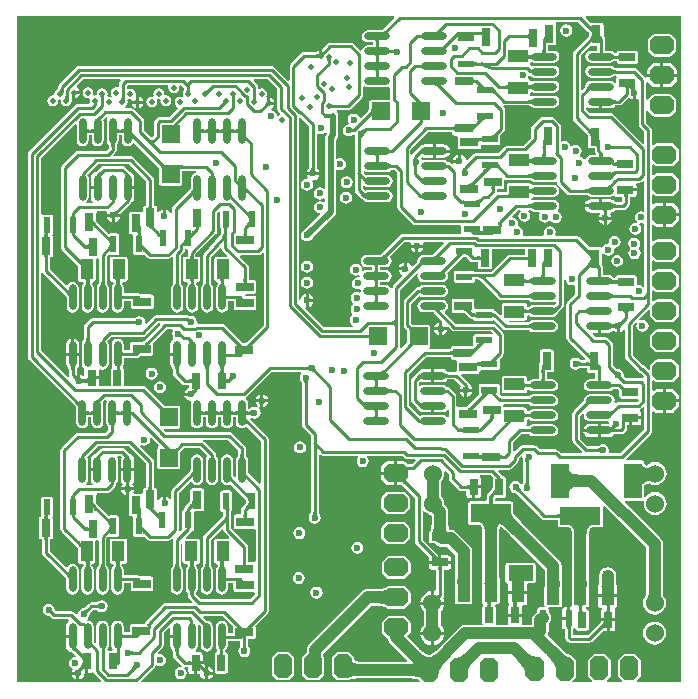
<source format=gbl>
G04*
G04 #@! TF.GenerationSoftware,Altium Limited,Altium Designer,24.10.1 (45)*
G04*
G04 Layer_Physical_Order=4*
G04 Layer_Color=16711680*
%FSLAX44Y44*%
%MOMM*%
G71*
G04*
G04 #@! TF.SameCoordinates,C031E789-135E-4793-A04E-BF888AAD087F*
G04*
G04*
G04 #@! TF.FilePolarity,Positive*
G04*
G01*
G75*
%ADD15C,0.2540*%
%ADD19R,1.4000X0.7000*%
%ADD25O,2.2000X0.6000*%
%ADD26R,0.6000X1.4000*%
%ADD27R,1.4000X0.6000*%
%ADD29R,0.7000X1.4000*%
%ADD32R,1.1000X1.7000*%
%ADD33R,1.5240X0.8000*%
%ADD34R,0.8000X1.5240*%
%ADD35R,1.5240X1.5240*%
%ADD36O,0.6000X2.2000*%
%ADD58C,1.0000*%
G04:AMPARAMS|DCode=60|XSize=2.032mm|YSize=1.524mm|CornerRadius=0mm|HoleSize=0mm|Usage=FLASHONLY|Rotation=90.000|XOffset=0mm|YOffset=0mm|HoleType=Round|Shape=Octagon|*
%AMOCTAGOND60*
4,1,8,0.3810,1.0160,-0.3810,1.0160,-0.7620,0.6350,-0.7620,-0.6350,-0.3810,-1.0160,0.3810,-1.0160,0.7620,-0.6350,0.7620,0.6350,0.3810,1.0160,0.0*
%
%ADD60OCTAGOND60*%

%ADD61C,1.5240*%
G04:AMPARAMS|DCode=62|XSize=2.032mm|YSize=1.524mm|CornerRadius=0mm|HoleSize=0mm|Usage=FLASHONLY|Rotation=180.000|XOffset=0mm|YOffset=0mm|HoleType=Round|Shape=Octagon|*
%AMOCTAGOND62*
4,1,8,-1.0160,0.3810,-1.0160,-0.3810,-0.6350,-0.7620,0.6350,-0.7620,1.0160,-0.3810,1.0160,0.3810,0.6350,0.7620,-0.6350,0.7620,-1.0160,0.3810,0.0*
%
%ADD62OCTAGOND62*%

%ADD63C,0.6000*%
%ADD64C,0.5000*%
%ADD66R,1.1000X1.5500*%
%ADD67R,1.1000X1.5500*%
%ADD68R,3.4500X1.5500*%
%ADD69R,1.7000X1.1000*%
%ADD70R,1.5240X1.5240*%
%ADD71R,1.5000X3.0000*%
%ADD72C,0.5000*%
%ADD73R,2.1500X1.3500*%
G36*
X490063Y-19726D02*
X490045Y-19372D01*
X489990Y-19017D01*
X489899Y-18661D01*
X489771Y-18303D01*
X489607Y-17945D01*
X489406Y-17585D01*
X489168Y-17224D01*
X488894Y-16862D01*
X488584Y-16498D01*
X488237Y-16133D01*
Y-12541D01*
X488584Y-12870D01*
X488894Y-13126D01*
X489168Y-13308D01*
X489406Y-13418D01*
X489607Y-13455D01*
X489771Y-13418D01*
X489899Y-13308D01*
X489990Y-13126D01*
X490045Y-12870D01*
X490063Y-12541D01*
Y-19726D01*
D02*
G37*
G36*
X362758Y-17606D02*
X362502Y-17917D01*
X362319Y-18191D01*
X362210Y-18428D01*
X362173Y-18629D01*
X362210Y-18794D01*
X362319Y-18922D01*
X362502Y-19013D01*
X362758Y-19068D01*
X363087Y-19086D01*
X355902D01*
X356256Y-19068D01*
X356611Y-19013D01*
X356967Y-18922D01*
X357325Y-18794D01*
X357683Y-18629D01*
X358043Y-18428D01*
X358404Y-18191D01*
X358766Y-17917D01*
X359130Y-17606D01*
X359495Y-17259D01*
X363087D01*
X362758Y-17606D01*
D02*
G37*
G36*
X317837Y-17656D02*
X317535Y-18013D01*
X317308Y-18330D01*
X317158Y-18607D01*
X317084Y-18845D01*
X317086Y-19042D01*
X317164Y-19199D01*
X317319Y-19317D01*
X317550Y-19394D01*
X317857Y-19432D01*
X311032Y-19086D01*
X311371Y-19083D01*
X311714Y-19040D01*
X312061Y-18957D01*
X312413Y-18835D01*
X312770Y-18672D01*
X313132Y-18469D01*
X313498Y-18227D01*
X313869Y-17944D01*
X314244Y-17622D01*
X314624Y-17259D01*
X318216D01*
X317837Y-17656D01*
D02*
G37*
G36*
X396563Y-21969D02*
X396538Y-21728D01*
X396461Y-21512D01*
X396332Y-21322D01*
X396152Y-21157D01*
X395921Y-21017D01*
X395638Y-20903D01*
X395304Y-20814D01*
X394918Y-20750D01*
X394481Y-20712D01*
X393993Y-20699D01*
Y-18159D01*
X394481Y-18147D01*
X394918Y-18109D01*
X395304Y-18045D01*
X395638Y-17956D01*
X395921Y-17842D01*
X396152Y-17702D01*
X396332Y-17537D01*
X396461Y-17347D01*
X396538Y-17131D01*
X396563Y-16889D01*
Y-21969D01*
D02*
G37*
G36*
X436563Y-24540D02*
X436538Y-24299D01*
X436461Y-24083D01*
X436332Y-23893D01*
X436152Y-23728D01*
X435921Y-23588D01*
X435638Y-23474D01*
X435304Y-23385D01*
X434918Y-23321D01*
X434481Y-23283D01*
X433993Y-23270D01*
Y-20730D01*
X434481Y-20718D01*
X434918Y-20680D01*
X435304Y-20616D01*
X435638Y-20527D01*
X435921Y-20413D01*
X436152Y-20273D01*
X436332Y-20108D01*
X436461Y-19918D01*
X436538Y-19702D01*
X436563Y-19460D01*
Y-24540D01*
D02*
G37*
G36*
X346950Y-24566D02*
X346913Y-24330D01*
X346803Y-24118D01*
X346619Y-23931D01*
X346362Y-23769D01*
X346031Y-23632D01*
X345626Y-23520D01*
X345148Y-23433D01*
X344596Y-23370D01*
X343970Y-23333D01*
X343271Y-23321D01*
Y-20780D01*
X343970Y-20768D01*
X345148Y-20668D01*
X345626Y-20581D01*
X346031Y-20469D01*
X346362Y-20332D01*
X346619Y-20170D01*
X346803Y-19983D01*
X346913Y-19771D01*
X346950Y-19535D01*
Y-24566D01*
D02*
G37*
G36*
X310798Y-25041D02*
X310582Y-25118D01*
X310392Y-25247D01*
X310227Y-25426D01*
X310087Y-25658D01*
X309973Y-25940D01*
X309884Y-26275D01*
X309820Y-26660D01*
X309782Y-27097D01*
X309769Y-27586D01*
X307229D01*
X307217Y-27097D01*
X307179Y-26660D01*
X307115Y-26275D01*
X307026Y-25940D01*
X306912Y-25658D01*
X306772Y-25426D01*
X306607Y-25247D01*
X306417Y-25118D01*
X306201Y-25041D01*
X305959Y-25015D01*
X311040D01*
X310798Y-25041D01*
D02*
G37*
G36*
X490063Y-27659D02*
X490045Y-27331D01*
X489990Y-27075D01*
X489899Y-26892D01*
X489771Y-26783D01*
X489607Y-26746D01*
X489406Y-26783D01*
X489168Y-26892D01*
X488894Y-27075D01*
X488584Y-27331D01*
X488237Y-27659D01*
Y-24067D01*
X488584Y-23703D01*
X488894Y-23339D01*
X489168Y-22977D01*
X489406Y-22616D01*
X489607Y-22256D01*
X489771Y-21897D01*
X489899Y-21540D01*
X489990Y-21184D01*
X490045Y-20829D01*
X490063Y-20475D01*
Y-27659D01*
D02*
G37*
G36*
X309782Y-29704D02*
X309820Y-30141D01*
X309884Y-30526D01*
X309973Y-30861D01*
X310087Y-31143D01*
X310227Y-31375D01*
X310392Y-31555D01*
X310582Y-31683D01*
X310798Y-31760D01*
X311040Y-31786D01*
X305959D01*
X306201Y-31760D01*
X306417Y-31683D01*
X306607Y-31555D01*
X306772Y-31375D01*
X306912Y-31143D01*
X307026Y-30861D01*
X307115Y-30526D01*
X307179Y-30141D01*
X307217Y-29704D01*
X307229Y-29215D01*
X309769D01*
X309782Y-29704D01*
D02*
G37*
G36*
X367580Y-30273D02*
X367153Y-30718D01*
X366528Y-31486D01*
X366331Y-31808D01*
X366211Y-32089D01*
X366169Y-32329D01*
X366203Y-32528D01*
X366314Y-32685D01*
X366502Y-32802D01*
X366766Y-32877D01*
X360709Y-31786D01*
X361015Y-31816D01*
X361332Y-31799D01*
X361661Y-31735D01*
X362002Y-31623D01*
X362356Y-31464D01*
X362721Y-31258D01*
X363098Y-31004D01*
X363487Y-30703D01*
X363888Y-30355D01*
X364302Y-29959D01*
X367580Y-30273D01*
D02*
G37*
G36*
X322683Y-6281D02*
X312733Y-16232D01*
X312585Y-16358D01*
X312316Y-16564D01*
X312069Y-16727D01*
X311847Y-16852D01*
X311653Y-16940D01*
X311617Y-16953D01*
X300499D01*
X298549Y-17341D01*
X296895Y-18446D01*
X295790Y-20100D01*
X295402Y-22050D01*
X295790Y-24001D01*
X296895Y-25655D01*
X298549Y-26760D01*
X300499Y-27148D01*
X305166D01*
Y-29653D01*
X300499D01*
X298549Y-30041D01*
X296895Y-31146D01*
X295790Y-32800D01*
X295627Y-33616D01*
X294249Y-34034D01*
X288358Y-28142D01*
X287276Y-27420D01*
X286000Y-27166D01*
X268340D01*
X267064Y-27420D01*
X265983Y-28142D01*
X261768Y-32357D01*
Y-35258D01*
X261859Y-35179D01*
X262053Y-34991D01*
X263944Y-36693D01*
X263757Y-36887D01*
X263444Y-37258D01*
X263318Y-37434D01*
X263213Y-37604D01*
X263128Y-37768D01*
X263064Y-37926D01*
X263020Y-38078D01*
X262997Y-38224D01*
X262994Y-38364D01*
X261768Y-37244D01*
Y-38502D01*
X259228D01*
Y-33616D01*
X258531Y-33755D01*
X256864Y-34869D01*
X256664Y-35168D01*
X246498D01*
X245222Y-35422D01*
X244140Y-36145D01*
X235142Y-45142D01*
X234420Y-46224D01*
X234166Y-47500D01*
Y-59292D01*
X232993Y-59778D01*
X221278Y-48063D01*
X220196Y-47340D01*
X218920Y-47086D01*
X55999D01*
X54724Y-47340D01*
X53642Y-48063D01*
X38833Y-62872D01*
X38110Y-63953D01*
X37856Y-65229D01*
Y-66239D01*
X37744Y-66261D01*
X36256Y-67256D01*
X35261Y-68744D01*
X34912Y-70500D01*
X34994Y-70914D01*
X33914Y-71994D01*
X33500Y-71912D01*
X31744Y-72261D01*
X30256Y-73256D01*
X29261Y-74744D01*
X28912Y-76500D01*
X29261Y-78256D01*
X30256Y-79744D01*
X31744Y-80739D01*
X33500Y-81088D01*
X35256Y-80739D01*
X36744Y-79744D01*
X37739Y-78256D01*
X38088Y-76500D01*
X38006Y-76086D01*
X39086Y-75006D01*
X39500Y-75088D01*
X39722Y-75044D01*
X40802Y-76124D01*
X40682Y-76730D01*
X41031Y-78486D01*
X42026Y-79974D01*
X43514Y-80969D01*
X45270Y-81318D01*
X47026Y-80969D01*
X48514Y-79974D01*
X49509Y-78486D01*
X49858Y-76730D01*
X49626Y-75561D01*
X50230Y-74854D01*
Y-69500D01*
X51500D01*
Y-68230D01*
X56386D01*
X56248Y-67533D01*
X55134Y-65866D01*
X54145Y-65206D01*
X53911Y-63644D01*
X59261Y-58294D01*
X90831D01*
X91318Y-59467D01*
X90911Y-59874D01*
X90188Y-60956D01*
X89934Y-62231D01*
Y-64307D01*
X88664Y-65146D01*
X87499Y-64914D01*
X85743Y-65264D01*
X84254Y-66258D01*
X83260Y-67747D01*
X82910Y-69502D01*
X83260Y-71258D01*
X83882Y-72189D01*
X83577Y-72711D01*
X83042Y-73218D01*
X81500Y-72912D01*
X80725Y-73066D01*
X80368Y-72773D01*
X79799Y-71955D01*
X80088Y-70500D01*
X79739Y-68744D01*
X78744Y-67256D01*
X77256Y-66261D01*
X75500Y-65912D01*
X73744Y-66261D01*
X72256Y-67256D01*
X71261Y-68744D01*
X70912Y-70500D01*
X70994Y-70914D01*
X69914Y-71994D01*
X69500Y-71912D01*
X68725Y-72066D01*
X68368Y-71772D01*
X67799Y-70956D01*
X68088Y-69500D01*
X67739Y-67744D01*
X66744Y-66255D01*
X65256Y-65261D01*
X63500Y-64912D01*
X61744Y-65261D01*
X60256Y-66255D01*
X59261Y-67744D01*
X58912Y-69500D01*
X59261Y-71256D01*
X60256Y-72744D01*
X61744Y-73739D01*
X63500Y-74088D01*
X64275Y-73934D01*
X64632Y-74227D01*
X65201Y-75044D01*
X64912Y-76500D01*
X65190Y-77896D01*
X64612Y-78898D01*
X64342Y-79166D01*
X55162D01*
X53886Y-79420D01*
X52805Y-80142D01*
X13602Y-119345D01*
X12880Y-120427D01*
X12626Y-121702D01*
Y-293460D01*
X12880Y-294736D01*
X13602Y-295818D01*
X52994Y-335209D01*
X53137Y-335374D01*
X53356Y-335659D01*
X53526Y-335912D01*
X53648Y-336129D01*
X53681Y-336202D01*
Y-348750D01*
X54069Y-350701D01*
X55174Y-352355D01*
X56828Y-353460D01*
X58779Y-353848D01*
X60730Y-353460D01*
X62384Y-352355D01*
X63489Y-350701D01*
X63877Y-348750D01*
Y-344084D01*
X66381D01*
Y-348750D01*
X66769Y-350701D01*
X67874Y-352355D01*
X69528Y-353460D01*
X71479Y-353848D01*
X73430Y-353460D01*
X75084Y-352355D01*
X76189Y-350701D01*
X76577Y-348750D01*
Y-332750D01*
X76321Y-331461D01*
X76633Y-331082D01*
X77963Y-329752D01*
X78594Y-329823D01*
X78848Y-330105D01*
X79402Y-331138D01*
X79081Y-332750D01*
Y-348750D01*
X79469Y-350701D01*
X80575Y-352355D01*
X80784Y-352495D01*
X80845Y-353218D01*
Y-355440D01*
X78659Y-357626D01*
X55040D01*
X53764Y-357880D01*
X52682Y-358602D01*
X41143Y-370143D01*
X40420Y-371224D01*
X40166Y-372500D01*
Y-438920D01*
X40420Y-440196D01*
X41143Y-441278D01*
X54016Y-454151D01*
X54131Y-454286D01*
X54327Y-454546D01*
X54487Y-454789D01*
X54612Y-455013D01*
X54707Y-455219D01*
X54774Y-455407D01*
X54790Y-455470D01*
Y-466250D01*
X54946Y-467030D01*
X55388Y-467692D01*
X56049Y-468134D01*
X56830Y-468289D01*
X59325D01*
X59784Y-469559D01*
X59777Y-469671D01*
X59740Y-470002D01*
X59524Y-470145D01*
X58419Y-471799D01*
X58031Y-473750D01*
Y-489750D01*
X58419Y-491701D01*
X59524Y-493355D01*
X61178Y-494460D01*
X63129Y-494848D01*
X65080Y-494460D01*
X66734Y-493355D01*
X67839Y-491701D01*
X68227Y-489750D01*
Y-473750D01*
X67839Y-471799D01*
X66734Y-470145D01*
X66525Y-470005D01*
X66487Y-469559D01*
X67213Y-468289D01*
X67829D01*
X68610Y-468134D01*
X69271Y-467692D01*
X69714Y-467030D01*
X69869Y-466250D01*
Y-449250D01*
X70996Y-448409D01*
X71829D01*
X72495Y-448956D01*
Y-469368D01*
X72477Y-469671D01*
X72440Y-470002D01*
X72224Y-470145D01*
X71119Y-471799D01*
X70731Y-473750D01*
Y-489750D01*
X71119Y-491701D01*
X72224Y-493355D01*
X73878Y-494460D01*
X75829Y-494848D01*
X77780Y-494460D01*
X79434Y-493355D01*
X80539Y-491701D01*
X80927Y-489750D01*
Y-473750D01*
X80539Y-471799D01*
X79434Y-470145D01*
X79225Y-470005D01*
X79163Y-469282D01*
Y-447081D01*
X80894Y-445350D01*
X81127Y-445506D01*
X81908Y-445661D01*
X87908D01*
X88688Y-445506D01*
X89350Y-445064D01*
X89792Y-444402D01*
X89947Y-443622D01*
Y-429622D01*
X89792Y-428842D01*
X89350Y-428180D01*
X88688Y-427738D01*
X87908Y-427583D01*
X81908D01*
X81127Y-427738D01*
X80894Y-427894D01*
X71141Y-418141D01*
X71025Y-418004D01*
X70828Y-417744D01*
X70668Y-417501D01*
X70543Y-417276D01*
X70449Y-417071D01*
X70382Y-416885D01*
X70369Y-416833D01*
Y-410630D01*
X70264Y-410104D01*
X70738Y-409223D01*
X71062Y-408834D01*
X79500D01*
X80776Y-408580D01*
X81858Y-407858D01*
X86537Y-403178D01*
X87260Y-402097D01*
X87513Y-400821D01*
Y-400536D01*
X87784Y-400355D01*
X88889Y-398701D01*
X89277Y-396750D01*
Y-380750D01*
X88889Y-378799D01*
X88425Y-378104D01*
X89103Y-376834D01*
X91119D01*
X92147Y-377862D01*
X91661Y-378589D01*
X91231Y-380750D01*
Y-387480D01*
X102528D01*
Y-380750D01*
X102098Y-378589D01*
X100873Y-376756D01*
X99407Y-375776D01*
X99237Y-375522D01*
X94858Y-371143D01*
X93776Y-370420D01*
X92500Y-370166D01*
X76500D01*
X75224Y-370420D01*
X74142Y-371143D01*
X69861Y-375423D01*
X69318Y-375532D01*
X67485Y-376756D01*
X66261Y-378589D01*
X65831Y-380750D01*
Y-387480D01*
X71479D01*
Y-390020D01*
X65831D01*
Y-396750D01*
X66261Y-398912D01*
X67485Y-400744D01*
X67712Y-400896D01*
X67327Y-402166D01*
X61960D01*
X61575Y-400896D01*
X62384Y-400355D01*
X63489Y-398701D01*
X63877Y-396750D01*
Y-380750D01*
X63489Y-378799D01*
X62859Y-377856D01*
X71881Y-368834D01*
X98119D01*
X112666Y-383381D01*
Y-404141D01*
X112000D01*
X111220Y-404296D01*
X110558Y-404738D01*
X110116Y-405400D01*
X109961Y-406180D01*
Y-408288D01*
X109741Y-408535D01*
X108691Y-409163D01*
X108329Y-409091D01*
X102457D01*
X101778Y-407821D01*
X102219Y-407162D01*
X102396Y-406270D01*
X98270D01*
Y-411666D01*
X98290Y-411687D01*
Y-426370D01*
X98446Y-427150D01*
X98888Y-427812D01*
X99549Y-428254D01*
X100330Y-428409D01*
X100745D01*
X101713Y-429622D01*
Y-443622D01*
X101868Y-444402D01*
X102310Y-445064D01*
X102971Y-445506D01*
X103752Y-445661D01*
X109752D01*
X110532Y-445506D01*
X110765Y-445350D01*
X113272Y-447858D01*
X114354Y-448580D01*
X115630Y-448834D01*
X131500D01*
X132776Y-448580D01*
X133857Y-447858D01*
X134438Y-447277D01*
X135608Y-447903D01*
X135446Y-448720D01*
Y-469367D01*
X135428Y-469670D01*
X135390Y-470001D01*
X135175Y-470145D01*
X134070Y-471799D01*
X133682Y-473750D01*
Y-489750D01*
X134070Y-491701D01*
X135175Y-493354D01*
X136829Y-494460D01*
X138780Y-494848D01*
X140730Y-494460D01*
X142384Y-493354D01*
X143490Y-491701D01*
X143878Y-489750D01*
Y-473750D01*
X143490Y-471799D01*
X142384Y-470145D01*
X142175Y-470005D01*
X142114Y-469281D01*
Y-451367D01*
X142191Y-451315D01*
X143461Y-451994D01*
Y-466300D01*
X143616Y-467080D01*
X144058Y-467742D01*
X144720Y-468184D01*
X145500Y-468339D01*
X147529D01*
X148131Y-469609D01*
X148127Y-469670D01*
X148090Y-470001D01*
X147875Y-470145D01*
X146770Y-471799D01*
X146382Y-473750D01*
Y-489750D01*
X146770Y-491701D01*
X147875Y-493354D01*
X148084Y-493494D01*
X148146Y-494218D01*
Y-495480D01*
X148399Y-496755D01*
X149122Y-497837D01*
X151737Y-500453D01*
X151251Y-501626D01*
X132917D01*
X132916Y-501626D01*
X129119D01*
X127843Y-501880D01*
X126762Y-502603D01*
X112436Y-516928D01*
X111713Y-518010D01*
X111474Y-519211D01*
X101209D01*
X100429Y-519366D01*
X99767Y-519808D01*
X99325Y-520469D01*
X99170Y-521250D01*
Y-526416D01*
X93627D01*
Y-521750D01*
X93239Y-519799D01*
X92134Y-518145D01*
X90480Y-517040D01*
X88529Y-516652D01*
X86578Y-517040D01*
X84924Y-518145D01*
X83819Y-519799D01*
X83431Y-521750D01*
Y-537750D01*
X83819Y-539701D01*
X84481Y-540691D01*
X83802Y-541961D01*
X80922D01*
X80644Y-542016D01*
X80431Y-541912D01*
X79804Y-540802D01*
X80539Y-539701D01*
X80927Y-537750D01*
Y-521750D01*
X80539Y-519799D01*
X79434Y-518145D01*
X77780Y-517040D01*
X75829Y-516652D01*
X73878Y-517040D01*
X72224Y-518145D01*
X71119Y-519799D01*
X70731Y-521750D01*
Y-535154D01*
X69558Y-535640D01*
X68922Y-535004D01*
X68783Y-534844D01*
X68567Y-534562D01*
X68399Y-534311D01*
X68276Y-534093D01*
X68227Y-533984D01*
Y-521750D01*
X67839Y-519799D01*
X66734Y-518145D01*
X65080Y-517040D01*
X63129Y-516652D01*
X62997Y-516679D01*
X62909Y-516547D01*
X63249Y-514842D01*
X63605Y-514605D01*
X64710Y-512951D01*
X65098Y-511000D01*
X65062Y-510820D01*
X65077Y-510776D01*
X65106Y-510707D01*
X65151Y-510623D01*
X65214Y-510524D01*
X65279Y-510436D01*
X67881Y-507834D01*
X70869D01*
X70977Y-507850D01*
X71091Y-507876D01*
X71182Y-507904D01*
X71252Y-507931D01*
X71293Y-507952D01*
X71395Y-508105D01*
X73049Y-509210D01*
X75000Y-509598D01*
X76951Y-509210D01*
X78605Y-508105D01*
X79710Y-506451D01*
X80098Y-504500D01*
X79710Y-502549D01*
X78605Y-500895D01*
X76951Y-499790D01*
X75000Y-499402D01*
X73049Y-499790D01*
X71395Y-500895D01*
X71293Y-501048D01*
X71252Y-501069D01*
X71182Y-501096D01*
X71091Y-501124D01*
X70977Y-501150D01*
X70869Y-501166D01*
X66500D01*
X65224Y-501420D01*
X64142Y-502142D01*
X60564Y-505721D01*
X60476Y-505786D01*
X60377Y-505849D01*
X60293Y-505894D01*
X60224Y-505924D01*
X60180Y-505938D01*
X60000Y-505902D01*
X58049Y-506290D01*
X56395Y-507395D01*
X55290Y-509049D01*
X54928Y-510871D01*
X54462Y-511157D01*
X53693Y-511432D01*
X51904Y-509642D01*
X50822Y-508920D01*
X49546Y-508666D01*
X36524D01*
X35678Y-507820D01*
X35609Y-507728D01*
X35537Y-507619D01*
X35483Y-507523D01*
X35449Y-507451D01*
X35063Y-505509D01*
X33958Y-503855D01*
X32304Y-502750D01*
X30353Y-502362D01*
X28402Y-502750D01*
X26748Y-503855D01*
X25643Y-505509D01*
X25255Y-507460D01*
X25643Y-509411D01*
X26748Y-511065D01*
X28402Y-512170D01*
X30353Y-512558D01*
X30695Y-512490D01*
X30722Y-512490D01*
X30745Y-512491D01*
X30772Y-512497D01*
X30811Y-512508D01*
X30865Y-512530D01*
X30936Y-512566D01*
X31025Y-512620D01*
X31108Y-512680D01*
X32785Y-514358D01*
X33867Y-515080D01*
X35143Y-515334D01*
X46979D01*
X47266Y-515732D01*
X46960Y-517405D01*
X46435Y-517756D01*
X45211Y-519589D01*
X44781Y-521750D01*
Y-528480D01*
X50429D01*
Y-531020D01*
X44781D01*
Y-537750D01*
X45211Y-539912D01*
X46435Y-541744D01*
X48268Y-542969D01*
X50196Y-543352D01*
X50352Y-543489D01*
X53087Y-546224D01*
X52500Y-547402D01*
X50549Y-547790D01*
X48895Y-548895D01*
X47790Y-550549D01*
X47402Y-552500D01*
X47790Y-554451D01*
X48895Y-556105D01*
X50549Y-557210D01*
X50672Y-557506D01*
X49781Y-558838D01*
X49604Y-559730D01*
X55000D01*
Y-561000D01*
X56270D01*
Y-566396D01*
X57162Y-566219D01*
X58994Y-564994D01*
X60219Y-563162D01*
X60648Y-561000D01*
X60985Y-560590D01*
X61308D01*
Y-551000D01*
X63848D01*
Y-560590D01*
X66078D01*
X67069Y-560392D01*
X68420Y-560899D01*
X69142Y-561980D01*
X74881Y-567719D01*
X74395Y-568892D01*
X3108D01*
Y-5108D01*
X322197D01*
X322683Y-6281D01*
D02*
G37*
G36*
X450782Y-34003D02*
X450820Y-34440D01*
X450884Y-34826D01*
X450973Y-35160D01*
X451087Y-35443D01*
X451227Y-35674D01*
X451392Y-35854D01*
X451582Y-35983D01*
X451798Y-36060D01*
X452039Y-36086D01*
X446959D01*
X447201Y-36060D01*
X447417Y-35983D01*
X447607Y-35854D01*
X447772Y-35674D01*
X447912Y-35443D01*
X448026Y-35160D01*
X448115Y-34826D01*
X448179Y-34440D01*
X448217Y-34003D01*
X448229Y-33515D01*
X450770D01*
X450782Y-34003D01*
D02*
G37*
G36*
X318086Y-32471D02*
X318196Y-32683D01*
X318380Y-32870D01*
X318637Y-33032D01*
X318969Y-33169D01*
X319373Y-33281D01*
X319851Y-33368D01*
X320403Y-33431D01*
X321029Y-33468D01*
X321371Y-33474D01*
X321418Y-33473D01*
X321708Y-33451D01*
X321985Y-33413D01*
X322248Y-33360D01*
X322498Y-33293D01*
X322734Y-33210D01*
X322956Y-33112D01*
X323164Y-33000D01*
X323359Y-32872D01*
X323540Y-32729D01*
X323190Y-36915D01*
X323034Y-36745D01*
X322861Y-36593D01*
X322671Y-36459D01*
X322465Y-36342D01*
X322242Y-36244D01*
X322002Y-36164D01*
X321746Y-36101D01*
X321474Y-36056D01*
X321191Y-36030D01*
X321029Y-36033D01*
X319851Y-36133D01*
X319373Y-36220D01*
X318969Y-36332D01*
X318637Y-36469D01*
X318380Y-36631D01*
X318196Y-36818D01*
X318086Y-37030D01*
X318049Y-37266D01*
Y-32235D01*
X318086Y-32471D01*
D02*
G37*
G36*
X513313Y-42048D02*
X513288Y-41806D01*
X513211Y-41590D01*
X513082Y-41400D01*
X512902Y-41235D01*
X512671Y-41095D01*
X512388Y-40981D01*
X512054Y-40892D01*
X511668Y-40828D01*
X511231Y-40790D01*
X510743Y-40778D01*
Y-39199D01*
X510457Y-40778D01*
X510003Y-40786D01*
X509166Y-40856D01*
X508784Y-40916D01*
X508427Y-40994D01*
X508092Y-41090D01*
X507783Y-41202D01*
X507497Y-41332D01*
X507235Y-41479D01*
X506997Y-41644D01*
X507620Y-36986D01*
X507623Y-37224D01*
X507699Y-37437D01*
X507847Y-37624D01*
X508067Y-37787D01*
X508361Y-37925D01*
X508727Y-38037D01*
X509165Y-38125D01*
X509677Y-38188D01*
X510261Y-38225D01*
X510817Y-38236D01*
X511231Y-38225D01*
X511668Y-38187D01*
X512054Y-38123D01*
X512388Y-38034D01*
X512671Y-37920D01*
X512902Y-37780D01*
X513082Y-37615D01*
X513211Y-37425D01*
X513288Y-37209D01*
X513313Y-36968D01*
Y-42048D01*
D02*
G37*
G36*
X258713Y-40252D02*
X258609Y-40161D01*
X258487Y-40079D01*
X258347Y-40007D01*
X258188Y-39945D01*
X258010Y-39892D01*
X257814Y-39849D01*
X257600Y-39815D01*
X257367Y-39791D01*
X256845Y-39772D01*
Y-37232D01*
X257115Y-37227D01*
X257600Y-37189D01*
X257814Y-37155D01*
X258010Y-37112D01*
X258188Y-37059D01*
X258347Y-36997D01*
X258487Y-36925D01*
X258609Y-36843D01*
X258713Y-36752D01*
Y-40252D01*
D02*
G37*
G36*
X310798Y-37741D02*
X310582Y-37818D01*
X310392Y-37947D01*
X310227Y-38126D01*
X310087Y-38358D01*
X309973Y-38640D01*
X309884Y-38975D01*
X309820Y-39360D01*
X309782Y-39797D01*
X309769Y-40286D01*
X307229D01*
X307217Y-39797D01*
X307179Y-39360D01*
X307115Y-38975D01*
X307026Y-38640D01*
X306912Y-38358D01*
X306772Y-38126D01*
X306607Y-37947D01*
X306417Y-37818D01*
X306201Y-37741D01*
X305959Y-37715D01*
X311040D01*
X310798Y-37741D01*
D02*
G37*
G36*
X435962Y-36751D02*
X436039Y-36967D01*
X436168Y-37158D01*
X436348Y-37323D01*
X436579Y-37463D01*
X436862Y-37577D01*
X437196Y-37666D01*
X437528Y-37720D01*
X438148Y-37668D01*
X438626Y-37581D01*
X439030Y-37469D01*
X439362Y-37332D01*
X439619Y-37170D01*
X439803Y-36983D01*
X439913Y-36771D01*
X439950Y-36534D01*
Y-41566D01*
X439913Y-41329D01*
X439803Y-41118D01*
X439619Y-40931D01*
X439362Y-40769D01*
X439030Y-40632D01*
X438626Y-40519D01*
X438148Y-40432D01*
X437596Y-40370D01*
X437594Y-40370D01*
X437581Y-40371D01*
X437196Y-40434D01*
X436862Y-40523D01*
X436579Y-40638D01*
X436348Y-40777D01*
X436168Y-40943D01*
X436039Y-41133D01*
X435962Y-41349D01*
X435936Y-41590D01*
Y-36510D01*
X435962Y-36751D01*
D02*
G37*
G36*
X269157Y-41391D02*
X269075Y-41513D01*
X269003Y-41653D01*
X268941Y-41813D01*
X268888Y-41990D01*
X268845Y-42186D01*
X268811Y-42401D01*
X268787Y-42634D01*
X268768Y-43156D01*
X266228D01*
X266223Y-42886D01*
X266185Y-42401D01*
X266151Y-42186D01*
X266108Y-41990D01*
X266055Y-41813D01*
X265993Y-41653D01*
X265921Y-41513D01*
X265839Y-41391D01*
X265748Y-41288D01*
X269248D01*
X269157Y-41391D01*
D02*
G37*
G36*
X487188Y-18004D02*
X487304Y-18140D01*
X487501Y-18400D01*
X487661Y-18643D01*
X487787Y-18868D01*
X487881Y-19073D01*
X487947Y-19259D01*
X487961Y-19311D01*
Y-20889D01*
X487947Y-20942D01*
X487881Y-21128D01*
X487787Y-21333D01*
X487661Y-21557D01*
X487501Y-21800D01*
X487304Y-22061D01*
X487188Y-22197D01*
X474892Y-34493D01*
X474170Y-35575D01*
X473916Y-36850D01*
Y-91351D01*
X474170Y-92627D01*
X474892Y-93708D01*
X486188Y-105004D01*
X486304Y-105140D01*
X486501Y-105400D01*
X486661Y-105644D01*
X486786Y-105868D01*
X486880Y-106073D01*
X486947Y-106259D01*
X486960Y-106312D01*
Y-114720D01*
X487116Y-115501D01*
X487558Y-116162D01*
X488219Y-116604D01*
X489000Y-116760D01*
X492396D01*
Y-118741D01*
X492649Y-120017D01*
X493328Y-121032D01*
X493270Y-121305D01*
X492780Y-122302D01*
X489500D01*
X487550Y-122690D01*
X485896Y-123795D01*
X484790Y-125449D01*
X484762Y-125590D01*
X483414Y-125858D01*
X483105Y-125395D01*
X481451Y-124290D01*
X480232Y-124048D01*
X479963Y-122699D01*
X480105Y-122605D01*
X481210Y-120951D01*
X481598Y-119000D01*
X481210Y-117049D01*
X480105Y-115395D01*
X478451Y-114290D01*
X476500Y-113902D01*
X474549Y-114290D01*
X473313Y-115116D01*
X472078Y-114755D01*
X471923Y-114634D01*
X471707Y-113551D01*
X470602Y-111897D01*
X468948Y-110792D01*
X466997Y-110404D01*
X465047Y-110792D01*
X464724Y-111008D01*
X463604Y-110409D01*
Y-97626D01*
X463350Y-96350D01*
X462627Y-95269D01*
X458501Y-91143D01*
X457419Y-90420D01*
X456143Y-90166D01*
X448500D01*
X447224Y-90420D01*
X446143Y-91143D01*
X439642Y-97642D01*
X438920Y-98724D01*
X438666Y-100000D01*
Y-107739D01*
X432009Y-114396D01*
X418646D01*
X417370Y-114650D01*
X416288Y-115372D01*
X413388Y-118272D01*
X412675Y-119339D01*
X411063Y-120952D01*
X391714D01*
X390438Y-121206D01*
X389356Y-121929D01*
X384751Y-126534D01*
X383373Y-126116D01*
X383219Y-125338D01*
X381994Y-123506D01*
X380162Y-122281D01*
X379270Y-122104D01*
Y-127500D01*
X378000D01*
Y-128770D01*
X372604D01*
X372729Y-129398D01*
X371883Y-130058D01*
X371682Y-130147D01*
X370928Y-129393D01*
X369846Y-128670D01*
X368571Y-128417D01*
X368285D01*
X368104Y-128145D01*
X366450Y-127040D01*
X364499Y-126652D01*
X348499D01*
X346549Y-127040D01*
X346247Y-126481D01*
X346219Y-126338D01*
X345468Y-125215D01*
X346270Y-124342D01*
X346367Y-124274D01*
X348499Y-124699D01*
X355229D01*
Y-119050D01*
Y-113401D01*
X348499D01*
X346338Y-113832D01*
X344505Y-115056D01*
X343524Y-116524D01*
X343271Y-116693D01*
X338143Y-121822D01*
X337854Y-122254D01*
X336584Y-121869D01*
Y-117811D01*
X351131Y-103264D01*
X371891D01*
Y-103930D01*
X372046Y-104710D01*
X372488Y-105371D01*
X373150Y-105814D01*
X373930Y-105969D01*
X376037D01*
X376285Y-106189D01*
X376913Y-107239D01*
X376841Y-107600D01*
Y-115600D01*
X376996Y-116381D01*
X377438Y-117042D01*
X378100Y-117484D01*
X378880Y-117640D01*
X394120D01*
X394900Y-117484D01*
X395562Y-117042D01*
X396004Y-116381D01*
X396159Y-115600D01*
Y-114497D01*
X396500Y-114217D01*
X410500D01*
X411280Y-114062D01*
X411942Y-113620D01*
X412384Y-112958D01*
X412539Y-112178D01*
Y-106178D01*
X412464Y-105801D01*
X415607Y-102658D01*
X416330Y-101576D01*
X416584Y-100300D01*
Y-84430D01*
X416330Y-83154D01*
X415607Y-82072D01*
X415107Y-81572D01*
X415732Y-80401D01*
X416150Y-80484D01*
X437117D01*
X437420Y-80502D01*
X437751Y-80540D01*
X437895Y-80755D01*
X439549Y-81860D01*
X441499Y-82248D01*
X457500D01*
X459450Y-81860D01*
X461104Y-80755D01*
X462209Y-79101D01*
X462598Y-77150D01*
X462209Y-75199D01*
X461104Y-73545D01*
X459450Y-72440D01*
X457500Y-72052D01*
X441499D01*
X439549Y-72440D01*
X438972Y-72826D01*
X438695Y-72687D01*
X437942Y-71986D01*
X438039Y-71500D01*
Y-69499D01*
X439159Y-68900D01*
X439549Y-69160D01*
X441499Y-69548D01*
X457500D01*
X459450Y-69160D01*
X461104Y-68055D01*
X462209Y-66401D01*
X462598Y-64450D01*
X462209Y-62499D01*
X461104Y-60845D01*
X459450Y-59740D01*
X457500Y-59352D01*
X441499D01*
X439549Y-59740D01*
X439226Y-59956D01*
X438574Y-59841D01*
X437702Y-59447D01*
X437442Y-59058D01*
X436780Y-58616D01*
X436643Y-58589D01*
X436001Y-57264D01*
X436210Y-56951D01*
X436491Y-55540D01*
X437839Y-55271D01*
X437895Y-55355D01*
X439549Y-56460D01*
X441499Y-56848D01*
X457500D01*
X459450Y-56460D01*
X461104Y-55355D01*
X462209Y-53701D01*
X462598Y-51750D01*
X462209Y-49799D01*
X461104Y-48145D01*
X459450Y-47040D01*
X457500Y-46652D01*
X441499D01*
X439549Y-47040D01*
X439073Y-47358D01*
X437858Y-46143D01*
X437478Y-45889D01*
X437884Y-45280D01*
X438039Y-44500D01*
Y-44099D01*
X439159Y-43500D01*
X439549Y-43760D01*
X441499Y-44148D01*
X457500D01*
X459450Y-43760D01*
X461104Y-42655D01*
X462209Y-41001D01*
X462598Y-39050D01*
X462209Y-37099D01*
X461104Y-35445D01*
X459450Y-34340D01*
X457500Y-33952D01*
X452834D01*
Y-29259D01*
X458000D01*
X458780Y-29104D01*
X459442Y-28662D01*
X459884Y-28000D01*
X460039Y-27220D01*
Y-11980D01*
X459884Y-11200D01*
X459666Y-10874D01*
X460094Y-9764D01*
X460229Y-9604D01*
X478788D01*
X487188Y-18004D01*
D02*
G37*
G36*
X309782Y-42404D02*
X309820Y-42841D01*
X309884Y-43226D01*
X309973Y-43561D01*
X310087Y-43843D01*
X310227Y-44075D01*
X310392Y-44254D01*
X310582Y-44383D01*
X310798Y-44460D01*
X311040Y-44486D01*
X305959D01*
X306201Y-44460D01*
X306417Y-44383D01*
X306607Y-44254D01*
X306772Y-44075D01*
X306912Y-43843D01*
X307026Y-43561D01*
X307115Y-43226D01*
X307179Y-42841D01*
X307217Y-42404D01*
X307229Y-41915D01*
X309769D01*
X309782Y-42404D01*
D02*
G37*
G36*
X565892Y-568892D02*
X528758D01*
X528232Y-567622D01*
X531062Y-564792D01*
X531504Y-564130D01*
X531659Y-563350D01*
Y-550650D01*
X531504Y-549870D01*
X531062Y-549208D01*
X527252Y-545398D01*
X526590Y-544956D01*
X525810Y-544801D01*
X518190D01*
X517410Y-544956D01*
X516748Y-545398D01*
X512938Y-549208D01*
X512496Y-549870D01*
X512341Y-550650D01*
Y-563350D01*
X512496Y-564130D01*
X512938Y-564792D01*
X515769Y-567622D01*
X515243Y-568892D01*
X503358D01*
X502831Y-567622D01*
X505662Y-564792D01*
X506104Y-564130D01*
X506259Y-563350D01*
Y-550650D01*
X506104Y-549870D01*
X505662Y-549208D01*
X501852Y-545398D01*
X501190Y-544956D01*
X500410Y-544801D01*
X492790D01*
X492010Y-544956D01*
X491348Y-545398D01*
X487538Y-549208D01*
X487096Y-549870D01*
X486941Y-550650D01*
Y-563350D01*
X487096Y-564130D01*
X487538Y-564792D01*
X490368Y-567622D01*
X489842Y-568892D01*
X474121D01*
X473635Y-567719D01*
X476062Y-565292D01*
X476504Y-564630D01*
X476659Y-563850D01*
Y-551150D01*
X476504Y-550370D01*
X476062Y-549708D01*
X472252Y-545898D01*
X471590Y-545456D01*
X470810Y-545301D01*
X470628D01*
X470601Y-545298D01*
X470207Y-545178D01*
X469634Y-544918D01*
X468914Y-544507D01*
X468071Y-543942D01*
X467144Y-543245D01*
X463654Y-540169D01*
X452660Y-529175D01*
X452692Y-529132D01*
X453398Y-527429D01*
X453638Y-525602D01*
Y-519404D01*
X454692Y-518030D01*
X455398Y-516328D01*
X455638Y-514500D01*
X455398Y-512673D01*
X454692Y-510970D01*
X453617Y-509569D01*
Y-507500D01*
X453462Y-506720D01*
X453355Y-506559D01*
X453981Y-505289D01*
X463000D01*
X463781Y-505134D01*
X464442Y-504692D01*
X464884Y-504030D01*
X465039Y-503250D01*
Y-487750D01*
X464997Y-487538D01*
X464561Y-478189D01*
Y-470500D01*
X464320Y-468673D01*
X463615Y-466970D01*
X462493Y-465508D01*
X429854Y-432869D01*
X426536Y-429304D01*
X425173Y-427609D01*
X424111Y-426092D01*
X423789Y-425530D01*
Y-417770D01*
X423634Y-416989D01*
X423192Y-416328D01*
X422531Y-415886D01*
X421750Y-415731D01*
X408093D01*
X407937Y-413807D01*
X408022Y-413510D01*
X409108Y-412539D01*
X415422D01*
X416202Y-412384D01*
X416864Y-411942D01*
X417306Y-411281D01*
X417461Y-410500D01*
Y-396500D01*
X417306Y-395720D01*
X416864Y-395058D01*
X416202Y-394616D01*
X415422Y-394461D01*
X414879D01*
X414279Y-393564D01*
X410664Y-389949D01*
X411150Y-388775D01*
X420059D01*
X421335Y-388521D01*
X422416Y-387799D01*
X427147Y-383068D01*
X427870Y-381986D01*
X428124Y-380710D01*
Y-379591D01*
X430262Y-377453D01*
X431432Y-378079D01*
X431402Y-378230D01*
X431612Y-379285D01*
X431664Y-381556D01*
Y-399904D01*
X430958Y-400673D01*
X429561Y-400578D01*
X429105Y-399895D01*
X427451Y-398790D01*
X425500Y-398402D01*
X423549Y-398790D01*
X421895Y-399895D01*
X420790Y-401549D01*
X420402Y-403500D01*
X420790Y-405451D01*
X421895Y-407105D01*
X423549Y-408210D01*
X424923Y-408483D01*
X425020Y-408515D01*
X425161Y-408532D01*
X425217Y-408544D01*
X425283Y-408564D01*
X425359Y-408594D01*
X425447Y-408637D01*
X425549Y-408695D01*
X425662Y-408771D01*
X425756Y-408842D01*
X447271Y-430358D01*
X448353Y-431080D01*
X449629Y-431334D01*
X461211D01*
Y-435750D01*
X461366Y-436530D01*
X461808Y-437192D01*
X462470Y-437634D01*
X463250Y-437789D01*
X470706D01*
X470998Y-437820D01*
X471381Y-437955D01*
X471719Y-438181D01*
X472067Y-438555D01*
X472425Y-439141D01*
X472764Y-439971D01*
X473055Y-441051D01*
X473276Y-442375D01*
X473413Y-443934D01*
X473440Y-444938D01*
Y-481433D01*
X473296Y-486063D01*
X473245Y-486653D01*
X473222Y-486811D01*
X473117Y-486970D01*
X472961Y-487750D01*
Y-503250D01*
X473039Y-503640D01*
X472435Y-504668D01*
X472177Y-504910D01*
X471692D01*
Y-514500D01*
X470422D01*
Y-515770D01*
X464832D01*
Y-521500D01*
X465029Y-522491D01*
X465591Y-523331D01*
X466431Y-523893D01*
X467088Y-524023D01*
Y-530422D01*
X467342Y-531698D01*
X468064Y-532780D01*
X469642Y-534357D01*
X470724Y-535080D01*
X472000Y-535334D01*
X488000D01*
X489276Y-535080D01*
X490358Y-534357D01*
X499398Y-525318D01*
X499509Y-525392D01*
X500500Y-525590D01*
X502730D01*
Y-517270D01*
X500558D01*
X500533Y-522967D01*
X498737Y-523059D01*
Y-519467D01*
X499083Y-519104D01*
X499393Y-518741D01*
X499666Y-518380D01*
X499903Y-518019D01*
X500103Y-517659D01*
X500268Y-517301D01*
X500279Y-517270D01*
X497911D01*
Y-517320D01*
X497802Y-517463D01*
X497687Y-517599D01*
X486619Y-528666D01*
X473756D01*
Y-524023D01*
X474413Y-523893D01*
X475253Y-523331D01*
X475396Y-523118D01*
X475407Y-523117D01*
X476706Y-523444D01*
X476772Y-523780D01*
X477215Y-524442D01*
X477876Y-524884D01*
X478657Y-525039D01*
X485657D01*
X486437Y-524884D01*
X487098Y-524442D01*
X487540Y-523780D01*
X487696Y-523000D01*
Y-509000D01*
X487540Y-508219D01*
X487098Y-507558D01*
X486437Y-507116D01*
X485657Y-506961D01*
X484878Y-505691D01*
X485056Y-505289D01*
X486001D01*
X486781Y-505134D01*
X487442Y-504692D01*
X487884Y-504030D01*
X488040Y-503250D01*
Y-487750D01*
X487997Y-487537D01*
X487560Y-478189D01*
Y-444938D01*
X487587Y-443934D01*
X487724Y-442375D01*
X487945Y-441051D01*
X488236Y-439971D01*
X488575Y-439141D01*
X488933Y-438555D01*
X489281Y-438181D01*
X489619Y-437955D01*
X490002Y-437820D01*
X490294Y-437789D01*
X497750D01*
X498530Y-437634D01*
X499192Y-437192D01*
X499634Y-436530D01*
X499789Y-435750D01*
Y-420250D01*
X499744Y-420025D01*
X500915Y-419400D01*
X536146Y-454631D01*
Y-493152D01*
X536138Y-493787D01*
X536054Y-495269D01*
X536042Y-495361D01*
X534803Y-496977D01*
X533834Y-499317D01*
X533503Y-501828D01*
X533834Y-504339D01*
X534803Y-506679D01*
X536345Y-508689D01*
X538354Y-510231D01*
X540695Y-511200D01*
X543206Y-511531D01*
X545717Y-511200D01*
X548058Y-510231D01*
X550067Y-508689D01*
X551609Y-506679D01*
X552578Y-504339D01*
X552909Y-501828D01*
X552578Y-499317D01*
X551609Y-496977D01*
X550425Y-495434D01*
X550266Y-492632D01*
Y-451706D01*
X550026Y-449879D01*
X549320Y-448176D01*
X548198Y-446713D01*
X517794Y-416309D01*
X518320Y-415039D01*
X532500D01*
X533069Y-414926D01*
X533810Y-415374D01*
X534239Y-415771D01*
X534011Y-417500D01*
X534342Y-420011D01*
X535311Y-422351D01*
X536853Y-424361D01*
X538862Y-425903D01*
X541203Y-426872D01*
X543714Y-427203D01*
X546225Y-426872D01*
X548565Y-425903D01*
X550575Y-424361D01*
X552117Y-422351D01*
X553086Y-420011D01*
X553417Y-417500D01*
X553086Y-414989D01*
X552117Y-412649D01*
X550575Y-410639D01*
X548565Y-409097D01*
X546225Y-408128D01*
X543714Y-407797D01*
X541203Y-408128D01*
X538862Y-409097D01*
X536853Y-410639D01*
X535809Y-411999D01*
X534539Y-411568D01*
Y-402609D01*
X534539Y-402606D01*
X534675Y-402224D01*
X534901Y-401886D01*
X535277Y-401538D01*
X535866Y-401179D01*
X536699Y-400839D01*
X537784Y-400548D01*
X538719Y-400393D01*
X538862Y-400503D01*
X541203Y-401472D01*
X543714Y-401803D01*
X546225Y-401472D01*
X548565Y-400503D01*
X550575Y-398961D01*
X552117Y-396951D01*
X553086Y-394611D01*
X553417Y-392100D01*
X553086Y-389589D01*
X552117Y-387248D01*
X550575Y-385239D01*
X548565Y-383697D01*
X546225Y-382728D01*
X543714Y-382397D01*
X541203Y-382728D01*
X538862Y-383697D01*
X536853Y-385239D01*
X536746Y-385379D01*
X536699Y-385366D01*
X535866Y-385026D01*
X535277Y-384667D01*
X534901Y-384319D01*
X534675Y-383981D01*
X534539Y-383599D01*
X534539Y-383596D01*
Y-383000D01*
X534384Y-382220D01*
X533942Y-381558D01*
X533280Y-381116D01*
X532500Y-380961D01*
X519550D01*
X519024Y-379691D01*
X540397Y-358317D01*
X541120Y-357236D01*
X541374Y-355960D01*
Y-339666D01*
X542547Y-339180D01*
X543319Y-339951D01*
X544159Y-340513D01*
X545150Y-340710D01*
X550230D01*
Y-330500D01*
Y-320290D01*
X545150D01*
X544159Y-320487D01*
X543319Y-321049D01*
X542547Y-321820D01*
X541374Y-321334D01*
Y-313487D01*
X542547Y-313001D01*
X543708Y-314162D01*
X544370Y-314604D01*
X545150Y-314759D01*
X557850D01*
X558630Y-314604D01*
X559292Y-314162D01*
X563102Y-310352D01*
X563544Y-309690D01*
X563699Y-308910D01*
Y-301290D01*
X563544Y-300510D01*
X563102Y-299848D01*
X559292Y-296038D01*
X558630Y-295596D01*
X557850Y-295441D01*
X545150D01*
X544370Y-295596D01*
X543708Y-296038D01*
X539898Y-299848D01*
X539456Y-300510D01*
X539301Y-301290D01*
Y-303926D01*
X538128Y-304412D01*
X534857Y-301143D01*
X533776Y-300420D01*
X533600Y-300385D01*
X524834Y-291619D01*
Y-266759D01*
X527140Y-264453D01*
X528223Y-265031D01*
X528278Y-265111D01*
X527902Y-267000D01*
X528290Y-268951D01*
X529395Y-270605D01*
X531049Y-271710D01*
X533000Y-272098D01*
X534951Y-271710D01*
X536605Y-270605D01*
X537710Y-268951D01*
X538098Y-267000D01*
X537710Y-265049D01*
X536605Y-263395D01*
X534951Y-262290D01*
X533000Y-261902D01*
X531111Y-262278D01*
X531031Y-262223D01*
X530453Y-261140D01*
X538128Y-253465D01*
X539301Y-253951D01*
Y-258110D01*
X539456Y-258890D01*
X539898Y-259552D01*
X543708Y-263362D01*
X544370Y-263804D01*
X545150Y-263959D01*
X557850D01*
X558630Y-263804D01*
X559292Y-263362D01*
X563102Y-259552D01*
X563544Y-258890D01*
X563699Y-258110D01*
Y-250490D01*
X563544Y-249710D01*
X563102Y-249048D01*
X559292Y-245238D01*
X558630Y-244796D01*
X557850Y-244641D01*
X545150D01*
X544370Y-244796D01*
X543708Y-245238D01*
X542547Y-246399D01*
X541374Y-245913D01*
Y-237287D01*
X542547Y-236801D01*
X543708Y-237962D01*
X544370Y-238404D01*
X545150Y-238559D01*
X557850D01*
X558630Y-238404D01*
X559292Y-237962D01*
X563102Y-234152D01*
X563544Y-233490D01*
X563699Y-232710D01*
Y-225090D01*
X563544Y-224310D01*
X563102Y-223648D01*
X559292Y-219838D01*
X558630Y-219396D01*
X557850Y-219241D01*
X545150D01*
X544370Y-219396D01*
X543708Y-219838D01*
X542547Y-220999D01*
X541374Y-220513D01*
Y-211887D01*
X542547Y-211401D01*
X543708Y-212562D01*
X544370Y-213004D01*
X545150Y-213159D01*
X557850D01*
X558630Y-213004D01*
X559292Y-212562D01*
X563102Y-208752D01*
X563544Y-208090D01*
X563699Y-207310D01*
Y-199690D01*
X563544Y-198910D01*
X563102Y-198248D01*
X559292Y-194438D01*
X558630Y-193996D01*
X557850Y-193841D01*
X545150D01*
X544370Y-193996D01*
X543708Y-194438D01*
X542547Y-195599D01*
X541374Y-195113D01*
Y-182066D01*
X542547Y-181580D01*
X543319Y-182351D01*
X544159Y-182913D01*
X545150Y-183110D01*
X550230D01*
Y-172900D01*
Y-162690D01*
X545150D01*
X544159Y-162887D01*
X543319Y-163449D01*
X542547Y-164220D01*
X541374Y-163734D01*
Y-155887D01*
X542547Y-155401D01*
X543708Y-156562D01*
X544370Y-157004D01*
X545150Y-157159D01*
X557850D01*
X558630Y-157004D01*
X559292Y-156562D01*
X563102Y-152752D01*
X563544Y-152090D01*
X563699Y-151310D01*
Y-143690D01*
X563544Y-142910D01*
X563102Y-142248D01*
X559292Y-138438D01*
X558630Y-137996D01*
X557850Y-137841D01*
X545150D01*
X544370Y-137996D01*
X543708Y-138438D01*
X542547Y-139599D01*
X541374Y-139113D01*
Y-130487D01*
X542547Y-130001D01*
X543708Y-131162D01*
X544370Y-131604D01*
X545150Y-131759D01*
X557850D01*
X558630Y-131604D01*
X559292Y-131162D01*
X563102Y-127352D01*
X563544Y-126690D01*
X563699Y-125910D01*
Y-118290D01*
X563544Y-117510D01*
X563102Y-116848D01*
X559292Y-113038D01*
X558630Y-112596D01*
X557850Y-112441D01*
X545150D01*
X544370Y-112596D01*
X543708Y-113038D01*
X542547Y-114199D01*
X541374Y-113713D01*
Y-101515D01*
X541120Y-100239D01*
X540397Y-99157D01*
X536334Y-95093D01*
Y-85323D01*
X536558Y-85237D01*
X537604Y-85112D01*
X537898Y-85552D01*
X541708Y-89362D01*
X542370Y-89804D01*
X543150Y-89959D01*
X555850D01*
X556631Y-89804D01*
X557292Y-89362D01*
X561102Y-85552D01*
X561544Y-84890D01*
X561699Y-84110D01*
Y-76490D01*
X561544Y-75710D01*
X561102Y-75048D01*
X557292Y-71238D01*
X556631Y-70796D01*
X555850Y-70641D01*
X543150D01*
X542370Y-70796D01*
X541708Y-71238D01*
X537898Y-75048D01*
X537604Y-75488D01*
X536558Y-75363D01*
X536334Y-75277D01*
Y-61069D01*
X537202Y-60679D01*
X537604Y-60636D01*
X541319Y-64351D01*
X542159Y-64913D01*
X543150Y-65110D01*
X548230D01*
Y-56170D01*
X536750D01*
Y-56419D01*
X535480Y-56804D01*
X535358Y-56620D01*
X528130Y-49393D01*
X527048Y-48670D01*
X525772Y-48416D01*
X509882D01*
X509579Y-48398D01*
X509248Y-48361D01*
X509104Y-48145D01*
X507450Y-47040D01*
X505499Y-46652D01*
X489499D01*
X487548Y-47040D01*
X485895Y-48145D01*
X484790Y-49799D01*
X484401Y-51750D01*
X484790Y-53701D01*
X485895Y-55355D01*
X487548Y-56460D01*
X489499Y-56848D01*
X505499D01*
X507450Y-56460D01*
X509104Y-55355D01*
X509244Y-55146D01*
X509968Y-55084D01*
X510633D01*
X510772Y-55250D01*
X511196Y-56354D01*
X510857Y-56861D01*
X510660Y-57852D01*
Y-60888D01*
X509390Y-61273D01*
X509104Y-60845D01*
X507450Y-59740D01*
X505499Y-59352D01*
X489499D01*
X487548Y-59740D01*
X485895Y-60845D01*
X484790Y-62499D01*
X484652Y-63189D01*
X484594Y-63343D01*
X484541Y-63666D01*
X484483Y-63913D01*
X484411Y-64151D01*
X484322Y-64381D01*
X484218Y-64607D01*
X484097Y-64827D01*
X483957Y-65046D01*
X483798Y-65263D01*
X483728Y-65346D01*
X481757Y-67318D01*
X480584Y-66831D01*
Y-38231D01*
X489214Y-29601D01*
X489219Y-29604D01*
X490000Y-29760D01*
X494623D01*
Y-33952D01*
X489499D01*
X487548Y-34340D01*
X485895Y-35445D01*
X484790Y-37099D01*
X484401Y-39050D01*
X484790Y-41001D01*
X485895Y-42655D01*
X487548Y-43760D01*
X489499Y-44148D01*
X505499D01*
X507450Y-43760D01*
X508016Y-43382D01*
X508158Y-43321D01*
X508317Y-43210D01*
X508420Y-43152D01*
X508554Y-43092D01*
X508722Y-43031D01*
X508924Y-42973D01*
X509162Y-42921D01*
X509411Y-42881D01*
X509892Y-42842D01*
X511211D01*
Y-43008D01*
X511366Y-43788D01*
X511808Y-44450D01*
X512470Y-44892D01*
X513250Y-45047D01*
X527250D01*
X528030Y-44892D01*
X528692Y-44450D01*
X529134Y-43788D01*
X529289Y-43008D01*
Y-36008D01*
X529134Y-35228D01*
X528692Y-34566D01*
X528030Y-34124D01*
X527250Y-33969D01*
X513250D01*
X512470Y-34124D01*
X511808Y-34566D01*
X511366Y-35228D01*
X511211Y-36008D01*
X509941Y-36161D01*
X509866Y-36156D01*
X509554Y-36118D01*
X509104Y-35445D01*
X507450Y-34340D01*
X505499Y-33952D01*
X501292D01*
Y-24058D01*
X501038Y-22782D01*
X500315Y-21700D01*
X500039Y-21425D01*
Y-12480D01*
X499884Y-11700D01*
X499442Y-11039D01*
X498780Y-10596D01*
X498000Y-10441D01*
X490000D01*
X489219Y-10596D01*
X489214Y-10600D01*
X484896Y-6281D01*
X485382Y-5108D01*
X565892D01*
Y-568892D01*
D02*
G37*
G36*
X406536Y-46621D02*
X406072Y-46628D01*
X405696Y-46648D01*
X405407Y-46681D01*
X405206Y-46727D01*
X405093Y-46786D01*
X405067Y-46859D01*
X405129Y-46944D01*
X405279Y-47043D01*
X405516Y-47155D01*
X405841Y-47281D01*
X398843Y-47476D01*
X398363Y-47314D01*
X397880Y-47169D01*
X396414Y-46835D01*
X395919Y-46758D01*
X394418Y-46630D01*
X393911Y-46621D01*
X396671Y-44081D01*
X406536Y-46621D01*
D02*
G37*
G36*
X390512Y-43053D02*
X390589Y-43268D01*
X390718Y-43459D01*
X390898Y-43624D01*
X391129Y-43764D01*
X391412Y-43878D01*
X391746Y-43967D01*
X392132Y-44030D01*
X392569Y-44069D01*
X393057Y-44081D01*
Y-46621D01*
X392569Y-46634D01*
X392132Y-46672D01*
X391746Y-46736D01*
X391412Y-46824D01*
X391129Y-46939D01*
X390898Y-47078D01*
X390718Y-47244D01*
X390589Y-47434D01*
X390512Y-47650D01*
X390486Y-47891D01*
Y-42811D01*
X390512Y-43053D01*
D02*
G37*
G36*
X346950Y-49966D02*
X346913Y-49730D01*
X346803Y-49518D01*
X346619Y-49331D01*
X346362Y-49169D01*
X346031Y-49032D01*
X345626Y-48920D01*
X345148Y-48833D01*
X344596Y-48770D01*
X343970Y-48733D01*
X343271Y-48720D01*
Y-46181D01*
X343970Y-46168D01*
X345148Y-46068D01*
X345626Y-45981D01*
X346031Y-45869D01*
X346362Y-45732D01*
X346619Y-45570D01*
X346803Y-45383D01*
X346913Y-45171D01*
X346950Y-44935D01*
Y-49966D01*
D02*
G37*
G36*
X310798Y-50441D02*
X310582Y-50518D01*
X310392Y-50647D01*
X310227Y-50826D01*
X310087Y-51058D01*
X309973Y-51340D01*
X309884Y-51675D01*
X309820Y-52060D01*
X309782Y-52497D01*
X309769Y-52986D01*
X307229D01*
X307217Y-52497D01*
X307179Y-52060D01*
X307115Y-51675D01*
X307026Y-51340D01*
X306912Y-51058D01*
X306772Y-50826D01*
X306607Y-50647D01*
X306417Y-50518D01*
X306201Y-50441D01*
X305959Y-50415D01*
X311040D01*
X310798Y-50441D01*
D02*
G37*
G36*
X507085Y-49471D02*
X507196Y-49683D01*
X507380Y-49870D01*
X507637Y-50032D01*
X507968Y-50169D01*
X508373Y-50281D01*
X508851Y-50368D01*
X509403Y-50430D01*
X510029Y-50468D01*
X510728Y-50480D01*
Y-53020D01*
X510029Y-53033D01*
X508851Y-53132D01*
X508373Y-53219D01*
X507968Y-53332D01*
X507637Y-53469D01*
X507380Y-53631D01*
X507196Y-53818D01*
X507085Y-54029D01*
X507049Y-54266D01*
Y-49234D01*
X507085Y-49471D01*
D02*
G37*
G36*
X309782Y-55104D02*
X309820Y-55541D01*
X309884Y-55926D01*
X309973Y-56260D01*
X310087Y-56543D01*
X310227Y-56775D01*
X310392Y-56954D01*
X310582Y-57083D01*
X310798Y-57160D01*
X311040Y-57186D01*
X305959D01*
X306201Y-57160D01*
X306417Y-57083D01*
X306607Y-56954D01*
X306772Y-56775D01*
X306912Y-56543D01*
X307026Y-56260D01*
X307115Y-55926D01*
X307179Y-55541D01*
X307217Y-55104D01*
X307229Y-54615D01*
X309769D01*
X309782Y-55104D01*
D02*
G37*
G36*
X389630Y-57797D02*
X389701Y-57978D01*
X389819Y-58138D01*
X389985Y-58276D01*
X390198Y-58393D01*
X390458Y-58489D01*
X390766Y-58564D01*
X391121Y-58617D01*
X391523Y-58649D01*
X391972Y-58660D01*
Y-61200D01*
X391523Y-61210D01*
X391121Y-61242D01*
X390766Y-61295D01*
X390458Y-61370D01*
X390198Y-61466D01*
X389985Y-61583D01*
X389819Y-61722D01*
X389701Y-61881D01*
X389630Y-62062D01*
X389607Y-62265D01*
Y-57594D01*
X389630Y-57797D01*
D02*
G37*
G36*
X396948Y-63091D02*
X397311Y-63402D01*
X397673Y-63676D01*
X398034Y-63913D01*
X398394Y-64114D01*
X398753Y-64278D01*
X399110Y-64406D01*
X399466Y-64498D01*
X399821Y-64552D01*
X400175Y-64571D01*
X392991D01*
X393320Y-64552D01*
X393575Y-64498D01*
X393758Y-64406D01*
X393867Y-64278D01*
X393904Y-64114D01*
X393867Y-63913D01*
X393758Y-63676D01*
X393575Y-63402D01*
X393320Y-63091D01*
X392991Y-62744D01*
X396583D01*
X396948Y-63091D01*
D02*
G37*
G36*
X362758Y-63133D02*
X362503Y-63188D01*
X362320Y-63280D01*
X362211Y-63407D01*
X362174Y-63572D01*
X362211Y-63773D01*
X362320Y-64010D01*
X362503Y-64284D01*
X362758Y-64595D01*
X363087Y-64942D01*
X359495D01*
X359130Y-64595D01*
X358767Y-64284D01*
X358405Y-64010D01*
X358044Y-63773D01*
X357684Y-63572D01*
X357325Y-63407D01*
X356968Y-63280D01*
X356612Y-63188D01*
X356257Y-63133D01*
X355903Y-63115D01*
X363087D01*
X362758Y-63133D01*
D02*
G37*
G36*
X435962Y-62151D02*
X436039Y-62367D01*
X436168Y-62558D01*
X436348Y-62723D01*
X436579Y-62863D01*
X436862Y-62977D01*
X437196Y-63066D01*
X437528Y-63120D01*
X438148Y-63068D01*
X438626Y-62981D01*
X439030Y-62869D01*
X439362Y-62732D01*
X439619Y-62570D01*
X439803Y-62383D01*
X439913Y-62171D01*
X439950Y-61934D01*
Y-66966D01*
X439913Y-66729D01*
X439803Y-66518D01*
X439619Y-66331D01*
X439362Y-66169D01*
X439030Y-66032D01*
X438626Y-65919D01*
X438148Y-65832D01*
X437596Y-65770D01*
X437594Y-65770D01*
X437581Y-65771D01*
X437196Y-65834D01*
X436862Y-65923D01*
X436579Y-66038D01*
X436348Y-66177D01*
X436168Y-66343D01*
X436039Y-66533D01*
X435962Y-66749D01*
X435936Y-66990D01*
Y-61910D01*
X435962Y-62151D01*
D02*
G37*
G36*
X489937Y-67415D02*
X489753Y-67263D01*
X489537Y-67179D01*
X489286Y-67165D01*
X489002Y-67220D01*
X488684Y-67344D01*
X488332Y-67537D01*
X487946Y-67798D01*
X487527Y-68129D01*
X487074Y-68529D01*
X486588Y-68998D01*
X484858Y-67136D01*
X485143Y-66833D01*
X485404Y-66521D01*
X485640Y-66199D01*
X485852Y-65868D01*
X486039Y-65526D01*
X486202Y-65175D01*
X486340Y-64815D01*
X486453Y-64444D01*
X486542Y-64064D01*
X486606Y-63675D01*
X489937Y-67415D01*
D02*
G37*
G36*
X419063Y-67469D02*
X419038Y-67228D01*
X418961Y-67012D01*
X418832Y-66821D01*
X418652Y-66656D01*
X418421Y-66516D01*
X418138Y-66402D01*
X417804Y-66313D01*
X417418Y-66250D01*
X416981Y-66212D01*
X416493Y-66199D01*
Y-63659D01*
X416981Y-63646D01*
X417418Y-63608D01*
X417804Y-63545D01*
X418138Y-63456D01*
X418421Y-63341D01*
X418652Y-63202D01*
X418832Y-63037D01*
X418961Y-62846D01*
X419038Y-62630D01*
X419063Y-62389D01*
Y-67469D01*
D02*
G37*
G36*
X526907Y-64833D02*
X526659Y-64875D01*
X526473Y-64944D01*
X526348Y-65041D01*
X526285Y-65165D01*
X526284Y-65318D01*
X526345Y-65498D01*
X526468Y-65706D01*
X526652Y-65941D01*
X526898Y-66204D01*
X526662Y-66235D01*
X527723Y-67544D01*
X523829Y-67929D01*
X523929Y-67800D01*
X523993Y-67660D01*
X524022Y-67509D01*
X524015Y-67346D01*
X523973Y-67171D01*
X523895Y-66986D01*
X523782Y-66788D01*
X523633Y-66579D01*
X523455Y-66366D01*
X523358Y-66274D01*
X522999Y-65969D01*
X522639Y-65699D01*
X522280Y-65466D01*
X521944Y-65281D01*
X521837Y-65454D01*
X521723Y-65733D01*
X521634Y-66064D01*
X521571Y-66445D01*
X521533Y-66877D01*
X521520Y-67359D01*
X518980D01*
X518967Y-66877D01*
X518929Y-66445D01*
X518866Y-66064D01*
X518777Y-65733D01*
X518662Y-65454D01*
X518523Y-65226D01*
X518358Y-65048D01*
X518167Y-64921D01*
X517951Y-64844D01*
X517710Y-64819D01*
X527217D01*
X526907Y-64833D01*
D02*
G37*
G36*
X149773Y-67119D02*
X149811Y-67604D01*
X149845Y-67818D01*
X149888Y-68014D01*
X149941Y-68192D01*
X150003Y-68351D01*
X150075Y-68492D01*
X150157Y-68613D01*
X150248Y-68717D01*
X146748D01*
X146839Y-68613D01*
X146921Y-68492D01*
X146993Y-68351D01*
X147055Y-68192D01*
X147108Y-68014D01*
X147151Y-67818D01*
X147185Y-67604D01*
X147209Y-67371D01*
X147228Y-66849D01*
X149768D01*
X149773Y-67119D01*
D02*
G37*
G36*
X42460Y-67158D02*
X41960Y-70054D01*
X39417Y-68001D01*
X39513Y-67984D01*
X39598Y-67937D01*
X39674Y-67863D01*
X39739Y-67759D01*
X39794Y-67627D01*
X39840Y-67466D01*
X39875Y-67276D01*
X39900Y-67058D01*
X39915Y-66811D01*
X39920Y-66536D01*
X42460Y-67158D01*
D02*
G37*
G36*
X145164Y-65379D02*
Y-67321D01*
X145162Y-67342D01*
X145151Y-67412D01*
X144259Y-68746D01*
X143910Y-70502D01*
X144259Y-72258D01*
X144436Y-72522D01*
X143520Y-73438D01*
X143256Y-73261D01*
X141500Y-72912D01*
X139744Y-73261D01*
X138256Y-74255D01*
X137261Y-75744D01*
X136912Y-77500D01*
X137261Y-79256D01*
X138256Y-80744D01*
X139244Y-81405D01*
X139549Y-82896D01*
X132314Y-90131D01*
X124525D01*
X123249Y-90385D01*
X122168Y-91108D01*
X120252Y-93023D01*
X119529Y-94105D01*
X119276Y-95381D01*
Y-105509D01*
X117847Y-106938D01*
X116153Y-106938D01*
X110834Y-101619D01*
Y-93625D01*
X110580Y-92349D01*
X109858Y-91267D01*
X102358Y-83767D01*
X101276Y-83044D01*
X100000Y-82790D01*
X94967D01*
X94582Y-81521D01*
X95744Y-80744D01*
X96739Y-79256D01*
X97088Y-77500D01*
X96739Y-75744D01*
X96638Y-75593D01*
X96633Y-75524D01*
X97621Y-74814D01*
X97873Y-74764D01*
X99500Y-75088D01*
X99572Y-75074D01*
X100435Y-76197D01*
X100382Y-76462D01*
X103998D01*
Y-71712D01*
X103874Y-71576D01*
X104088Y-70500D01*
X103739Y-68744D01*
X102744Y-67256D01*
X101256Y-66261D01*
X99500Y-65912D01*
X97873Y-66236D01*
X97517Y-66166D01*
X96603Y-65677D01*
Y-63612D01*
X97381Y-62834D01*
X130958D01*
X131690Y-64104D01*
X131412Y-65500D01*
X131761Y-67256D01*
X132756Y-68744D01*
X134244Y-69739D01*
X136000Y-70088D01*
X137756Y-69739D01*
X139244Y-68744D01*
X140239Y-67256D01*
X140588Y-65500D01*
X140310Y-64104D01*
X141042Y-62834D01*
X142619D01*
X145164Y-65379D01*
D02*
G37*
G36*
X165982Y-68815D02*
X165794Y-69009D01*
X165478Y-69379D01*
X165350Y-69555D01*
X165242Y-69724D01*
X165154Y-69887D01*
X165086Y-70043D01*
X165037Y-70194D01*
X165009Y-70338D01*
X165000Y-70475D01*
X162525Y-68000D01*
X162663Y-67992D01*
X162807Y-67963D01*
X162957Y-67915D01*
X163113Y-67846D01*
X163276Y-67758D01*
X163445Y-67650D01*
X163621Y-67522D01*
X163803Y-67374D01*
X164185Y-67019D01*
X165982Y-68815D01*
D02*
G37*
G36*
X406544Y-64792D02*
X406625Y-65073D01*
X406759Y-65385D01*
X406948Y-65727D01*
X407190Y-66099D01*
X407487Y-66502D01*
X408241Y-67398D01*
X409211Y-68415D01*
X408313Y-71109D01*
X408181Y-70988D01*
X408038Y-70880D01*
X407885Y-70785D01*
X407721Y-70703D01*
X407547Y-70633D01*
X407362Y-70576D01*
X407166Y-70531D01*
X406960Y-70500D01*
X406744Y-70481D01*
X406517Y-70474D01*
Y-64540D01*
X406544Y-64792D01*
D02*
G37*
G36*
X77159Y-72389D02*
X77077Y-72511D01*
X77005Y-72651D01*
X76943Y-72810D01*
X76890Y-72988D01*
X76847Y-73184D01*
X76813Y-73398D01*
X76789Y-73632D01*
X76770Y-74153D01*
X74230D01*
X74225Y-73883D01*
X74187Y-73398D01*
X74153Y-73184D01*
X74110Y-72988D01*
X74057Y-72810D01*
X73995Y-72651D01*
X73923Y-72511D01*
X73841Y-72389D01*
X73750Y-72285D01*
X77250D01*
X77159Y-72389D01*
D02*
G37*
G36*
X188157Y-72391D02*
X188075Y-72513D01*
X188003Y-72653D01*
X187941Y-72812D01*
X187888Y-72990D01*
X187845Y-73186D01*
X187811Y-73400D01*
X187787Y-73634D01*
X187768Y-74156D01*
X185228D01*
X185223Y-73885D01*
X185185Y-73400D01*
X185151Y-73186D01*
X185108Y-72990D01*
X185055Y-72812D01*
X184993Y-72653D01*
X184921Y-72513D01*
X184839Y-72391D01*
X184748Y-72288D01*
X188248D01*
X188157Y-72391D01*
D02*
G37*
G36*
X47000Y-73426D02*
X47003Y-73699D01*
X47051Y-74405D01*
X47080Y-74602D01*
X47156Y-74938D01*
X47204Y-75077D01*
X47258Y-75197D01*
X47319Y-75297D01*
X43878Y-74653D01*
X43989Y-74565D01*
X44088Y-74457D01*
X44175Y-74329D01*
X44251Y-74180D01*
X44315Y-74011D01*
X44367Y-73822D01*
X44408Y-73613D01*
X44437Y-73384D01*
X44454Y-73135D01*
X44460Y-72865D01*
X47000Y-73426D01*
D02*
G37*
G36*
X527270Y-75396D02*
X528162Y-75219D01*
X528546Y-74962D01*
X529666Y-75560D01*
Y-96475D01*
X529920Y-97750D01*
X530643Y-98832D01*
X534706Y-102895D01*
Y-112411D01*
X533533Y-112897D01*
X508778Y-88142D01*
X507696Y-87420D01*
X506421Y-87166D01*
X488881D01*
X485294Y-83579D01*
X485406Y-82372D01*
X486507Y-81814D01*
X487338Y-82369D01*
X489499Y-82799D01*
X496229D01*
Y-77150D01*
X498769D01*
Y-82799D01*
X505499D01*
X507661Y-82369D01*
X509493Y-81144D01*
X509933Y-80487D01*
X509968Y-80484D01*
X513529D01*
X514805Y-80230D01*
X515887Y-79508D01*
X521455Y-73940D01*
X522006Y-73994D01*
X523838Y-75219D01*
X524730Y-75396D01*
Y-70000D01*
X527270D01*
Y-75396D01*
D02*
G37*
G36*
X205545Y-73996D02*
X205588Y-74478D01*
X205626Y-74690D01*
X205675Y-74883D01*
X205734Y-75057D01*
X205804Y-75212D01*
X205885Y-75347D01*
X205976Y-75464D01*
X206078Y-75561D01*
X202593Y-75883D01*
X202670Y-75778D01*
X202740Y-75654D01*
X202801Y-75512D01*
X202854Y-75351D01*
X202898Y-75172D01*
X202935Y-74975D01*
X202984Y-74524D01*
X202996Y-74271D01*
X203000Y-74000D01*
X205540Y-73726D01*
X205545Y-73996D01*
D02*
G37*
G36*
X94538Y-74553D02*
X94540Y-74832D01*
X94625Y-76038D01*
X94651Y-76161D01*
X94681Y-76261D01*
X94714Y-76339D01*
X91383Y-75263D01*
X91500Y-75191D01*
X91605Y-75096D01*
X91697Y-74980D01*
X91777Y-74842D01*
X91845Y-74681D01*
X91900Y-74499D01*
X91943Y-74295D01*
X91974Y-74069D01*
X91992Y-73821D01*
X91999Y-73551D01*
X94538Y-74553D01*
D02*
G37*
G36*
X344278Y-76464D02*
X344641Y-76774D01*
X345003Y-77048D01*
X345364Y-77286D01*
X345724Y-77487D01*
X346083Y-77651D01*
X346440Y-77779D01*
X346796Y-77870D01*
X347151Y-77925D01*
X347505Y-77943D01*
X340321D01*
X340650Y-77925D01*
X340905Y-77870D01*
X341088Y-77779D01*
X341198Y-77651D01*
X341234Y-77487D01*
X341198Y-77286D01*
X341088Y-77048D01*
X340905Y-76774D01*
X340650Y-76464D01*
X340321Y-76117D01*
X343913D01*
X344278Y-76464D01*
D02*
G37*
G36*
X507085Y-74871D02*
X507196Y-75083D01*
X507380Y-75270D01*
X507637Y-75432D01*
X507968Y-75569D01*
X508373Y-75681D01*
X508851Y-75768D01*
X509403Y-75830D01*
X510029Y-75868D01*
X510728Y-75880D01*
Y-78420D01*
X510029Y-78433D01*
X508851Y-78532D01*
X508373Y-78619D01*
X507968Y-78732D01*
X507637Y-78869D01*
X507380Y-79031D01*
X507196Y-79218D01*
X507085Y-79429D01*
X507049Y-79666D01*
Y-74634D01*
X507085Y-74871D01*
D02*
G37*
G36*
X439950Y-79666D02*
X439913Y-79429D01*
X439803Y-79218D01*
X439619Y-79031D01*
X439362Y-78869D01*
X439030Y-78732D01*
X438626Y-78619D01*
X438148Y-78532D01*
X437596Y-78470D01*
X436970Y-78433D01*
X436271Y-78420D01*
Y-75880D01*
X436970Y-75868D01*
X438148Y-75768D01*
X438626Y-75681D01*
X439030Y-75569D01*
X439362Y-75432D01*
X439619Y-75270D01*
X439803Y-75083D01*
X439913Y-74871D01*
X439950Y-74634D01*
Y-79666D01*
D02*
G37*
G36*
X180475Y-79000D02*
X180338Y-79009D01*
X180194Y-79037D01*
X180043Y-79085D01*
X179887Y-79154D01*
X179724Y-79242D01*
X179555Y-79350D01*
X179379Y-79478D01*
X179197Y-79626D01*
X178815Y-79981D01*
X177019Y-78185D01*
X177206Y-77991D01*
X177522Y-77621D01*
X177650Y-77445D01*
X177758Y-77276D01*
X177846Y-77113D01*
X177915Y-76957D01*
X177963Y-76807D01*
X177992Y-76663D01*
X178000Y-76525D01*
X180475Y-79000D01*
D02*
G37*
G36*
X216475Y-81000D02*
X216337Y-81009D01*
X216194Y-81037D01*
X216043Y-81086D01*
X215887Y-81154D01*
X215724Y-81242D01*
X215555Y-81350D01*
X215379Y-81478D01*
X215197Y-81626D01*
X214815Y-81981D01*
X213019Y-80185D01*
X213206Y-79991D01*
X213522Y-79621D01*
X213650Y-79445D01*
X213758Y-79276D01*
X213846Y-79113D01*
X213915Y-78957D01*
X213963Y-78807D01*
X213992Y-78663D01*
X214000Y-78525D01*
X216475Y-81000D01*
D02*
G37*
G36*
X269389Y-79341D02*
X269511Y-79423D01*
X269651Y-79495D01*
X269810Y-79557D01*
X269988Y-79610D01*
X270184Y-79653D01*
X270398Y-79687D01*
X270631Y-79711D01*
X271153Y-79730D01*
Y-82270D01*
X270883Y-82275D01*
X270398Y-82313D01*
X270184Y-82347D01*
X269988Y-82390D01*
X269810Y-82443D01*
X269651Y-82505D01*
X269511Y-82577D01*
X269389Y-82659D01*
X269285Y-82750D01*
Y-79250D01*
X269389Y-79341D01*
D02*
G37*
G36*
X223936Y-66571D02*
Y-83500D01*
X224190Y-84776D01*
X224912Y-85857D01*
X226520Y-87465D01*
X226151Y-88680D01*
X225744Y-88761D01*
X224818Y-89380D01*
X223464Y-88828D01*
X223210Y-87549D01*
X222105Y-85895D01*
X220451Y-84790D01*
X218770Y-84456D01*
X218558Y-83610D01*
X218542Y-83197D01*
X220134Y-82134D01*
X221248Y-80467D01*
X221386Y-79770D01*
X216500D01*
Y-78500D01*
X215230D01*
Y-73363D01*
X214614Y-72442D01*
X214737Y-72258D01*
X215086Y-70502D01*
X214737Y-68746D01*
X213742Y-67258D01*
X212254Y-66263D01*
X210498Y-65914D01*
X208874Y-66237D01*
X208509Y-66160D01*
X207604Y-65677D01*
Y-64610D01*
X207350Y-63334D01*
X206628Y-62252D01*
X203842Y-59467D01*
X204328Y-58294D01*
X215658D01*
X223936Y-66571D01*
D02*
G37*
G36*
X303799Y-89824D02*
X303780Y-89495D01*
X303726Y-89239D01*
X303634Y-89057D01*
X303506Y-88947D01*
X303342Y-88911D01*
X303141Y-88947D01*
X302904Y-89057D01*
X302630Y-89239D01*
X302319Y-89495D01*
X301972Y-89824D01*
X301074Y-87130D01*
X301592Y-86594D01*
X302464Y-85581D01*
X302818Y-85104D01*
X303118Y-84645D01*
X303363Y-84206D01*
X303554Y-83785D01*
X303690Y-83384D01*
X303771Y-83002D01*
X303799Y-82640D01*
Y-89824D01*
D02*
G37*
G36*
X269348Y-90880D02*
X269175Y-90765D01*
X268932Y-90661D01*
X268621Y-90570D01*
X268240Y-90491D01*
X267790Y-90424D01*
X266683Y-90327D01*
X265299Y-90278D01*
X264502Y-90272D01*
Y-87732D01*
X265299Y-87726D01*
X268240Y-87514D01*
X268621Y-87435D01*
X268932Y-87343D01*
X269175Y-87240D01*
X269348Y-87125D01*
Y-90880D01*
D02*
G37*
G36*
X298549Y-64860D02*
X300499Y-65248D01*
X316500D01*
X318165Y-64917D01*
X319436Y-65613D01*
Y-74637D01*
X319139Y-75413D01*
X318254Y-75841D01*
X303735D01*
X302955Y-75996D01*
X302293Y-76438D01*
X301851Y-77100D01*
X301696Y-77880D01*
Y-82913D01*
X301655Y-83034D01*
X301541Y-83286D01*
X301371Y-83589D01*
X301144Y-83938D01*
X300870Y-84308D01*
X300204Y-85081D01*
X294390Y-90895D01*
X293102Y-90387D01*
X292105Y-88895D01*
X290451Y-87790D01*
X288500Y-87402D01*
X286549Y-87790D01*
X284895Y-88895D01*
X283790Y-90549D01*
X283402Y-92500D01*
X283790Y-94451D01*
X284263Y-95159D01*
X283676Y-96566D01*
X282549Y-96790D01*
X280895Y-97895D01*
X279790Y-99549D01*
X279402Y-101500D01*
X279790Y-103451D01*
X280895Y-105105D01*
X282549Y-106210D01*
X284500Y-106598D01*
X286451Y-106210D01*
X287893Y-105246D01*
X289278Y-105461D01*
X289508Y-105959D01*
X289529Y-106110D01*
X289290Y-107312D01*
Y-137804D01*
Y-152124D01*
X289544Y-153400D01*
X290267Y-154482D01*
X295292Y-159508D01*
X295753Y-159816D01*
X295981Y-160017D01*
X296039Y-160051D01*
X296084Y-160102D01*
X296353Y-160311D01*
X296446Y-160357D01*
X296521Y-160427D01*
X296713Y-160547D01*
X296771Y-160569D01*
X296895Y-160755D01*
X298549Y-161860D01*
X300499Y-162248D01*
X316500D01*
X318450Y-161860D01*
X320104Y-160755D01*
X321209Y-159101D01*
X321598Y-157150D01*
X321209Y-155199D01*
X320104Y-153545D01*
X318450Y-152440D01*
X316500Y-152052D01*
X300499D01*
X298549Y-152440D01*
X298013Y-152798D01*
X295958Y-150743D01*
Y-148765D01*
X297228Y-148278D01*
X298549Y-149160D01*
X300499Y-149548D01*
X316500D01*
X318450Y-149160D01*
X320104Y-148055D01*
X321209Y-146401D01*
X321598Y-144450D01*
X321209Y-142499D01*
X320104Y-140845D01*
X318450Y-139740D01*
X316500Y-139352D01*
X300499D01*
X299210Y-139609D01*
X298832Y-139297D01*
X296898Y-137363D01*
X297032Y-136596D01*
X297036Y-136584D01*
X297508Y-136330D01*
X298136Y-136184D01*
X298549Y-136460D01*
X300499Y-136848D01*
X316500D01*
X318450Y-136460D01*
X320104Y-135355D01*
X320244Y-135145D01*
X320962Y-135085D01*
X323190D01*
X325376Y-137271D01*
Y-166210D01*
X325630Y-167486D01*
X326352Y-168567D01*
X338413Y-180628D01*
X339494Y-181350D01*
X340770Y-181604D01*
X378329D01*
X379461Y-182422D01*
Y-188422D01*
X378367Y-189434D01*
X329932D01*
X328656Y-189688D01*
X327575Y-190411D01*
X311683Y-206302D01*
X311535Y-206429D01*
X311266Y-206634D01*
X311019Y-206798D01*
X310797Y-206922D01*
X310604Y-207010D01*
X310567Y-207023D01*
X299450D01*
X297499Y-207411D01*
X295845Y-208516D01*
X294740Y-210170D01*
X294352Y-212121D01*
X294740Y-214072D01*
X295845Y-215726D01*
X297499Y-216831D01*
X299450Y-217219D01*
X304116D01*
Y-219723D01*
X299450D01*
X297499Y-220111D01*
X296658Y-220673D01*
X295515Y-219909D01*
X295596Y-219502D01*
X295208Y-217551D01*
X294103Y-215897D01*
X292449Y-214792D01*
X290498Y-214404D01*
X288547Y-214792D01*
X286893Y-215897D01*
X285788Y-217551D01*
X285400Y-219502D01*
X285788Y-221453D01*
X286893Y-223107D01*
X288547Y-224212D01*
X290498Y-224600D01*
X292449Y-224212D01*
X292778Y-223992D01*
X294008Y-224688D01*
X294031Y-225226D01*
X293016Y-226104D01*
X292000Y-225902D01*
X290049Y-226290D01*
X288395Y-227395D01*
X287290Y-229049D01*
X286902Y-231000D01*
X287290Y-232951D01*
X288395Y-234605D01*
X290049Y-235710D01*
X292000Y-236098D01*
X293395Y-235820D01*
X294448Y-236703D01*
X294496Y-236798D01*
X294352Y-237521D01*
X294507Y-238303D01*
X293364Y-239066D01*
X292951Y-238790D01*
X291000Y-238402D01*
X289049Y-238790D01*
X287395Y-239895D01*
X286290Y-241549D01*
X285902Y-243500D01*
X286290Y-245451D01*
X287395Y-247105D01*
X287967Y-247487D01*
Y-249014D01*
X287393Y-249397D01*
X286288Y-251051D01*
X285900Y-253002D01*
X286288Y-254953D01*
X287393Y-256607D01*
X287251Y-258040D01*
X286525Y-258525D01*
X285420Y-260179D01*
X285032Y-262130D01*
X285420Y-264081D01*
X286525Y-265735D01*
X288179Y-266840D01*
X288262Y-266856D01*
X288137Y-268126D01*
X263262D01*
X247226Y-252091D01*
X247730Y-251148D01*
Y-245500D01*
Y-240104D01*
X246838Y-240282D01*
X245006Y-241506D01*
X243781Y-243338D01*
X243414Y-245185D01*
X242144Y-245060D01*
Y-91018D01*
X243317Y-90533D01*
X250666Y-97881D01*
Y-133565D01*
X250006Y-134006D01*
X248781Y-135838D01*
X248604Y-136730D01*
X259396D01*
X259219Y-135838D01*
X257994Y-134006D01*
X257334Y-133565D01*
Y-104591D01*
X258604Y-103912D01*
X259049Y-104210D01*
X261000Y-104598D01*
X262951Y-104210D01*
X264257Y-103337D01*
X265366Y-103615D01*
X265659Y-103811D01*
X265756Y-104256D01*
X264761Y-105744D01*
X264412Y-107500D01*
Y-150491D01*
X263142Y-151086D01*
X261951Y-150290D01*
X260000Y-149902D01*
X258049Y-150290D01*
X256395Y-151395D01*
X255290Y-153049D01*
X254902Y-155000D01*
X255290Y-156951D01*
X256395Y-158605D01*
X258049Y-159710D01*
X260000Y-160098D01*
X261951Y-159710D01*
X263142Y-158914D01*
X264412Y-159509D01*
Y-161991D01*
X263142Y-162586D01*
X261951Y-161790D01*
X260000Y-161402D01*
X258049Y-161790D01*
X256395Y-162895D01*
X255290Y-164549D01*
X254902Y-166500D01*
X255290Y-168451D01*
X256395Y-170105D01*
X258049Y-171210D01*
X259681Y-171535D01*
X260271Y-172740D01*
X247264Y-185747D01*
X247049Y-185790D01*
X245395Y-186895D01*
X244290Y-188549D01*
X243902Y-190500D01*
X244290Y-192451D01*
X245395Y-194105D01*
X247049Y-195210D01*
X249000Y-195598D01*
X250951Y-195210D01*
X252605Y-194105D01*
X253710Y-192451D01*
X253753Y-192236D01*
X272244Y-173744D01*
X273239Y-172256D01*
X273588Y-170500D01*
Y-135081D01*
X274708Y-134482D01*
X275049Y-134710D01*
X277000Y-135098D01*
X278951Y-134710D01*
X280605Y-133605D01*
X281710Y-131951D01*
X282098Y-130000D01*
X281710Y-128049D01*
X280605Y-126395D01*
X278951Y-125290D01*
X277000Y-124902D01*
X275049Y-125290D01*
X274708Y-125518D01*
X273588Y-124919D01*
Y-109401D01*
X273974Y-109014D01*
X274969Y-107526D01*
X275318Y-105770D01*
Y-90349D01*
X275586Y-89002D01*
X275237Y-87247D01*
X274242Y-85758D01*
X274012Y-85604D01*
X274397Y-84334D01*
X283500D01*
X284776Y-84080D01*
X285858Y-83357D01*
X295357Y-73858D01*
X296080Y-72776D01*
X296334Y-71500D01*
Y-64908D01*
X297604Y-64229D01*
X298549Y-64860D01*
D02*
G37*
G36*
X75810Y-90407D02*
X75375Y-90860D01*
X74709Y-91667D01*
X74479Y-92021D01*
X74318Y-92341D01*
X74226Y-92628D01*
X74202Y-92882D01*
X74246Y-93103D01*
X74360Y-93291D01*
X74542Y-93445D01*
X70875Y-91107D01*
X71034Y-91070D01*
X71213Y-91000D01*
X71414Y-90895D01*
X71636Y-90757D01*
X71879Y-90585D01*
X72429Y-90138D01*
X73063Y-89556D01*
X73412Y-89213D01*
X75810Y-90407D01*
D02*
G37*
G36*
X399816Y-92336D02*
X399457Y-92390D01*
X399097Y-92480D01*
X398738Y-92606D01*
X398379Y-92767D01*
X398020Y-92965D01*
X397660Y-93198D01*
X397301Y-93468D01*
X396942Y-93773D01*
X396583Y-94114D01*
X392991D01*
X393314Y-93773D01*
X393565Y-93468D01*
X393745Y-93198D01*
X393853Y-92965D01*
X393889Y-92767D01*
X393853Y-92606D01*
X393745Y-92480D01*
X393565Y-92390D01*
X393314Y-92336D01*
X392991Y-92318D01*
X400175D01*
X399816Y-92336D01*
D02*
G37*
G36*
X391831Y-98866D02*
X391314Y-99401D01*
X390442Y-100414D01*
X390088Y-100892D01*
X389788Y-101351D01*
X389543Y-101790D01*
X389352Y-102211D01*
X389216Y-102612D01*
X389134Y-102993D01*
X389107Y-103356D01*
Y-96172D01*
X389125Y-96501D01*
X389180Y-96756D01*
X389271Y-96939D01*
X389399Y-97049D01*
X389563Y-97085D01*
X389764Y-97049D01*
X390002Y-96939D01*
X390276Y-96756D01*
X390586Y-96501D01*
X390933Y-96172D01*
X391831Y-98866D01*
D02*
G37*
G36*
X489063Y-106726D02*
X489045Y-106372D01*
X488990Y-106017D01*
X488899Y-105661D01*
X488771Y-105303D01*
X488606Y-104945D01*
X488405Y-104585D01*
X488168Y-104224D01*
X487894Y-103862D01*
X487584Y-103498D01*
X487237Y-103133D01*
Y-99541D01*
X487584Y-99870D01*
X487894Y-100126D01*
X488168Y-100309D01*
X488405Y-100418D01*
X488606Y-100455D01*
X488771Y-100418D01*
X488899Y-100309D01*
X488990Y-100126D01*
X489045Y-99870D01*
X489063Y-99541D01*
Y-106726D01*
D02*
G37*
G36*
X373994Y-102470D02*
X373968Y-102228D01*
X373891Y-102012D01*
X373762Y-101822D01*
X373582Y-101657D01*
X373351Y-101517D01*
X373068Y-101403D01*
X372734Y-101314D01*
X372349Y-101250D01*
X371912Y-101212D01*
X371423Y-101200D01*
Y-98659D01*
X371912Y-98647D01*
X372349Y-98609D01*
X372734Y-98545D01*
X373068Y-98456D01*
X373351Y-98342D01*
X373582Y-98202D01*
X373762Y-98037D01*
X373891Y-97847D01*
X373968Y-97631D01*
X373994Y-97389D01*
Y-102470D01*
D02*
G37*
G36*
X298593Y-102203D02*
X298383Y-102425D01*
X298195Y-102647D01*
X298030Y-102871D01*
X297888Y-103096D01*
X297767Y-103322D01*
X297669Y-103549D01*
X297593Y-103778D01*
X297540Y-104007D01*
X297509Y-104238D01*
X297500Y-104470D01*
X294530Y-101500D01*
X294762Y-101491D01*
X294993Y-101460D01*
X295222Y-101407D01*
X295450Y-101331D01*
X295678Y-101233D01*
X295904Y-101112D01*
X296129Y-100969D01*
X296353Y-100805D01*
X296575Y-100617D01*
X296797Y-100407D01*
X298593Y-102203D01*
D02*
G37*
G36*
X191085Y-104540D02*
X191060Y-104299D01*
X190983Y-104083D01*
X190854Y-103892D01*
X190674Y-103727D01*
X190443Y-103587D01*
X190160Y-103473D01*
X189826Y-103384D01*
X189440Y-103321D01*
X189003Y-103283D01*
X188515Y-103270D01*
Y-100730D01*
X189003Y-100717D01*
X189440Y-100679D01*
X189826Y-100616D01*
X190160Y-100527D01*
X190443Y-100412D01*
X190674Y-100273D01*
X190854Y-100108D01*
X190983Y-99917D01*
X191060Y-99701D01*
X191085Y-99460D01*
Y-104540D01*
D02*
G37*
G36*
X184340Y-99701D02*
X184418Y-99917D01*
X184546Y-100108D01*
X184726Y-100273D01*
X184957Y-100412D01*
X185240Y-100527D01*
X185574Y-100616D01*
X185960Y-100679D01*
X186397Y-100717D01*
X186885Y-100730D01*
Y-103270D01*
X186397Y-103283D01*
X185960Y-103321D01*
X185574Y-103384D01*
X185240Y-103473D01*
X184957Y-103587D01*
X184726Y-103727D01*
X184546Y-103892D01*
X184418Y-104083D01*
X184340Y-104299D01*
X184315Y-104540D01*
Y-99460D01*
X184340Y-99701D01*
D02*
G37*
G36*
X178385Y-104540D02*
X178360Y-104299D01*
X178283Y-104083D01*
X178154Y-103892D01*
X177974Y-103727D01*
X177743Y-103587D01*
X177460Y-103473D01*
X177126Y-103384D01*
X176740Y-103321D01*
X176303Y-103283D01*
X175815Y-103270D01*
Y-100730D01*
X176303Y-100717D01*
X176740Y-100679D01*
X177126Y-100616D01*
X177460Y-100527D01*
X177743Y-100412D01*
X177974Y-100273D01*
X178154Y-100108D01*
X178283Y-99917D01*
X178360Y-99701D01*
X178385Y-99460D01*
Y-104540D01*
D02*
G37*
G36*
X171640Y-99701D02*
X171718Y-99917D01*
X171846Y-100108D01*
X172026Y-100273D01*
X172257Y-100412D01*
X172540Y-100527D01*
X172874Y-100616D01*
X173260Y-100679D01*
X173697Y-100717D01*
X174185Y-100730D01*
Y-103270D01*
X173697Y-103283D01*
X173260Y-103321D01*
X172874Y-103384D01*
X172540Y-103473D01*
X172257Y-103587D01*
X172026Y-103727D01*
X171846Y-103892D01*
X171718Y-104083D01*
X171640Y-104299D01*
X171615Y-104540D01*
Y-99460D01*
X171640Y-99701D01*
D02*
G37*
G36*
X165685Y-104540D02*
X165660Y-104299D01*
X165583Y-104083D01*
X165454Y-103892D01*
X165274Y-103727D01*
X165043Y-103587D01*
X164760Y-103473D01*
X164426Y-103384D01*
X164040Y-103321D01*
X163603Y-103283D01*
X163115Y-103270D01*
Y-100730D01*
X163603Y-100717D01*
X164040Y-100679D01*
X164426Y-100616D01*
X164760Y-100527D01*
X165043Y-100412D01*
X165274Y-100273D01*
X165454Y-100108D01*
X165583Y-99917D01*
X165660Y-99701D01*
X165685Y-99460D01*
Y-104540D01*
D02*
G37*
G36*
X158940Y-99701D02*
X159018Y-99917D01*
X159146Y-100108D01*
X159326Y-100273D01*
X159557Y-100412D01*
X159840Y-100527D01*
X160174Y-100616D01*
X160560Y-100679D01*
X160997Y-100717D01*
X161485Y-100730D01*
Y-103270D01*
X160997Y-103283D01*
X160560Y-103321D01*
X160174Y-103384D01*
X159840Y-103473D01*
X159557Y-103587D01*
X159326Y-103727D01*
X159146Y-103892D01*
X159018Y-104083D01*
X158940Y-104299D01*
X158915Y-104540D01*
Y-99460D01*
X158940Y-99701D01*
D02*
G37*
G36*
X94085Y-104540D02*
X94060Y-104299D01*
X93983Y-104083D01*
X93854Y-103892D01*
X93674Y-103727D01*
X93443Y-103587D01*
X93160Y-103473D01*
X92826Y-103384D01*
X92440Y-103321D01*
X92003Y-103283D01*
X91515Y-103270D01*
Y-100730D01*
X92003Y-100717D01*
X92440Y-100679D01*
X92826Y-100616D01*
X93160Y-100527D01*
X93443Y-100412D01*
X93674Y-100273D01*
X93854Y-100108D01*
X93983Y-99917D01*
X94060Y-99701D01*
X94085Y-99460D01*
Y-104540D01*
D02*
G37*
G36*
X87340Y-99701D02*
X87418Y-99917D01*
X87546Y-100108D01*
X87726Y-100273D01*
X87957Y-100412D01*
X88240Y-100527D01*
X88574Y-100616D01*
X88960Y-100679D01*
X89397Y-100717D01*
X89885Y-100730D01*
Y-103270D01*
X89397Y-103283D01*
X88960Y-103321D01*
X88574Y-103384D01*
X88240Y-103473D01*
X87957Y-103587D01*
X87726Y-103727D01*
X87546Y-103892D01*
X87418Y-104083D01*
X87340Y-104299D01*
X87315Y-104540D01*
Y-99460D01*
X87340Y-99701D01*
D02*
G37*
G36*
X68685Y-104540D02*
X68660Y-104299D01*
X68583Y-104083D01*
X68454Y-103892D01*
X68274Y-103727D01*
X68043Y-103587D01*
X67760Y-103473D01*
X67426Y-103384D01*
X67040Y-103321D01*
X66603Y-103283D01*
X66115Y-103270D01*
Y-100730D01*
X66603Y-100717D01*
X67040Y-100679D01*
X67426Y-100616D01*
X67760Y-100527D01*
X68043Y-100412D01*
X68274Y-100273D01*
X68454Y-100108D01*
X68583Y-99917D01*
X68660Y-99701D01*
X68685Y-99460D01*
Y-104540D01*
D02*
G37*
G36*
X61940Y-99701D02*
X62018Y-99917D01*
X62146Y-100108D01*
X62326Y-100273D01*
X62557Y-100412D01*
X62840Y-100527D01*
X63174Y-100616D01*
X63560Y-100679D01*
X63997Y-100717D01*
X64485Y-100730D01*
Y-103270D01*
X63997Y-103283D01*
X63560Y-103321D01*
X63174Y-103384D01*
X62840Y-103473D01*
X62557Y-103587D01*
X62326Y-103727D01*
X62146Y-103892D01*
X62018Y-104083D01*
X61940Y-104299D01*
X61915Y-104540D01*
Y-99460D01*
X61940Y-99701D01*
D02*
G37*
G36*
X410603Y-104756D02*
X410135Y-105331D01*
X409995Y-105564D01*
X409917Y-105762D01*
X409902Y-105924D01*
X409949Y-106049D01*
X410059Y-106139D01*
X410232Y-106193D01*
X410467Y-106211D01*
X403747Y-106242D01*
X404102Y-106222D01*
X404458Y-106166D01*
X404815Y-106074D01*
X405173Y-105946D01*
X405532Y-105781D01*
X405891Y-105580D01*
X406252Y-105343D01*
X406613Y-105070D01*
X406976Y-104761D01*
X407339Y-104415D01*
X410931D01*
X410603Y-104756D01*
D02*
G37*
G36*
X396563Y-107907D02*
X396627Y-107908D01*
Y-110448D01*
X396563Y-110450D01*
Y-111718D01*
X396538Y-111477D01*
X396461Y-111261D01*
X396332Y-111070D01*
X396152Y-110905D01*
X395921Y-110766D01*
X395638Y-110651D01*
X395312Y-110564D01*
X394986Y-110651D01*
X394704Y-110766D01*
X394472Y-110905D01*
X394292Y-111070D01*
X394162Y-111261D01*
X394084Y-111477D01*
X394056Y-111718D01*
X394066Y-110450D01*
X393993Y-110448D01*
Y-107908D01*
X394085Y-107906D01*
X394087Y-107633D01*
X394112Y-107685D01*
X394188Y-107732D01*
X394315Y-107774D01*
X394493Y-107809D01*
X394722Y-107839D01*
X394934Y-107855D01*
X395304Y-107794D01*
X395638Y-107705D01*
X395921Y-107591D01*
X396152Y-107451D01*
X396332Y-107286D01*
X396461Y-107095D01*
X396538Y-106879D01*
X396563Y-106638D01*
Y-107907D01*
D02*
G37*
G36*
X100033Y-101952D02*
X100088Y-102307D01*
X100179Y-102663D01*
X100307Y-103020D01*
X100471Y-103379D01*
X100672Y-103739D01*
X100910Y-104100D01*
X101184Y-104462D01*
X101494Y-104826D01*
X101841Y-105190D01*
Y-108783D01*
X101494Y-108454D01*
X101184Y-108198D01*
X100910Y-108015D01*
X100672Y-107906D01*
X100471Y-107869D01*
X100307Y-107906D01*
X100179Y-108015D01*
X100088Y-108198D01*
X100033Y-108454D01*
X100015Y-108783D01*
Y-101598D01*
X100033Y-101952D01*
D02*
G37*
G36*
X120592Y-110704D02*
X120269Y-111063D01*
X120017Y-111422D01*
X119838Y-111782D01*
X119730Y-112141D01*
X119694Y-112500D01*
X119730Y-112859D01*
X119838Y-113218D01*
X120017Y-113578D01*
X120269Y-113937D01*
X120592Y-114296D01*
X116102Y-113398D01*
X115204Y-108908D01*
X115563Y-109231D01*
X115922Y-109483D01*
X116282Y-109662D01*
X116641Y-109770D01*
X117000Y-109806D01*
X117359Y-109770D01*
X117718Y-109662D01*
X118078Y-109483D01*
X118437Y-109231D01*
X118796Y-108908D01*
X120592Y-110704D01*
D02*
G37*
G36*
X197018Y-104871D02*
X197061Y-105214D01*
X197143Y-105562D01*
X197266Y-105914D01*
X197429Y-106271D01*
X197631Y-106632D01*
X197874Y-106998D01*
X198157Y-107369D01*
X198479Y-107745D01*
X198841Y-108125D01*
Y-111717D01*
X198444Y-111338D01*
X198087Y-111035D01*
X197770Y-110809D01*
X197493Y-110659D01*
X197256Y-110584D01*
X197059Y-110587D01*
X196901Y-110665D01*
X196784Y-110819D01*
X196707Y-111050D01*
X196669Y-111357D01*
X197015Y-104532D01*
X197018Y-104871D01*
D02*
G37*
G36*
X79309Y-90259D02*
X79887Y-91680D01*
X79640Y-92049D01*
X79252Y-94000D01*
Y-110000D01*
X79640Y-111951D01*
X80745Y-113605D01*
X80955Y-113745D01*
X81016Y-114469D01*
Y-116690D01*
X78830Y-118876D01*
X55211D01*
X53935Y-119130D01*
X52853Y-119853D01*
X41313Y-131393D01*
X40591Y-132474D01*
X40337Y-133750D01*
Y-200170D01*
X40591Y-201446D01*
X41313Y-202528D01*
X54186Y-215401D01*
X54302Y-215536D01*
X54498Y-215796D01*
X54658Y-216039D01*
X54783Y-216263D01*
X54878Y-216470D01*
X54945Y-216657D01*
X54961Y-216720D01*
Y-227500D01*
X55116Y-228280D01*
X55558Y-228942D01*
X56220Y-229384D01*
X57000Y-229539D01*
X59496D01*
X59955Y-230809D01*
X59948Y-230921D01*
X59911Y-231252D01*
X59695Y-231396D01*
X58590Y-233050D01*
X58202Y-235000D01*
Y-251000D01*
X58590Y-252951D01*
X59695Y-254605D01*
X61349Y-255710D01*
X63300Y-256098D01*
X65251Y-255710D01*
X66905Y-254605D01*
X68010Y-252951D01*
X68398Y-251000D01*
Y-235000D01*
X68010Y-233050D01*
X66905Y-231396D01*
X66695Y-231256D01*
X66658Y-230809D01*
X67384Y-229539D01*
X68000D01*
X68781Y-229384D01*
X69442Y-228942D01*
X69884Y-228280D01*
X70040Y-227500D01*
Y-210500D01*
X71167Y-209659D01*
X72000D01*
X72666Y-210206D01*
Y-230618D01*
X72648Y-230921D01*
X72611Y-231252D01*
X72395Y-231396D01*
X71290Y-233050D01*
X70902Y-235000D01*
Y-251000D01*
X71290Y-252951D01*
X72395Y-254605D01*
X74049Y-255710D01*
X76000Y-256098D01*
X77951Y-255710D01*
X79605Y-254605D01*
X80710Y-252951D01*
X81098Y-251000D01*
Y-235000D01*
X80710Y-233050D01*
X79605Y-231396D01*
X79395Y-231256D01*
X79334Y-230532D01*
Y-208332D01*
X81065Y-206600D01*
X81298Y-206756D01*
X82079Y-206911D01*
X88078D01*
X88859Y-206756D01*
X89520Y-206314D01*
X89963Y-205653D01*
X90118Y-204872D01*
Y-190872D01*
X89963Y-190092D01*
X89520Y-189430D01*
X88859Y-188988D01*
X88078Y-188833D01*
X82079D01*
X81298Y-188988D01*
X81065Y-189144D01*
X71312Y-179391D01*
X71196Y-179254D01*
X70999Y-178994D01*
X70839Y-178751D01*
X70713Y-178526D01*
X70619Y-178321D01*
X70553Y-178136D01*
X70539Y-178083D01*
Y-171880D01*
X70435Y-171354D01*
X70908Y-170473D01*
X71233Y-170084D01*
X79092D01*
X79809Y-171297D01*
X79781Y-171338D01*
X79604Y-172230D01*
X86760D01*
X85030Y-170500D01*
X85262Y-170491D01*
X85493Y-170460D01*
X85722Y-170407D01*
X85950Y-170331D01*
X86178Y-170233D01*
X86404Y-170112D01*
X86629Y-169970D01*
X86853Y-169804D01*
X87075Y-169617D01*
X87297Y-169407D01*
X89093Y-171203D01*
X88883Y-171425D01*
X88695Y-171647D01*
X88531Y-171871D01*
X88388Y-172096D01*
X88316Y-172230D01*
X90985D01*
X99408Y-163808D01*
X100130Y-162726D01*
X100158Y-162587D01*
X101044Y-161994D01*
X102269Y-160162D01*
X102699Y-158000D01*
Y-151270D01*
X97050D01*
Y-148730D01*
X102699D01*
Y-142000D01*
X102269Y-139839D01*
X101044Y-138006D01*
X99578Y-137026D01*
X99408Y-136772D01*
X95028Y-132393D01*
X93947Y-131670D01*
X92671Y-131416D01*
X76671D01*
X75395Y-131670D01*
X74313Y-132393D01*
X70032Y-136674D01*
X69489Y-136782D01*
X67656Y-138006D01*
X66431Y-139839D01*
X66002Y-142000D01*
Y-148730D01*
X71650D01*
Y-151270D01*
X66002D01*
Y-158000D01*
X66431Y-160162D01*
X67656Y-161994D01*
X67883Y-162146D01*
X67498Y-163416D01*
X62130D01*
X61745Y-162146D01*
X62555Y-161605D01*
X63660Y-159951D01*
X64048Y-158000D01*
Y-142000D01*
X63660Y-140049D01*
X63030Y-139106D01*
X72052Y-130084D01*
X98290D01*
X112837Y-144631D01*
Y-165391D01*
X112171D01*
X111391Y-165546D01*
X110729Y-165988D01*
X110287Y-166650D01*
X110132Y-167430D01*
Y-169538D01*
X109912Y-169785D01*
X108862Y-170413D01*
X108500Y-170341D01*
X100500D01*
X99720Y-170496D01*
X99058Y-170938D01*
X98616Y-171600D01*
X98461Y-172380D01*
Y-187620D01*
X98616Y-188401D01*
X99058Y-189062D01*
X99720Y-189504D01*
X100500Y-189660D01*
X100916D01*
X101883Y-190872D01*
Y-204872D01*
X102039Y-205653D01*
X102481Y-206314D01*
X103142Y-206756D01*
X103923Y-206911D01*
X109923D01*
X110703Y-206756D01*
X110936Y-206600D01*
X113443Y-209108D01*
X114525Y-209830D01*
X115801Y-210084D01*
X131671D01*
X132947Y-209830D01*
X134028Y-209108D01*
X134443Y-208693D01*
X135616Y-209179D01*
Y-230618D01*
X135598Y-230921D01*
X135561Y-231251D01*
X135346Y-231395D01*
X134241Y-233049D01*
X133853Y-235000D01*
Y-251000D01*
X134241Y-252951D01*
X135346Y-254605D01*
X137000Y-255710D01*
X138950Y-256098D01*
X140901Y-255710D01*
X142555Y-254605D01*
X143660Y-252951D01*
X144048Y-251000D01*
Y-235000D01*
X143660Y-233049D01*
X142555Y-231395D01*
X142346Y-231255D01*
X142284Y-230531D01*
Y-207272D01*
X144568Y-204988D01*
X145291Y-203907D01*
X145545Y-202631D01*
Y-202129D01*
X145593Y-202090D01*
X147720D01*
X148399Y-203360D01*
X148091Y-203821D01*
X147837Y-205097D01*
Y-208511D01*
X145671D01*
X144891Y-208666D01*
X144229Y-209108D01*
X143787Y-209770D01*
X143632Y-210550D01*
Y-227550D01*
X143787Y-228331D01*
X144229Y-228992D01*
X144891Y-229434D01*
X145671Y-229589D01*
X147699D01*
X148302Y-230859D01*
X148298Y-230921D01*
X148261Y-231251D01*
X148046Y-231395D01*
X146940Y-233049D01*
X146552Y-235000D01*
Y-251000D01*
X146940Y-252951D01*
X148046Y-254605D01*
X149699Y-255710D01*
X151650Y-256098D01*
X153601Y-255710D01*
X155255Y-254605D01*
X156360Y-252951D01*
X156748Y-251000D01*
Y-235000D01*
X156360Y-233049D01*
X155255Y-231395D01*
X155046Y-231255D01*
X155012Y-230859D01*
X155819Y-229589D01*
X156671D01*
X157451Y-229434D01*
X158113Y-228992D01*
X158555Y-228331D01*
X158710Y-227550D01*
Y-210550D01*
X158555Y-209770D01*
X158113Y-209108D01*
X157451Y-208666D01*
X156671Y-208511D01*
X154505D01*
Y-206478D01*
X171857Y-189126D01*
X172580Y-188044D01*
X172834Y-186768D01*
Y-171381D01*
X174440Y-169775D01*
X175710Y-170301D01*
Y-183750D01*
X175785Y-184127D01*
X175785Y-184129D01*
X175785Y-184130D01*
X175865Y-184530D01*
X176307Y-185192D01*
X176392Y-185249D01*
X176415Y-185584D01*
Y-188125D01*
X176391Y-188358D01*
X176333Y-188688D01*
X176253Y-189003D01*
X176150Y-189308D01*
X176025Y-189604D01*
X175876Y-189893D01*
X175701Y-190179D01*
X175565Y-190369D01*
X161854Y-205861D01*
X161576Y-206337D01*
X161270Y-206795D01*
X161250Y-206896D01*
X161198Y-206985D01*
X161124Y-207530D01*
X161016Y-208071D01*
Y-230618D01*
X160998Y-230921D01*
X160961Y-231251D01*
X160746Y-231395D01*
X159641Y-233049D01*
X159253Y-235000D01*
Y-251000D01*
X159641Y-252951D01*
X160746Y-254605D01*
X162400Y-255710D01*
X164350Y-256098D01*
X166301Y-255710D01*
X167955Y-254605D01*
X169060Y-252951D01*
X169448Y-251000D01*
Y-235000D01*
X169060Y-233049D01*
X167955Y-231395D01*
X167746Y-231255D01*
X167684Y-230531D01*
Y-209334D01*
X175201Y-200842D01*
X176519Y-201269D01*
X176669Y-202025D01*
X177392Y-203107D01*
X181623Y-207338D01*
X181137Y-208511D01*
X172671D01*
X171891Y-208666D01*
X171229Y-209108D01*
X170787Y-209770D01*
X170632Y-210550D01*
Y-227550D01*
X170787Y-228331D01*
X171229Y-228992D01*
X171891Y-229434D01*
X172671Y-229589D01*
X173099D01*
X173702Y-230859D01*
X173698Y-230921D01*
X173661Y-231251D01*
X173446Y-231395D01*
X172341Y-233049D01*
X171952Y-235000D01*
Y-251000D01*
X172341Y-252951D01*
X173446Y-254605D01*
X175100Y-255710D01*
X177050Y-256098D01*
X179001Y-255710D01*
X180655Y-254605D01*
X181760Y-252951D01*
X182148Y-251000D01*
Y-246334D01*
X186841D01*
Y-251500D01*
X186996Y-252281D01*
X187438Y-252942D01*
X188100Y-253384D01*
X188880Y-253539D01*
X204120D01*
X204900Y-253384D01*
X205562Y-252942D01*
X206004Y-252281D01*
X206159Y-251500D01*
Y-243500D01*
X206004Y-242720D01*
X205562Y-242058D01*
X204900Y-241616D01*
X204120Y-241461D01*
X196407D01*
X196339Y-241359D01*
X197017Y-240089D01*
X203791D01*
X204572Y-239934D01*
X205233Y-239492D01*
X205675Y-238830D01*
X205831Y-238050D01*
Y-230050D01*
X205675Y-229270D01*
X205233Y-228608D01*
X204572Y-228166D01*
X203791Y-228011D01*
X199505D01*
Y-217171D01*
X199252Y-215896D01*
X198529Y-214814D01*
X192222Y-208507D01*
X192708Y-207334D01*
X207500D01*
X208776Y-207080D01*
X209858Y-206357D01*
X210993Y-205222D01*
X212166Y-205709D01*
Y-266619D01*
X198097Y-280688D01*
X197961Y-280805D01*
X197700Y-281002D01*
X197457Y-281162D01*
X197232Y-281287D01*
X197027Y-281381D01*
X196842Y-281448D01*
X196789Y-281461D01*
X195211D01*
X195159Y-281448D01*
X194973Y-281381D01*
X194768Y-281287D01*
X194543Y-281162D01*
X194300Y-281002D01*
X194040Y-280805D01*
X193903Y-280688D01*
X179358Y-266143D01*
X178276Y-265420D01*
X177000Y-265166D01*
X156569D01*
X155527Y-263896D01*
X155598Y-263540D01*
X155210Y-261589D01*
X154105Y-259935D01*
X152451Y-258830D01*
X150500Y-258442D01*
X149215Y-258697D01*
X148800Y-258420D01*
X147524Y-258166D01*
X121500D01*
X120224Y-258420D01*
X119143Y-259142D01*
X113171Y-265114D01*
X112001Y-264488D01*
X112098Y-264000D01*
X111710Y-262049D01*
X110605Y-260395D01*
X108951Y-259290D01*
X107000Y-258902D01*
X105049Y-259290D01*
X103395Y-260395D01*
X103293Y-260548D01*
X103252Y-260569D01*
X103182Y-260596D01*
X103091Y-260624D01*
X102977Y-260650D01*
X102869Y-260666D01*
X67500D01*
X66224Y-260920D01*
X65142Y-261642D01*
X60943Y-265842D01*
X60220Y-266924D01*
X59966Y-268200D01*
Y-278618D01*
X59948Y-278921D01*
X59911Y-279252D01*
X59695Y-279396D01*
X58590Y-281049D01*
X58202Y-283000D01*
Y-299000D01*
X58590Y-300951D01*
X59695Y-302605D01*
X60640Y-303237D01*
X60488Y-304000D01*
Y-308759D01*
X60185Y-308987D01*
X59218Y-309322D01*
X57662Y-308281D01*
X56770Y-308104D01*
Y-313500D01*
X54230D01*
Y-311740D01*
X52500Y-313470D01*
X52491Y-313238D01*
X52460Y-313008D01*
X52407Y-312778D01*
X52331Y-312549D01*
X52233Y-312322D01*
X52112Y-312096D01*
X51970Y-311871D01*
X51804Y-311647D01*
X51617Y-311425D01*
X51407Y-311203D01*
X53203Y-309407D01*
X53425Y-309617D01*
X53647Y-309804D01*
X53871Y-309970D01*
X54096Y-310112D01*
X54230Y-310184D01*
Y-307384D01*
X53934Y-307121D01*
Y-303435D01*
X54594Y-302994D01*
X55819Y-301162D01*
X56249Y-299000D01*
Y-292270D01*
X44952D01*
Y-299000D01*
X45381Y-301162D01*
X46606Y-302994D01*
X47263Y-303433D01*
X47266Y-303469D01*
Y-308600D01*
X47429Y-309417D01*
X46258Y-310043D01*
X23834Y-287619D01*
Y-222232D01*
X25104Y-221952D01*
X25642Y-222758D01*
X44760Y-241875D01*
X44877Y-242012D01*
X45074Y-242272D01*
X45233Y-242515D01*
X45359Y-242740D01*
X45453Y-242945D01*
X45502Y-243083D01*
Y-251000D01*
X45890Y-252951D01*
X46995Y-254605D01*
X48649Y-255710D01*
X50600Y-256098D01*
X52551Y-255710D01*
X54205Y-254605D01*
X55310Y-252951D01*
X55698Y-251000D01*
Y-235000D01*
X55310Y-233050D01*
X54205Y-231396D01*
X52551Y-230291D01*
X50600Y-229902D01*
X48649Y-230291D01*
X46995Y-231396D01*
X46399Y-232288D01*
X44805Y-232490D01*
X31334Y-219019D01*
Y-209160D01*
X32000D01*
X32780Y-209004D01*
X33442Y-208562D01*
X33884Y-207901D01*
X34039Y-207120D01*
Y-191880D01*
X33884Y-191100D01*
X33468Y-190477D01*
X33520Y-190442D01*
X33962Y-189780D01*
X34117Y-189000D01*
Y-175000D01*
X33962Y-174219D01*
X33520Y-173558D01*
X32858Y-173116D01*
X32078Y-172961D01*
X26078D01*
X25298Y-173116D01*
X25104Y-173245D01*
X23834Y-172646D01*
Y-124964D01*
X52679Y-96119D01*
X53852Y-96605D01*
Y-110000D01*
X54240Y-111951D01*
X55345Y-113605D01*
X56999Y-114710D01*
X58950Y-115098D01*
X60901Y-114710D01*
X62555Y-113605D01*
X63660Y-111951D01*
X64048Y-110000D01*
Y-105334D01*
X66552D01*
Y-110000D01*
X66940Y-111951D01*
X68045Y-113605D01*
X69699Y-114710D01*
X71650Y-115098D01*
X73601Y-114710D01*
X75255Y-113605D01*
X76360Y-111951D01*
X76748Y-110000D01*
Y-94000D01*
X76492Y-92711D01*
X76804Y-92332D01*
X78953Y-90183D01*
X79309Y-90259D01*
D02*
G37*
G36*
X86629Y-111586D02*
X86417Y-111696D01*
X86230Y-111880D01*
X86069Y-112138D01*
X85932Y-112469D01*
X85819Y-112874D01*
X85732Y-113352D01*
X85670Y-113904D01*
X85632Y-114529D01*
X85620Y-115228D01*
X83080D01*
X83068Y-114529D01*
X82968Y-113352D01*
X82881Y-112874D01*
X82769Y-112469D01*
X82632Y-112138D01*
X82470Y-111880D01*
X82283Y-111696D01*
X82071Y-111586D01*
X81834Y-111549D01*
X86866D01*
X86629Y-111586D01*
D02*
G37*
G36*
X451799Y-114213D02*
X451583Y-114289D01*
X451392Y-114416D01*
X451227Y-114594D01*
X451087Y-114823D01*
X450973Y-115102D01*
X450884Y-115432D01*
X450821Y-115813D01*
X450783Y-116245D01*
X450770Y-116728D01*
X448230D01*
X448238Y-116245D01*
X448302Y-115432D01*
X448358Y-115102D01*
X448431Y-114823D01*
X448519Y-114594D01*
X448623Y-114416D01*
X448744Y-114289D01*
X448880Y-114213D01*
X449033Y-114188D01*
X452040D01*
X451799Y-114213D01*
D02*
G37*
G36*
X496973Y-114713D02*
X496978Y-114789D01*
X496994Y-115602D01*
X497000Y-117227D01*
X494460D01*
X494447Y-116745D01*
X494409Y-116313D01*
X494345Y-115932D01*
X494256Y-115602D01*
X494142Y-115323D01*
X494002Y-115094D01*
X493837Y-114916D01*
X493647Y-114789D01*
X493431Y-114713D01*
X493190Y-114688D01*
X496967D01*
X496973Y-114713D01*
D02*
G37*
G36*
X506310Y-114058D02*
X506495Y-114199D01*
X506695Y-114323D01*
X506910Y-114431D01*
X507141Y-114522D01*
X507385Y-114597D01*
X507645Y-114655D01*
X507920Y-114697D01*
X508210Y-114722D01*
X508515Y-114730D01*
Y-117270D01*
X508210Y-117278D01*
X507920Y-117303D01*
X507645Y-117345D01*
X507385Y-117403D01*
X507141Y-117478D01*
X506910Y-117569D01*
X506695Y-117677D01*
X506495Y-117801D01*
X506310Y-117942D01*
X506140Y-118100D01*
Y-113900D01*
X506310Y-114058D01*
D02*
G37*
G36*
X319101Y-117639D02*
X319158Y-117669D01*
X319251Y-117695D01*
X319382Y-117718D01*
X319550Y-117737D01*
X320278Y-117773D01*
X320950Y-117780D01*
Y-120320D01*
X320595Y-120322D01*
X319251Y-120405D01*
X319158Y-120431D01*
X319101Y-120461D01*
X319083Y-120494D01*
Y-117606D01*
X319101Y-117639D01*
D02*
G37*
G36*
X345948Y-117401D02*
X345906Y-117552D01*
X346809Y-121457D01*
X346721Y-121205D01*
X346594Y-121028D01*
X346425Y-120927D01*
X346217Y-120903D01*
X345968Y-120955D01*
X345679Y-121083D01*
X345350Y-121287D01*
X344980Y-121567D01*
X344570Y-121924D01*
X344119Y-122356D01*
X342825Y-120059D01*
X343483Y-119406D01*
X345799Y-117366D01*
X345912Y-117339D01*
X345948Y-117401D01*
D02*
G37*
G36*
X498783Y-122353D02*
X498821Y-122790D01*
X498884Y-123176D01*
X498973Y-123510D01*
X499087Y-123793D01*
X499227Y-124024D01*
X499392Y-124204D01*
X499583Y-124333D01*
X499799Y-124410D01*
X500040Y-124435D01*
X494960D01*
X495201Y-124410D01*
X495417Y-124333D01*
X495608Y-124204D01*
X495773Y-124024D01*
X495912Y-123793D01*
X496027Y-123510D01*
X496116Y-123176D01*
X496179Y-122790D01*
X496217Y-122353D01*
X496230Y-121865D01*
X498770D01*
X498783Y-122353D01*
D02*
G37*
G36*
X450783D02*
X450821Y-122790D01*
X450884Y-123176D01*
X450973Y-123510D01*
X451087Y-123793D01*
X451227Y-124024D01*
X451392Y-124204D01*
X451583Y-124333D01*
X451799Y-124410D01*
X452040Y-124435D01*
X446960D01*
X447201Y-124410D01*
X447417Y-124333D01*
X447608Y-124204D01*
X447773Y-124024D01*
X447912Y-123793D01*
X448027Y-123510D01*
X448116Y-123176D01*
X448179Y-122790D01*
X448217Y-122353D01*
X448230Y-121865D01*
X450770D01*
X450783Y-122353D01*
D02*
G37*
G36*
X310798Y-122040D02*
X310582Y-122118D01*
X310392Y-122246D01*
X310227Y-122426D01*
X310087Y-122657D01*
X309973Y-122940D01*
X309884Y-123274D01*
X309820Y-123660D01*
X309782Y-124097D01*
X309769Y-124585D01*
X307229D01*
X307217Y-124097D01*
X307179Y-123660D01*
X307115Y-123274D01*
X307026Y-122940D01*
X306912Y-122657D01*
X306772Y-122426D01*
X306607Y-122246D01*
X306417Y-122118D01*
X306201Y-122040D01*
X305959Y-122015D01*
X311040D01*
X310798Y-122040D01*
D02*
G37*
G36*
X309782Y-126703D02*
X309820Y-127140D01*
X309884Y-127526D01*
X309973Y-127860D01*
X310087Y-128143D01*
X310227Y-128374D01*
X310392Y-128554D01*
X310582Y-128682D01*
X310798Y-128760D01*
X311040Y-128785D01*
X305959D01*
X306201Y-128760D01*
X306417Y-128682D01*
X306607Y-128554D01*
X306772Y-128374D01*
X306912Y-128143D01*
X307026Y-127860D01*
X307115Y-127526D01*
X307179Y-127140D01*
X307217Y-126703D01*
X307229Y-126215D01*
X309769D01*
X309782Y-126703D01*
D02*
G37*
G36*
X436962Y-125102D02*
X437039Y-125318D01*
X437168Y-125508D01*
X437348Y-125673D01*
X437579Y-125813D01*
X437862Y-125927D01*
X438180Y-126012D01*
X438626Y-125931D01*
X439031Y-125819D01*
X439362Y-125681D01*
X439620Y-125520D01*
X439804Y-125333D01*
X439914Y-125121D01*
X439951Y-124884D01*
Y-129916D01*
X439914Y-129679D01*
X439804Y-129467D01*
X439620Y-129281D01*
X439362Y-129118D01*
X439031Y-128982D01*
X438626Y-128869D01*
X438183Y-128788D01*
X437862Y-128874D01*
X437579Y-128988D01*
X437348Y-129128D01*
X437168Y-129293D01*
X437039Y-129483D01*
X436962Y-129699D01*
X436936Y-129941D01*
Y-128682D01*
X436272Y-128670D01*
Y-126130D01*
X436936Y-126118D01*
Y-124860D01*
X436962Y-125102D01*
D02*
G37*
G36*
X511564Y-132618D02*
X511538Y-132377D01*
X511461Y-132161D01*
X511332Y-131971D01*
X511152Y-131805D01*
X510921Y-131666D01*
X510638Y-131551D01*
X510304Y-131462D01*
X509919Y-131399D01*
X509482Y-131361D01*
X508993Y-131348D01*
Y-128808D01*
X509482Y-128795D01*
X509919Y-128757D01*
X510304Y-128694D01*
X510638Y-128605D01*
X510921Y-128491D01*
X511152Y-128351D01*
X511332Y-128186D01*
X511461Y-127995D01*
X511538Y-127780D01*
X511564Y-127538D01*
Y-132618D01*
D02*
G37*
G36*
X341774Y-124446D02*
X341830Y-125096D01*
X341863Y-125263D01*
X341904Y-125405D01*
X341953Y-125522D01*
X342009Y-125615D01*
X342072Y-125683D01*
X342143Y-125726D01*
X340367Y-127982D01*
X342714Y-130962D01*
X342534Y-131103D01*
X342374Y-131262D01*
X342232Y-131440D01*
X342110Y-131636D01*
X342006Y-131850D01*
X341921Y-132083D01*
X341855Y-132334D01*
X341808Y-132604D01*
X341779Y-132893D01*
X341770Y-133200D01*
X339230Y-132722D01*
X339204Y-132127D01*
X339171Y-131848D01*
X339125Y-131583D01*
X339066Y-131330D01*
X338993Y-131091D01*
X338908Y-130864D01*
X338809Y-130651D01*
X338697Y-130450D01*
X338572Y-130262D01*
X340367Y-127982D01*
X339009Y-126256D01*
X339051Y-126201D01*
X339088Y-126114D01*
X339122Y-125996D01*
X339150Y-125845D01*
X339175Y-125663D01*
X339210Y-125204D01*
X339230Y-124278D01*
X341770Y-124180D01*
X341774Y-124446D01*
D02*
G37*
G36*
X318085Y-129471D02*
X318196Y-129683D01*
X318380Y-129870D01*
X318637Y-130031D01*
X318969Y-130169D01*
X319373Y-130281D01*
X319851Y-130368D01*
X320403Y-130430D01*
X321029Y-130468D01*
X321728Y-130480D01*
Y-133020D01*
X321029Y-133033D01*
X319851Y-133132D01*
X319373Y-133219D01*
X318969Y-133331D01*
X318637Y-133469D01*
X318380Y-133631D01*
X318196Y-133817D01*
X318085Y-134029D01*
X318049Y-134266D01*
Y-129234D01*
X318085Y-129471D01*
D02*
G37*
G36*
X126436Y-129768D02*
X127374Y-130564D01*
X127788Y-130855D01*
X128166Y-131073D01*
X128506Y-131220D01*
X128811Y-131295D01*
X129079Y-131298D01*
X129310Y-131229D01*
X129505Y-131088D01*
X125943Y-134650D01*
X126084Y-134455D01*
X126153Y-134224D01*
X126150Y-133956D01*
X126075Y-133652D01*
X125928Y-133311D01*
X125709Y-132933D01*
X125419Y-132519D01*
X125057Y-132069D01*
X124117Y-131058D01*
X125913Y-129262D01*
X126436Y-129768D01*
D02*
G37*
G36*
X141112Y-131091D02*
X141188Y-131120D01*
X141315Y-131146D01*
X141493Y-131168D01*
X142001Y-131202D01*
X143627Y-131230D01*
Y-133770D01*
X143140Y-133783D01*
X142704Y-133821D01*
X142320Y-133884D01*
X141986Y-133973D01*
X141704Y-134087D01*
X141472Y-134227D01*
X141292Y-134392D01*
X141162Y-134583D01*
X141084Y-134799D01*
X141056Y-135040D01*
X141087Y-131058D01*
X141112Y-131091D01*
D02*
G37*
G36*
X410457Y-128730D02*
X410513Y-129087D01*
X410605Y-129444D01*
X410733Y-129802D01*
X410898Y-130161D01*
X411099Y-130520D01*
X411336Y-130881D01*
X411609Y-131242D01*
X411918Y-131604D01*
X412263Y-131967D01*
Y-135559D01*
X411963Y-135261D01*
X410526Y-134005D01*
X410467Y-133989D01*
X410437Y-128375D01*
X410457Y-128730D01*
D02*
G37*
G36*
X383775Y-133830D02*
X383847Y-134655D01*
X383890Y-134875D01*
X383943Y-135068D01*
X384005Y-135233D01*
X384077Y-135371D01*
X384159Y-135481D01*
X384250Y-135563D01*
X380750D01*
X380841Y-135481D01*
X380923Y-135371D01*
X380995Y-135233D01*
X381057Y-135068D01*
X381110Y-134875D01*
X381153Y-134655D01*
X381187Y-134408D01*
X381225Y-133830D01*
X381230Y-133500D01*
X383770D01*
X383775Y-133830D01*
D02*
G37*
G36*
X404638Y-134007D02*
X404278Y-134061D01*
X403919Y-134151D01*
X403560Y-134277D01*
X403201Y-134438D01*
X402842Y-134636D01*
X402482Y-134869D01*
X402123Y-135139D01*
X401764Y-135444D01*
X401405Y-135785D01*
X397813D01*
X398136Y-135444D01*
X398387Y-135139D01*
X398567Y-134869D01*
X398675Y-134636D01*
X398711Y-134438D01*
X398675Y-134277D01*
X398567Y-134151D01*
X398387Y-134061D01*
X398136Y-134007D01*
X397813Y-133989D01*
X404997D01*
X404638Y-134007D01*
D02*
G37*
G36*
X255278Y-133787D02*
X255303Y-134077D01*
X255345Y-134352D01*
X255403Y-134612D01*
X255478Y-134857D01*
X255569Y-135087D01*
X255677Y-135302D01*
X255801Y-135502D01*
X255942Y-135687D01*
X256100Y-135858D01*
X251900D01*
X252058Y-135687D01*
X252199Y-135502D01*
X252323Y-135302D01*
X252431Y-135087D01*
X252523Y-134857D01*
X252597Y-134612D01*
X252655Y-134352D01*
X252697Y-134077D01*
X252722Y-133787D01*
X252730Y-133482D01*
X255270D01*
X255278Y-133787D01*
D02*
G37*
G36*
X510261Y-138072D02*
X509932Y-138410D01*
X509134Y-139349D01*
X508931Y-139635D01*
X508760Y-139909D01*
X508621Y-140170D01*
X508514Y-140418D01*
X508438Y-140653D01*
X508394Y-140875D01*
X506286Y-137244D01*
X506389Y-137371D01*
X506522Y-137444D01*
X506684Y-137463D01*
X506875Y-137429D01*
X507096Y-137342D01*
X507346Y-137201D01*
X507625Y-137006D01*
X507934Y-136758D01*
X508639Y-136102D01*
X510261Y-138072D01*
D02*
G37*
G36*
X96695Y-136984D02*
X98735Y-139300D01*
X98762Y-139413D01*
X98699Y-139449D01*
X98548Y-139406D01*
X94643Y-140309D01*
X94896Y-140222D01*
X95073Y-140094D01*
X95173Y-139926D01*
X95197Y-139717D01*
X95146Y-139469D01*
X95018Y-139179D01*
X94814Y-138850D01*
X94533Y-138480D01*
X94177Y-138070D01*
X93744Y-137620D01*
X96042Y-136326D01*
X96695Y-136984D01*
D02*
G37*
G36*
X75319Y-137898D02*
X74880Y-138355D01*
X74227Y-139150D01*
X74012Y-139489D01*
X73872Y-139789D01*
X73807Y-140050D01*
X73817Y-140272D01*
X73901Y-140455D01*
X74060Y-140598D01*
X74294Y-140703D01*
X70153Y-139406D01*
X70203Y-139368D01*
X70311Y-139271D01*
X73225Y-136400D01*
X75319Y-137898D01*
D02*
G37*
G36*
X439951Y-142616D02*
X439914Y-142379D01*
X439804Y-142167D01*
X439620Y-141980D01*
X439362Y-141819D01*
X439031Y-141681D01*
X438626Y-141569D01*
X438148Y-141482D01*
X437596Y-141420D01*
X436971Y-141382D01*
X436272Y-141370D01*
Y-138830D01*
X436971Y-138818D01*
X438148Y-138718D01*
X438626Y-138631D01*
X439031Y-138518D01*
X439362Y-138382D01*
X439620Y-138219D01*
X439804Y-138033D01*
X439914Y-137821D01*
X439951Y-137584D01*
Y-142616D01*
D02*
G37*
G36*
X293912Y-135239D02*
X293966Y-135724D01*
X294056Y-136195D01*
X294182Y-136651D01*
X294343Y-137092D01*
X294541Y-137518D01*
X294774Y-137930D01*
X295044Y-138326D01*
X295349Y-138708D01*
X295690Y-139074D01*
Y-142666D01*
X295349Y-142350D01*
X295044Y-142121D01*
X294774Y-141979D01*
X294541Y-141923D01*
X294343Y-141954D01*
X294182Y-142072D01*
X294056Y-142276D01*
X293966Y-142568D01*
X293912Y-142946D01*
X293894Y-143410D01*
X291354Y-137804D01*
X293894Y-134738D01*
X293912Y-135239D01*
D02*
G37*
G36*
X191085Y-150597D02*
X191067Y-150244D01*
X191012Y-149889D01*
X190921Y-149532D01*
X190793Y-149175D01*
X190629Y-148816D01*
X190428Y-148457D01*
X190191Y-148096D01*
X189916Y-147733D01*
X189606Y-147370D01*
X189259Y-147005D01*
Y-143413D01*
X189606Y-143742D01*
X189916Y-143998D01*
X190191Y-144180D01*
X190428Y-144290D01*
X190629Y-144326D01*
X190793Y-144290D01*
X190921Y-144180D01*
X191012Y-143998D01*
X191067Y-143742D01*
X191085Y-143413D01*
Y-150597D01*
D02*
G37*
G36*
X297359Y-140726D02*
X298166Y-141391D01*
X298520Y-141621D01*
X298840Y-141782D01*
X299128Y-141874D01*
X299382Y-141898D01*
X299603Y-141854D01*
X299790Y-141741D01*
X299944Y-141559D01*
X297606Y-145225D01*
X297570Y-145067D01*
X297500Y-144887D01*
X297395Y-144686D01*
X297257Y-144464D01*
X297084Y-144221D01*
X296638Y-143672D01*
X296055Y-143038D01*
X295713Y-142689D01*
X296906Y-140290D01*
X297359Y-140726D01*
D02*
G37*
G36*
X344854Y-141220D02*
X345649Y-141873D01*
X345989Y-142088D01*
X346289Y-142228D01*
X346549Y-142293D01*
X346771Y-142283D01*
X346954Y-142199D01*
X347098Y-142040D01*
X347202Y-141806D01*
X345906Y-145948D01*
X345867Y-145897D01*
X345770Y-145789D01*
X342899Y-142875D01*
X344397Y-140781D01*
X344854Y-141220D01*
D02*
G37*
G36*
X391024Y-146184D02*
X390768Y-146495D01*
X390586Y-146769D01*
X390476Y-147006D01*
X390439Y-147207D01*
X390476Y-147372D01*
X390586Y-147499D01*
X390768Y-147591D01*
X391024Y-147646D01*
X391353Y-147664D01*
X384169D01*
X384522Y-147646D01*
X384877Y-147591D01*
X385233Y-147499D01*
X385591Y-147372D01*
X385949Y-147207D01*
X386309Y-147006D01*
X386670Y-146769D01*
X387032Y-146495D01*
X387396Y-146184D01*
X387761Y-145837D01*
X391353D01*
X391024Y-146184D01*
D02*
G37*
G36*
X508152Y-148144D02*
X507736Y-148578D01*
X507397Y-148971D01*
X507136Y-149322D01*
X506953Y-149632D01*
X506847Y-149900D01*
X506819Y-150126D01*
X506868Y-150311D01*
X506995Y-150454D01*
X507200Y-150556D01*
X507482Y-150616D01*
X501103Y-149835D01*
X501422Y-149852D01*
X501750Y-149824D01*
X502087Y-149752D01*
X502433Y-149635D01*
X502788Y-149475D01*
X503151Y-149270D01*
X503524Y-149021D01*
X503905Y-148728D01*
X504296Y-148391D01*
X504695Y-148009D01*
X508152Y-148144D01*
D02*
G37*
G36*
X408798Y-149493D02*
X408583Y-149569D01*
X408392Y-149696D01*
X408227Y-149874D01*
X408087Y-150102D01*
X407973Y-150381D01*
X407884Y-150712D01*
X407821Y-151093D01*
X407783Y-151524D01*
X407770Y-152007D01*
X405230D01*
X405217Y-151524D01*
X405179Y-151093D01*
X405116Y-150712D01*
X405027Y-150381D01*
X404912Y-150102D01*
X404773Y-149874D01*
X404608Y-149696D01*
X404417Y-149569D01*
X404201Y-149493D01*
X403960Y-149467D01*
X409040D01*
X408798Y-149493D01*
D02*
G37*
G36*
X197033Y-147807D02*
X197088Y-148162D01*
X197179Y-148518D01*
X197307Y-148875D01*
X197471Y-149234D01*
X197672Y-149594D01*
X197910Y-149955D01*
X198184Y-150317D01*
X198494Y-150681D01*
X198841Y-151045D01*
Y-154637D01*
X198494Y-154309D01*
X198184Y-154053D01*
X197910Y-153870D01*
X197672Y-153761D01*
X197471Y-153724D01*
X197307Y-153761D01*
X197179Y-153870D01*
X197088Y-154053D01*
X197033Y-154309D01*
X197015Y-154637D01*
Y-147453D01*
X197033Y-147807D01*
D02*
G37*
G36*
X487951Y-155316D02*
X487914Y-155079D01*
X487804Y-154867D01*
X487620Y-154681D01*
X487363Y-154518D01*
X487032Y-154382D01*
X486627Y-154269D01*
X486148Y-154182D01*
X485597Y-154120D01*
X484971Y-154082D01*
X484272Y-154070D01*
Y-151530D01*
X484971Y-151518D01*
X486148Y-151418D01*
X486627Y-151331D01*
X487032Y-151219D01*
X487363Y-151081D01*
X487620Y-150920D01*
X487804Y-150733D01*
X487914Y-150521D01*
X487951Y-150284D01*
Y-155316D01*
D02*
G37*
G36*
X436962Y-150502D02*
X437039Y-150718D01*
X437168Y-150908D01*
X437348Y-151073D01*
X437579Y-151213D01*
X437862Y-151327D01*
X438180Y-151412D01*
X438626Y-151331D01*
X439031Y-151219D01*
X439362Y-151081D01*
X439620Y-150920D01*
X439804Y-150733D01*
X439914Y-150521D01*
X439951Y-150284D01*
Y-155316D01*
X439914Y-155079D01*
X439804Y-154867D01*
X439620Y-154681D01*
X439362Y-154518D01*
X439031Y-154382D01*
X438626Y-154269D01*
X438183Y-154188D01*
X437862Y-154274D01*
X437579Y-154388D01*
X437348Y-154528D01*
X437168Y-154693D01*
X437039Y-154883D01*
X436962Y-155099D01*
X436936Y-155340D01*
Y-154082D01*
X436272Y-154070D01*
Y-151530D01*
X436936Y-151518D01*
Y-150260D01*
X436962Y-150502D01*
D02*
G37*
G36*
X152985Y-156588D02*
X152967Y-156259D01*
X152912Y-156003D01*
X152821Y-155820D01*
X152693Y-155711D01*
X152529Y-155674D01*
X152328Y-155711D01*
X152091Y-155820D01*
X151817Y-156003D01*
X151506Y-156259D01*
X151159Y-156588D01*
Y-152996D01*
X151506Y-152631D01*
X151817Y-152267D01*
X152091Y-151905D01*
X152328Y-151544D01*
X152529Y-151184D01*
X152693Y-150826D01*
X152821Y-150468D01*
X152912Y-150112D01*
X152967Y-149757D01*
X152985Y-149403D01*
Y-156588D01*
D02*
G37*
G36*
X418600Y-143434D02*
X437118D01*
X437421Y-143452D01*
X437751Y-143490D01*
X437895Y-143705D01*
X439549Y-144810D01*
X441500Y-145198D01*
X457500D01*
X459166Y-144867D01*
X459771Y-145059D01*
X460508Y-145631D01*
X460690Y-146546D01*
X461413Y-147627D01*
X468942Y-155157D01*
X470024Y-155880D01*
X471300Y-156134D01*
X485118D01*
X485421Y-156152D01*
X485752Y-156189D01*
X485896Y-156405D01*
X487550Y-157510D01*
X489500Y-157898D01*
X505500D01*
X507451Y-157510D01*
X508050Y-157110D01*
X509669Y-157254D01*
X510509Y-157815D01*
X511500Y-158012D01*
X515666D01*
Y-161619D01*
X515119Y-162166D01*
X509936D01*
X509495Y-161506D01*
X507662Y-160281D01*
X505500Y-159852D01*
X498770D01*
Y-165500D01*
X497500D01*
Y-166770D01*
X484104D01*
X484282Y-167662D01*
X485506Y-169494D01*
X487339Y-170719D01*
X489500Y-171148D01*
X496668D01*
X496685Y-171166D01*
X497230Y-172418D01*
X496282Y-173838D01*
X496104Y-174730D01*
X506896D01*
X506719Y-173838D01*
X505753Y-172393D01*
X506082Y-171209D01*
X506235Y-171003D01*
X507662Y-170719D01*
X509495Y-169494D01*
X509934Y-168837D01*
X509969Y-168834D01*
X516500D01*
X517776Y-168580D01*
X518857Y-167857D01*
X521357Y-165357D01*
X522080Y-164276D01*
X522334Y-163000D01*
Y-158012D01*
X525500D01*
X526491Y-157815D01*
X527331Y-157254D01*
X527893Y-156413D01*
X528090Y-155422D01*
Y-153192D01*
X518500D01*
Y-150652D01*
X528090D01*
Y-148422D01*
X527893Y-147431D01*
X527729Y-147186D01*
X528408Y-145916D01*
X530338D01*
X531614Y-145662D01*
X532696Y-144940D01*
X533533Y-144103D01*
X534706Y-144589D01*
Y-169578D01*
X533436Y-170274D01*
X531770Y-169943D01*
X529819Y-170331D01*
X528165Y-171436D01*
X527060Y-173090D01*
X526672Y-175040D01*
X527060Y-176991D01*
X528165Y-178645D01*
X528530Y-178889D01*
X528034Y-180085D01*
X527000Y-179880D01*
X525049Y-180268D01*
X523395Y-181373D01*
X522290Y-183027D01*
X521902Y-184978D01*
X522290Y-186929D01*
X523395Y-188582D01*
X525049Y-189688D01*
X527000Y-190075D01*
X528951Y-189688D01*
X530605Y-188582D01*
X531710Y-186929D01*
X532098Y-184978D01*
X531710Y-183027D01*
X530605Y-181373D01*
X530240Y-181129D01*
X530736Y-179933D01*
X531770Y-180138D01*
X533436Y-179807D01*
X534706Y-180503D01*
Y-233431D01*
X533436Y-233782D01*
X531951Y-232790D01*
X530000Y-232402D01*
X529221Y-232557D01*
X528239Y-231751D01*
Y-226078D01*
X528084Y-225298D01*
X527642Y-224636D01*
X526981Y-224194D01*
X526200Y-224039D01*
X512200D01*
X511420Y-224194D01*
X510758Y-224636D01*
X510316Y-225298D01*
X510161Y-226078D01*
X508891Y-226232D01*
X508816Y-226227D01*
X508504Y-226189D01*
X508054Y-225516D01*
X506400Y-224411D01*
X504450Y-224023D01*
X499784D01*
Y-217291D01*
X499530Y-216015D01*
X498989Y-215205D01*
Y-206292D01*
X500259Y-205907D01*
X500393Y-206107D01*
X502047Y-207212D01*
X503997Y-207600D01*
X505948Y-207212D01*
X507602Y-206107D01*
X508707Y-204453D01*
X509095Y-202502D01*
X509021Y-202126D01*
X510075Y-200915D01*
X511461Y-200639D01*
X513115Y-199534D01*
X514220Y-197880D01*
X514608Y-195929D01*
X514220Y-193978D01*
X513115Y-192325D01*
X511461Y-191219D01*
X509510Y-190831D01*
X507560Y-191219D01*
X505906Y-192325D01*
X504800Y-193978D01*
X504412Y-195929D01*
X504487Y-196305D01*
X503433Y-197516D01*
X502047Y-197792D01*
X500393Y-198897D01*
X499405Y-200375D01*
X499117Y-200584D01*
X497942Y-200808D01*
X497730Y-200667D01*
X496950Y-200512D01*
X488950D01*
X488170Y-200667D01*
X488164Y-200671D01*
X479137Y-191642D01*
X478055Y-190920D01*
X476779Y-190666D01*
X459963D01*
X459267Y-189396D01*
X459598Y-187730D01*
X459210Y-185779D01*
X458105Y-184125D01*
X456451Y-183020D01*
X454500Y-182632D01*
X452549Y-183020D01*
X450895Y-184125D01*
X449790Y-185779D01*
X449402Y-187730D01*
X449733Y-189396D01*
X449037Y-190666D01*
X432099D01*
X431481Y-189396D01*
X431828Y-187650D01*
X431440Y-185699D01*
X430335Y-184045D01*
X428681Y-182940D01*
X427508Y-182707D01*
X427307Y-182221D01*
X427695Y-180270D01*
X427307Y-178319D01*
X426202Y-176665D01*
X424548Y-175560D01*
X422799Y-175212D01*
X422150Y-174065D01*
X427381Y-168834D01*
X429446D01*
X429831Y-170104D01*
X429395Y-170395D01*
X428290Y-172049D01*
X427902Y-174000D01*
X428290Y-175951D01*
X429395Y-177605D01*
X431049Y-178710D01*
X433000Y-179098D01*
X434951Y-178710D01*
X436605Y-177605D01*
X437710Y-175951D01*
X438098Y-174000D01*
X437710Y-172049D01*
X436605Y-170395D01*
X436169Y-170104D01*
X436554Y-168834D01*
X437118D01*
X437421Y-168852D01*
X437751Y-168890D01*
X437895Y-169105D01*
X439549Y-170210D01*
X441500Y-170598D01*
X445566D01*
X446245Y-171868D01*
X445790Y-172549D01*
X445402Y-174500D01*
X445790Y-176451D01*
X446895Y-178105D01*
X448549Y-179210D01*
X450500Y-179598D01*
X452451Y-179210D01*
X454105Y-178105D01*
X455626Y-178114D01*
X456081Y-178795D01*
X457735Y-179900D01*
X459686Y-180288D01*
X461636Y-179900D01*
X463290Y-178795D01*
X464395Y-177141D01*
X464783Y-175190D01*
X464395Y-173239D01*
X463290Y-171585D01*
X461636Y-170480D01*
X461402Y-170434D01*
X461105Y-169105D01*
X462210Y-167451D01*
X462598Y-165500D01*
X462210Y-163549D01*
X461105Y-161895D01*
X459451Y-160790D01*
X457500Y-160402D01*
X441500D01*
X439766Y-160747D01*
X439182Y-160191D01*
X438895Y-159724D01*
X439039Y-159000D01*
Y-158580D01*
X440309Y-157661D01*
X441500Y-157898D01*
X457500D01*
X459451Y-157510D01*
X461105Y-156405D01*
X462210Y-154751D01*
X462598Y-152800D01*
X462210Y-150849D01*
X461105Y-149195D01*
X459451Y-148090D01*
X457500Y-147702D01*
X441500D01*
X440286Y-147944D01*
X440234Y-147946D01*
X438904Y-147231D01*
X438786Y-147073D01*
X438442Y-146558D01*
X437780Y-146116D01*
X437000Y-145961D01*
X420000D01*
X419220Y-146116D01*
X418558Y-146558D01*
X418116Y-147220D01*
X417961Y-148000D01*
Y-153871D01*
X411017D01*
X410639Y-153692D01*
X409871Y-152809D01*
X410000Y-151539D01*
X414120D01*
X414900Y-151384D01*
X415562Y-150942D01*
X416004Y-150280D01*
X416159Y-149500D01*
Y-143929D01*
X417264Y-143219D01*
X417429Y-143201D01*
X418600Y-143434D01*
D02*
G37*
G36*
X521299Y-155415D02*
X521083Y-155491D01*
X520892Y-155618D01*
X520727Y-155796D01*
X520588Y-156024D01*
X520473Y-156304D01*
X520384Y-156634D01*
X520321Y-157015D01*
X520283Y-157447D01*
X520270Y-157929D01*
X517730D01*
X517717Y-157447D01*
X517679Y-157015D01*
X517616Y-156634D01*
X517527Y-156304D01*
X517412Y-156024D01*
X517273Y-155796D01*
X517108Y-155618D01*
X516917Y-155491D01*
X516701Y-155415D01*
X516460Y-155389D01*
X521540D01*
X521299Y-155415D01*
D02*
G37*
G36*
X296579Y-154265D02*
X297359Y-154902D01*
X297688Y-155106D01*
X297978Y-155234D01*
X298227Y-155286D01*
X298436Y-155262D01*
X298604Y-155162D01*
X298732Y-154986D01*
X298820Y-154734D01*
X297906Y-158648D01*
X297945Y-158793D01*
X297908Y-158849D01*
X297793Y-158818D01*
X297601Y-158698D01*
X297332Y-158490D01*
X296562Y-157808D01*
X294827Y-156123D01*
X296128Y-153832D01*
X296579Y-154265D01*
D02*
G37*
G36*
X420033Y-158967D02*
X420008Y-158874D01*
X419931Y-158790D01*
X419804Y-158716D01*
X419627Y-158652D01*
X419398Y-158598D01*
X419119Y-158553D01*
X418788Y-158519D01*
X417976Y-158480D01*
X417493Y-158475D01*
Y-155935D01*
X417980Y-155922D01*
X418415Y-155884D01*
X418800Y-155820D01*
X419134Y-155731D01*
X419416Y-155617D01*
X419648Y-155478D01*
X419828Y-155312D01*
X419958Y-155122D01*
X420036Y-154906D01*
X420064Y-154665D01*
X420033Y-158967D01*
D02*
G37*
G36*
X397263Y-160611D02*
X396757Y-161134D01*
X395961Y-162072D01*
X395670Y-162486D01*
X395452Y-162864D01*
X395305Y-163204D01*
X395230Y-163509D01*
X395227Y-163777D01*
X395296Y-164008D01*
X395437Y-164203D01*
X391875Y-160641D01*
X392070Y-160782D01*
X392301Y-160851D01*
X392569Y-160848D01*
X392873Y-160773D01*
X393214Y-160626D01*
X393592Y-160408D01*
X394006Y-160117D01*
X394456Y-159755D01*
X395467Y-158815D01*
X397263Y-160611D01*
D02*
G37*
G36*
X184284Y-154515D02*
X184302Y-154832D01*
X184366Y-155162D01*
X184478Y-155503D01*
X184637Y-155856D01*
X184843Y-156221D01*
X185097Y-156598D01*
X185397Y-156988D01*
X185746Y-157389D01*
X186141Y-157802D01*
X185828Y-161081D01*
X185383Y-160653D01*
X184615Y-160029D01*
X184293Y-159832D01*
X184012Y-159712D01*
X183772Y-159669D01*
X183573Y-159703D01*
X183416Y-159814D01*
X183299Y-160002D01*
X183224Y-160267D01*
X184315Y-154210D01*
X184284Y-154515D01*
D02*
G37*
G36*
X381563Y-164533D02*
X381540Y-164366D01*
X381474Y-164217D01*
X381365Y-164085D01*
X381212Y-163971D01*
X381015Y-163874D01*
X380776Y-163795D01*
X380493Y-163734D01*
X380167Y-163690D01*
X379798Y-163664D01*
X379385Y-163655D01*
Y-161115D01*
X379793Y-161110D01*
X380760Y-161034D01*
X380996Y-160989D01*
X381189Y-160933D01*
X381340Y-160868D01*
X381447Y-160792D01*
X381511Y-160707D01*
X381533Y-160611D01*
X381563Y-164533D01*
D02*
G37*
G36*
X117454Y-165411D02*
X117492Y-165848D01*
X117555Y-166234D01*
X117644Y-166568D01*
X117759Y-166851D01*
X117898Y-167082D01*
X118063Y-167262D01*
X118254Y-167391D01*
X118470Y-167468D01*
X118711Y-167493D01*
X113631D01*
X113872Y-167468D01*
X114088Y-167391D01*
X114279Y-167262D01*
X114444Y-167082D01*
X114584Y-166851D01*
X114698Y-166568D01*
X114787Y-166234D01*
X114850Y-165848D01*
X114888Y-165411D01*
X114901Y-164923D01*
X117441D01*
X117454Y-165411D01*
D02*
G37*
G36*
X507086Y-163221D02*
X507197Y-163433D01*
X507381Y-163619D01*
X507638Y-163782D01*
X507969Y-163918D01*
X508374Y-164031D01*
X508852Y-164118D01*
X509404Y-164180D01*
X510030Y-164218D01*
X510729Y-164230D01*
Y-166770D01*
X510030Y-166782D01*
X508852Y-166882D01*
X508374Y-166969D01*
X507969Y-167082D01*
X507638Y-167218D01*
X507381Y-167381D01*
X507197Y-167567D01*
X507086Y-167779D01*
X507050Y-168016D01*
Y-162984D01*
X507086Y-163221D01*
D02*
G37*
G36*
X439951Y-168016D02*
X439914Y-167779D01*
X439804Y-167567D01*
X439620Y-167381D01*
X439362Y-167218D01*
X439031Y-167082D01*
X438626Y-166969D01*
X438148Y-166882D01*
X437596Y-166820D01*
X436971Y-166782D01*
X436272Y-166770D01*
Y-164230D01*
X436971Y-164218D01*
X438148Y-164118D01*
X438626Y-164031D01*
X439031Y-163918D01*
X439362Y-163782D01*
X439620Y-163619D01*
X439804Y-163433D01*
X439914Y-163221D01*
X439951Y-162984D01*
Y-168016D01*
D02*
G37*
G36*
X502460Y-168466D02*
X502422Y-168470D01*
X502393Y-168477D01*
X502371Y-168487D01*
X502356Y-168499D01*
X502349Y-168514D01*
X502350Y-168532D01*
X502359Y-168552D01*
X502374Y-168576D01*
X502398Y-168602D01*
X500496Y-170291D01*
X498487Y-168465D01*
X502505D01*
X502460Y-168466D01*
D02*
G37*
G36*
X91952Y-110000D02*
X92340Y-111951D01*
X93445Y-113605D01*
X95099Y-114710D01*
X97050Y-115098D01*
X99001Y-114710D01*
X100655Y-113605D01*
X101173Y-112829D01*
X102808Y-112668D01*
X123117Y-132977D01*
X123514Y-133404D01*
X123788Y-133745D01*
X123841Y-133820D01*
Y-146265D01*
X123996Y-147045D01*
X124438Y-147707D01*
X125099Y-148149D01*
X125880Y-148304D01*
X141120D01*
X141900Y-148149D01*
X142562Y-147707D01*
X143004Y-147045D01*
X143159Y-146265D01*
Y-135834D01*
X154811D01*
X154936Y-137104D01*
X153999Y-137290D01*
X152345Y-138396D01*
X151240Y-140049D01*
X150852Y-142000D01*
Y-149918D01*
X150803Y-150056D01*
X150709Y-150261D01*
X150583Y-150485D01*
X150423Y-150729D01*
X150227Y-150989D01*
X150110Y-151125D01*
X135313Y-165922D01*
X134591Y-167004D01*
X134337Y-168280D01*
Y-171400D01*
X134162Y-171469D01*
X133067Y-171611D01*
X131994Y-170006D01*
X130162Y-168782D01*
X129270Y-168604D01*
Y-174000D01*
X126730D01*
Y-168604D01*
X125838Y-168782D01*
X124006Y-170006D01*
X123480Y-170793D01*
X122210Y-170407D01*
Y-167430D01*
X122055Y-166650D01*
X121613Y-165988D01*
X120951Y-165546D01*
X120171Y-165391D01*
X119505D01*
Y-143250D01*
X119251Y-141974D01*
X118529Y-140893D01*
X102028Y-124393D01*
X100947Y-123670D01*
X99671Y-123416D01*
X85379D01*
X84893Y-122243D01*
X86708Y-120428D01*
X87430Y-119347D01*
X87684Y-118071D01*
Y-114382D01*
X87702Y-114079D01*
X87740Y-113749D01*
X87955Y-113605D01*
X89060Y-111951D01*
X89448Y-110000D01*
Y-105334D01*
X91952D01*
Y-110000D01*
D02*
G37*
G36*
X502778Y-171787D02*
X502803Y-172077D01*
X502845Y-172352D01*
X502903Y-172612D01*
X502977Y-172857D01*
X503069Y-173087D01*
X503177Y-173302D01*
X503301Y-173502D01*
X503442Y-173687D01*
X503600Y-173858D01*
X499400D01*
X499558Y-173687D01*
X499699Y-173502D01*
X499823Y-173302D01*
X499931Y-173087D01*
X500023Y-172857D01*
X500097Y-172612D01*
X500155Y-172352D01*
X500197Y-172077D01*
X500222Y-171787D01*
X500230Y-171482D01*
X502770D01*
X502778Y-171787D01*
D02*
G37*
G36*
X52205Y-172981D02*
X52243Y-173418D01*
X52306Y-173804D01*
X52395Y-174138D01*
X52509Y-174421D01*
X52649Y-174652D01*
X52814Y-174832D01*
X53005Y-174960D01*
X53221Y-175037D01*
X53462Y-175063D01*
X48382D01*
X48623Y-175037D01*
X48839Y-174960D01*
X49030Y-174832D01*
X49195Y-174652D01*
X49335Y-174421D01*
X49449Y-174138D01*
X49538Y-173804D01*
X49601Y-173418D01*
X49639Y-172981D01*
X49652Y-172493D01*
X52192D01*
X52205Y-172981D01*
D02*
G37*
G36*
X198171Y-169817D02*
X198476Y-170077D01*
X198746Y-170271D01*
X198979Y-170399D01*
X199177Y-170462D01*
X199338Y-170458D01*
X199464Y-170388D01*
X199554Y-170252D01*
X199608Y-170051D01*
X199626Y-169783D01*
X199656Y-176675D01*
X199637Y-176320D01*
X199581Y-175964D01*
X199489Y-175607D01*
X199360Y-175249D01*
X199196Y-174890D01*
X198995Y-174530D01*
X198758Y-174170D01*
X198485Y-173808D01*
X198176Y-173446D01*
X197830Y-173083D01*
Y-169491D01*
X198171Y-169817D01*
D02*
G37*
G36*
X413238Y-179915D02*
X413322Y-181034D01*
X413361Y-181213D01*
X413407Y-181353D01*
X413460Y-181453D01*
X413520Y-181513D01*
X413587Y-181533D01*
X409967Y-181563D01*
X410105Y-181542D01*
X410229Y-181480D01*
X410338Y-181378D01*
X410432Y-181236D01*
X410512Y-181054D01*
X410578Y-180831D01*
X410629Y-180567D01*
X410665Y-180264D01*
X410687Y-179920D01*
X410694Y-179536D01*
X413234D01*
X413238Y-179915D01*
D02*
G37*
G36*
X199626Y-183717D02*
X199445Y-183726D01*
X199265Y-183753D01*
X199085Y-183797D01*
X198905Y-183860D01*
X198725Y-183940D01*
X198546Y-184038D01*
X198366Y-184154D01*
X198187Y-184288D01*
X198008Y-184440D01*
X197830Y-184610D01*
Y-181017D01*
X198175Y-180654D01*
X198485Y-180292D01*
X198758Y-179931D01*
X198995Y-179570D01*
X199195Y-179210D01*
X199360Y-178852D01*
X199488Y-178494D01*
X199581Y-178137D01*
X199637Y-177781D01*
X199656Y-177425D01*
X199626Y-183717D01*
D02*
G37*
G36*
X68455Y-178023D02*
X68510Y-178377D01*
X68601Y-178734D01*
X68729Y-179091D01*
X68893Y-179450D01*
X69094Y-179809D01*
X69332Y-180171D01*
X69606Y-180533D01*
X69916Y-180896D01*
X70263Y-181261D01*
Y-184853D01*
X69916Y-184524D01*
X69606Y-184269D01*
X69332Y-184086D01*
X69094Y-183976D01*
X68893Y-183940D01*
X68729Y-183976D01*
X68601Y-184086D01*
X68510Y-184269D01*
X68455Y-184524D01*
X68437Y-184853D01*
Y-177669D01*
X68455Y-178023D01*
D02*
G37*
G36*
X119605Y-182655D02*
X119353Y-182709D01*
X119174Y-182799D01*
X119066Y-182924D01*
X119030Y-183086D01*
X119066Y-183284D01*
X119174Y-183517D01*
X119353Y-183787D01*
X119605Y-184092D01*
X119928Y-184433D01*
X117234Y-185331D01*
X116704Y-184819D01*
X115698Y-183957D01*
X115223Y-183607D01*
X114764Y-183311D01*
X114325Y-183068D01*
X113902Y-182880D01*
X113498Y-182745D01*
X113112Y-182664D01*
X112744Y-182637D01*
X119928D01*
X119605Y-182655D01*
D02*
G37*
G36*
X158304Y-183161D02*
X158123Y-183231D01*
X157963Y-183348D01*
X157824Y-183511D01*
X157707Y-183721D01*
X157611Y-183978D01*
X157537Y-184282D01*
X157484Y-184632D01*
X157452Y-185029D01*
X157441Y-185473D01*
X154901D01*
X154890Y-185029D01*
X154858Y-184632D01*
X154805Y-184282D01*
X154731Y-183978D01*
X154635Y-183721D01*
X154517Y-183511D01*
X154379Y-183348D01*
X154219Y-183231D01*
X154038Y-183161D01*
X153836Y-183137D01*
X158506D01*
X158304Y-183161D01*
D02*
G37*
G36*
X182048Y-183743D02*
X181832Y-183819D01*
X181642Y-183946D01*
X181476Y-184123D01*
X181337Y-184352D01*
X181222Y-184632D01*
X181134Y-184962D01*
X181070Y-185343D01*
X181032Y-185774D01*
X181019Y-186257D01*
X178479D01*
X178472Y-185774D01*
X178417Y-184962D01*
X178368Y-184632D01*
X178305Y-184352D01*
X178228Y-184123D01*
X178138Y-183946D01*
X178033Y-183819D01*
X177914Y-183743D01*
X177782Y-183717D01*
X182289D01*
X182048Y-183743D01*
D02*
G37*
G36*
X398413Y-189467D02*
X398388Y-189449D01*
X398311Y-189432D01*
X398184Y-189418D01*
X397778Y-189395D01*
X395873Y-189371D01*
Y-188546D01*
X395467Y-188389D01*
X395437Y-185561D01*
X395465Y-185802D01*
X395544Y-186018D01*
X395674Y-186208D01*
X395854Y-186373D01*
X396086Y-186513D01*
X396368Y-186627D01*
X396702Y-186716D01*
X396941Y-186756D01*
X397180Y-186716D01*
X397513Y-186627D01*
X397796Y-186513D01*
X398027Y-186373D01*
X398208Y-186208D01*
X398338Y-186018D01*
X398416Y-185802D01*
X398443Y-185561D01*
X398413Y-189467D01*
D02*
G37*
G36*
X153356Y-190083D02*
X153009Y-190448D01*
X152699Y-190812D01*
X152425Y-191174D01*
X152187Y-191535D01*
X151987Y-191895D01*
X151822Y-192253D01*
X151694Y-192611D01*
X151603Y-192967D01*
X151548Y-193322D01*
X151530Y-193675D01*
Y-186491D01*
X151548Y-186820D01*
X151603Y-187076D01*
X151694Y-187258D01*
X151822Y-187368D01*
X151987Y-187404D01*
X152187Y-187368D01*
X152425Y-187258D01*
X152699Y-187076D01*
X153009Y-186820D01*
X153356Y-186491D01*
Y-190083D01*
D02*
G37*
G36*
X123813Y-193675D02*
X123794Y-193322D01*
X123740Y-192967D01*
X123648Y-192611D01*
X123520Y-192253D01*
X123356Y-191895D01*
X123155Y-191535D01*
X122918Y-191174D01*
X122644Y-190812D01*
X122333Y-190448D01*
X121986Y-190083D01*
Y-186491D01*
X122333Y-186820D01*
X122644Y-187076D01*
X122918Y-187258D01*
X123155Y-187368D01*
X123356Y-187404D01*
X123520Y-187368D01*
X123648Y-187258D01*
X123740Y-187076D01*
X123794Y-186820D01*
X123813Y-186491D01*
Y-193675D01*
D02*
G37*
G36*
X197954Y-188032D02*
X197992Y-188468D01*
X198055Y-188854D01*
X198144Y-189188D01*
X198259Y-189471D01*
X198398Y-189702D01*
X198563Y-189882D01*
X198754Y-190011D01*
X198970Y-190088D01*
X199211Y-190114D01*
X194131D01*
X194373Y-190088D01*
X194588Y-190011D01*
X194779Y-189882D01*
X194944Y-189702D01*
X195084Y-189471D01*
X195198Y-189188D01*
X195287Y-188854D01*
X195350Y-188468D01*
X195389Y-188032D01*
X195401Y-187543D01*
X197941D01*
X197954Y-188032D01*
D02*
G37*
G36*
X108415Y-187613D02*
X108368Y-187689D01*
X108327Y-187816D01*
X108291Y-187994D01*
X108261Y-188222D01*
X108217Y-188832D01*
X108215Y-188963D01*
X108243Y-189291D01*
X108307Y-189676D01*
X108396Y-190010D01*
X108510Y-190293D01*
X108650Y-190524D01*
X108815Y-190704D01*
X109005Y-190833D01*
X109221Y-190910D01*
X109462Y-190936D01*
X104382D01*
X104624Y-190910D01*
X104840Y-190833D01*
X105030Y-190704D01*
X105195Y-190524D01*
X105335Y-190293D01*
X105449Y-190010D01*
X105538Y-189676D01*
X105602Y-189291D01*
X105605Y-189251D01*
X105602Y-189213D01*
X105538Y-188832D01*
X105449Y-188502D01*
X105335Y-188222D01*
X105195Y-187994D01*
X105030Y-187816D01*
X104840Y-187689D01*
X104624Y-187613D01*
X104382Y-187587D01*
X108467D01*
X108415Y-187613D01*
D02*
G37*
G36*
X30299Y-188992D02*
X30083Y-189068D01*
X29892Y-189195D01*
X29727Y-189373D01*
X29588Y-189602D01*
X29473Y-189881D01*
X29384Y-190211D01*
X29345Y-190446D01*
X29384Y-190684D01*
X29473Y-191019D01*
X29588Y-191301D01*
X29727Y-191533D01*
X29892Y-191712D01*
X30083Y-191841D01*
X30299Y-191918D01*
X30540Y-191944D01*
X25460D01*
X25701Y-191918D01*
X25917Y-191841D01*
X26108Y-191712D01*
X26273Y-191533D01*
X26412Y-191301D01*
X26527Y-191019D01*
X26616Y-190684D01*
X26670Y-190357D01*
X26631Y-189881D01*
X26575Y-189602D01*
X26507Y-189373D01*
X26427Y-189195D01*
X26334Y-189068D01*
X26229Y-188992D01*
X26111Y-188967D01*
X30540D01*
X30299Y-188992D01*
D02*
G37*
G36*
X82142Y-198497D02*
Y-204431D01*
X82124Y-204102D01*
X82069Y-203847D01*
X81978Y-203664D01*
X81850Y-203554D01*
X81685Y-203518D01*
X81484Y-203554D01*
X81247Y-203664D01*
X80973Y-203847D01*
X80662Y-204102D01*
X80316Y-204431D01*
Y-200839D01*
X80662Y-200474D01*
X80973Y-200111D01*
X81247Y-199749D01*
X81484Y-199388D01*
X81685Y-199028D01*
X81850Y-198669D01*
X81978Y-198312D01*
X82069Y-197956D01*
X82082Y-197872D01*
X82069Y-197789D01*
X81978Y-197432D01*
X81850Y-197075D01*
X81685Y-196716D01*
X81484Y-196357D01*
X81247Y-195996D01*
X80973Y-195633D01*
X80662Y-195270D01*
X80316Y-194905D01*
Y-191313D01*
X80662Y-191642D01*
X80973Y-191898D01*
X81247Y-192080D01*
X81484Y-192190D01*
X81685Y-192226D01*
X81850Y-192190D01*
X81978Y-192080D01*
X82069Y-191898D01*
X82124Y-191642D01*
X82142Y-191313D01*
Y-198497D01*
D02*
G37*
G36*
X181019Y-190672D02*
X178479Y-196563D01*
X178463Y-196099D01*
X178412Y-195725D01*
X178328Y-195439D01*
X178210Y-195242D01*
X178058Y-195133D01*
X177873Y-195114D01*
X177654Y-195184D01*
X177402Y-195342D01*
X177116Y-195589D01*
X176796Y-195925D01*
Y-192092D01*
X177116Y-191706D01*
X177402Y-191306D01*
X177654Y-190894D01*
X177873Y-190469D01*
X178058Y-190031D01*
X178210Y-189580D01*
X178328Y-189117D01*
X178412Y-188641D01*
X178463Y-188152D01*
X178479Y-187650D01*
X181019Y-190672D01*
D02*
G37*
G36*
X365009Y-197276D02*
X356004Y-206281D01*
X355867Y-206398D01*
X355607Y-206595D01*
X355364Y-206754D01*
X355139Y-206880D01*
X354934Y-206974D01*
X354796Y-207023D01*
X347450D01*
X345499Y-207411D01*
X343845Y-208516D01*
X342740Y-210170D01*
X342352Y-212121D01*
X342405Y-212389D01*
X341934Y-212948D01*
X338398Y-216484D01*
X336938Y-216148D01*
X335994Y-214736D01*
X334162Y-213512D01*
X333270Y-213334D01*
Y-218730D01*
X332000D01*
Y-220000D01*
X326604D01*
X326781Y-220892D01*
X328006Y-222724D01*
X329418Y-223668D01*
X329754Y-225128D01*
X322142Y-232740D01*
X321420Y-233821D01*
X321213Y-234861D01*
X320569Y-235134D01*
X319896Y-235176D01*
X319055Y-233916D01*
X317401Y-232811D01*
X315450Y-232423D01*
X310784D01*
Y-229919D01*
X315450D01*
X317401Y-229531D01*
X319055Y-228426D01*
X320160Y-226772D01*
X320548Y-224821D01*
X320160Y-222870D01*
X319055Y-221216D01*
X317401Y-220111D01*
X315450Y-219723D01*
X310784D01*
Y-217219D01*
X315450D01*
X317401Y-216831D01*
X319055Y-215726D01*
X320160Y-214072D01*
X320548Y-212121D01*
X320160Y-210170D01*
X319055Y-208516D01*
X319041Y-208375D01*
X331313Y-196102D01*
X336087D01*
X336812Y-197144D01*
X336775Y-197372D01*
X336604Y-198230D01*
X347396D01*
X347225Y-197372D01*
X347188Y-197144D01*
X347914Y-196102D01*
X364523D01*
X365009Y-197276D01*
D02*
G37*
G36*
X145657Y-199609D02*
X145639Y-199281D01*
X145584Y-199025D01*
X145492Y-198842D01*
X145365Y-198733D01*
X145200Y-198696D01*
X144999Y-198733D01*
X144762Y-198842D01*
X144488Y-199025D01*
X144177Y-199281D01*
X143830Y-199609D01*
Y-196017D01*
X144177Y-195653D01*
X144488Y-195289D01*
X144762Y-194927D01*
X144999Y-194566D01*
X145200Y-194206D01*
X145365Y-193847D01*
X145492Y-193490D01*
X145584Y-193134D01*
X145639Y-192779D01*
X145657Y-192425D01*
Y-199609D01*
D02*
G37*
G36*
X64063Y-202540D02*
X64038Y-202299D01*
X63961Y-202083D01*
X63832Y-201893D01*
X63652Y-201727D01*
X63421Y-201588D01*
X63138Y-201473D01*
X62804Y-201385D01*
X62418Y-201321D01*
X61981Y-201283D01*
X61493Y-201270D01*
Y-198730D01*
X61981Y-198717D01*
X62418Y-198679D01*
X62804Y-198616D01*
X63138Y-198527D01*
X63421Y-198413D01*
X63652Y-198273D01*
X63832Y-198108D01*
X63961Y-197917D01*
X64038Y-197701D01*
X64063Y-197460D01*
Y-202540D01*
D02*
G37*
G36*
X489013Y-209796D02*
X488995Y-209442D01*
X488940Y-209088D01*
X488849Y-208731D01*
X488721Y-208374D01*
X488557Y-208015D01*
X488356Y-207656D01*
X488119Y-207295D01*
X487845Y-206932D01*
X487534Y-206569D01*
X487187Y-206204D01*
Y-202612D01*
X487534Y-202941D01*
X487845Y-203196D01*
X488119Y-203379D01*
X488356Y-203489D01*
X488557Y-203525D01*
X488721Y-203489D01*
X488849Y-203379D01*
X488940Y-203196D01*
X488995Y-202941D01*
X489013Y-202612D01*
Y-209796D01*
D02*
G37*
G36*
X109877Y-197601D02*
X109932Y-197956D01*
X110023Y-198312D01*
X110151Y-198669D01*
X110316Y-199028D01*
X110517Y-199388D01*
X110754Y-199749D01*
X111028Y-200111D01*
X111339Y-200474D01*
X111686Y-200839D01*
Y-204431D01*
X111339Y-204102D01*
X111028Y-203847D01*
X110754Y-203664D01*
X110517Y-203554D01*
X110316Y-203518D01*
X110151Y-203554D01*
X110023Y-203664D01*
X109932Y-203847D01*
X109877Y-204102D01*
X109859Y-204431D01*
Y-197247D01*
X109877Y-197601D01*
D02*
G37*
G36*
X389013Y-206563D02*
X388913Y-206617D01*
X388868Y-206707D01*
X388876Y-206833D01*
X388938Y-206994D01*
X389054Y-207192D01*
X389225Y-207425D01*
X389449Y-207695D01*
X390059Y-208341D01*
X386467D01*
X386108Y-208000D01*
X385749Y-207695D01*
X385390Y-207425D01*
X385030Y-207192D01*
X384671Y-206994D01*
X384312Y-206833D01*
X383953Y-206707D01*
X383594Y-206617D01*
X383234Y-206563D01*
X382875Y-206545D01*
X389167D01*
X389013Y-206563D01*
D02*
G37*
G36*
X381765D02*
X381406Y-206617D01*
X381047Y-206707D01*
X380688Y-206833D01*
X380329Y-206994D01*
X379969Y-207192D01*
X379610Y-207425D01*
X379251Y-207695D01*
X378892Y-208000D01*
X378532Y-208341D01*
X374940D01*
X375267Y-208000D01*
X375527Y-207695D01*
X375721Y-207425D01*
X375849Y-207192D01*
X375911Y-206994D01*
X375908Y-206833D01*
X375838Y-206707D01*
X375702Y-206617D01*
X375501Y-206563D01*
X375233Y-206545D01*
X382125D01*
X381765Y-206563D01*
D02*
G37*
G36*
X361137Y-207677D02*
X360882Y-207987D01*
X360699Y-208262D01*
X360589Y-208499D01*
X360553Y-208700D01*
X360589Y-208864D01*
X360699Y-208992D01*
X360882Y-209083D01*
X361137Y-209138D01*
X361466Y-209156D01*
X354282D01*
X354636Y-209138D01*
X354991Y-209083D01*
X355347Y-208992D01*
X355704Y-208864D01*
X356063Y-208700D01*
X356423Y-208499D01*
X356784Y-208262D01*
X357146Y-207987D01*
X357509Y-207677D01*
X357874Y-207330D01*
X361466D01*
X361137Y-207677D01*
D02*
G37*
G36*
X316788Y-207727D02*
X316485Y-208084D01*
X316259Y-208401D01*
X316108Y-208678D01*
X316034Y-208915D01*
X316036Y-209113D01*
X316115Y-209270D01*
X316269Y-209387D01*
X316500Y-209465D01*
X316807Y-209502D01*
X309982Y-209156D01*
X310321Y-209153D01*
X310664Y-209111D01*
X311011Y-209028D01*
X311364Y-208905D01*
X311721Y-208742D01*
X312082Y-208540D01*
X312448Y-208297D01*
X312819Y-208015D01*
X313194Y-207692D01*
X313574Y-207330D01*
X317167D01*
X316788Y-207727D01*
D02*
G37*
G36*
X30299Y-207113D02*
X30083Y-207189D01*
X29892Y-207316D01*
X29727Y-207494D01*
X29588Y-207722D01*
X29473Y-208002D01*
X29384Y-208332D01*
X29321Y-208713D01*
X29283Y-209145D01*
X29270Y-209627D01*
X26730D01*
X26717Y-209145D01*
X26679Y-208713D01*
X26616Y-208332D01*
X26527Y-208002D01*
X26412Y-207722D01*
X26273Y-207494D01*
X26108Y-207316D01*
X25917Y-207189D01*
X25701Y-207113D01*
X25460Y-207087D01*
X30540D01*
X30299Y-207113D01*
D02*
G37*
G36*
X152454Y-208532D02*
X152492Y-208969D01*
X152555Y-209354D01*
X152644Y-209688D01*
X152759Y-209971D01*
X152898Y-210202D01*
X153063Y-210382D01*
X153254Y-210511D01*
X153470Y-210588D01*
X153711Y-210614D01*
X148631D01*
X148872Y-210588D01*
X149088Y-210511D01*
X149279Y-210382D01*
X149444Y-210202D01*
X149584Y-209971D01*
X149698Y-209688D01*
X149787Y-209354D01*
X149850Y-208969D01*
X149888Y-208532D01*
X149901Y-208043D01*
X152441D01*
X152454Y-208532D01*
D02*
G37*
G36*
X395564Y-212040D02*
X395538Y-211799D01*
X395461Y-211583D01*
X395332Y-211392D01*
X395152Y-211227D01*
X394921Y-211087D01*
X394638Y-210973D01*
X394304Y-210884D01*
X393918Y-210821D01*
X393481Y-210783D01*
X392993Y-210770D01*
Y-208230D01*
X393481Y-208217D01*
X393918Y-208179D01*
X394304Y-208116D01*
X394638Y-208027D01*
X394921Y-207913D01*
X395152Y-207773D01*
X395332Y-207608D01*
X395461Y-207417D01*
X395538Y-207201D01*
X395564Y-206960D01*
Y-212040D01*
D02*
G37*
G36*
X435563Y-212540D02*
X435538Y-212299D01*
X435461Y-212083D01*
X435332Y-211892D01*
X435152Y-211727D01*
X434921Y-211587D01*
X434638Y-211473D01*
X434304Y-211384D01*
X433918Y-211321D01*
X433481Y-211283D01*
X432993Y-211270D01*
Y-208730D01*
X433481Y-208717D01*
X433918Y-208679D01*
X434304Y-208616D01*
X434638Y-208527D01*
X434921Y-208412D01*
X435152Y-208273D01*
X435332Y-208108D01*
X435461Y-207917D01*
X435538Y-207701D01*
X435563Y-207460D01*
Y-212540D01*
D02*
G37*
G36*
X348073Y-215086D02*
X347883Y-214941D01*
X347659Y-214864D01*
X347402Y-214856D01*
X347112Y-214917D01*
X346788Y-215047D01*
X346431Y-215245D01*
X346040Y-215512D01*
X345617Y-215847D01*
X345160Y-216251D01*
X344669Y-216724D01*
X342863Y-214939D01*
X343343Y-214440D01*
X344098Y-213545D01*
X344372Y-213147D01*
X344577Y-212783D01*
X344714Y-212453D01*
X344781Y-212156D01*
X344780Y-211893D01*
X344710Y-211664D01*
X344571Y-211468D01*
X348073Y-215086D01*
D02*
G37*
G36*
X55579Y-210270D02*
X56153Y-210749D01*
X56387Y-210898D01*
X56584Y-210987D01*
X56746Y-211016D01*
X56872Y-210985D01*
X56961Y-210895D01*
X57015Y-210744D01*
X57033Y-210533D01*
X57064Y-217125D01*
X57044Y-216770D01*
X56988Y-216414D01*
X56896Y-216057D01*
X56768Y-215699D01*
X56603Y-215340D01*
X56402Y-214981D01*
X56165Y-214620D01*
X55892Y-214258D01*
X55583Y-213896D01*
X55237Y-213533D01*
Y-209941D01*
X55579Y-210270D01*
D02*
G37*
G36*
X309748Y-215112D02*
X309533Y-215189D01*
X309342Y-215317D01*
X309177Y-215497D01*
X309037Y-215728D01*
X308923Y-216011D01*
X308834Y-216345D01*
X308771Y-216731D01*
X308732Y-217168D01*
X308720Y-217656D01*
X306180D01*
X306167Y-217168D01*
X306129Y-216731D01*
X306066Y-216345D01*
X305977Y-216011D01*
X305862Y-215728D01*
X305723Y-215497D01*
X305557Y-215317D01*
X305367Y-215189D01*
X305151Y-215112D01*
X304910Y-215086D01*
X309990D01*
X309748Y-215112D01*
D02*
G37*
G36*
X489013Y-217730D02*
X488995Y-217401D01*
X488940Y-217146D01*
X488849Y-216963D01*
X488721Y-216853D01*
X488557Y-216817D01*
X488356Y-216853D01*
X488119Y-216963D01*
X487845Y-217146D01*
X487534Y-217401D01*
X487187Y-217730D01*
Y-214138D01*
X487534Y-213773D01*
X487845Y-213410D01*
X488119Y-213048D01*
X488356Y-212687D01*
X488557Y-212327D01*
X488721Y-211968D01*
X488849Y-211611D01*
X488940Y-211255D01*
X488995Y-210900D01*
X489013Y-210546D01*
Y-217730D01*
D02*
G37*
G36*
X433461Y-202380D02*
Y-206666D01*
X420700D01*
X419425Y-206920D01*
X418343Y-207642D01*
X404897Y-221088D01*
X390922D01*
X390916Y-221088D01*
X390700Y-221068D01*
X390642Y-220980D01*
X389980Y-220538D01*
X389580Y-220459D01*
X389578Y-220458D01*
X389576D01*
X389200Y-220383D01*
X375200D01*
X374420Y-220538D01*
X373758Y-220980D01*
X373316Y-221642D01*
X373161Y-222422D01*
Y-228422D01*
X373316Y-229203D01*
X373758Y-229864D01*
X374420Y-230306D01*
X375200Y-230462D01*
X389200D01*
X389980Y-230306D01*
X390642Y-229864D01*
X391084Y-229203D01*
X391239Y-228422D01*
Y-227756D01*
X393506D01*
X393738Y-227782D01*
X394050Y-227841D01*
X394345Y-227923D01*
X394628Y-228027D01*
X394902Y-228153D01*
X395169Y-228305D01*
X395431Y-228483D01*
X395614Y-228629D01*
X411163Y-244178D01*
X412244Y-244901D01*
X413520Y-245155D01*
X436067D01*
X436371Y-245173D01*
X436701Y-245210D01*
X436845Y-245426D01*
X438499Y-246531D01*
X440450Y-246919D01*
X456450D01*
X458401Y-246531D01*
X459671Y-247152D01*
X459767Y-248018D01*
X458210Y-249575D01*
X458026Y-249736D01*
X456450Y-249423D01*
X440450D01*
X438499Y-249811D01*
X436845Y-250916D01*
X436705Y-251126D01*
X436309Y-251159D01*
X435039Y-250353D01*
Y-249500D01*
X434884Y-248720D01*
X434442Y-248058D01*
X433780Y-247616D01*
X433000Y-247461D01*
X416000D01*
X415220Y-247616D01*
X414558Y-248058D01*
X414116Y-248720D01*
X413961Y-249500D01*
Y-257586D01*
X412788Y-258072D01*
X409935Y-255220D01*
X408854Y-254498D01*
X407578Y-254244D01*
X407473D01*
X407385Y-253798D01*
X406942Y-253136D01*
X406281Y-252694D01*
X405501Y-252539D01*
X391501D01*
X390659Y-251411D01*
Y-246000D01*
X390504Y-245220D01*
X390062Y-244558D01*
X389401Y-244116D01*
X388620Y-243961D01*
X373380D01*
X372600Y-244116D01*
X371938Y-244558D01*
X371496Y-245220D01*
X371341Y-246000D01*
Y-254000D01*
X371496Y-254781D01*
X371938Y-255442D01*
X372600Y-255884D01*
X373380Y-256039D01*
X381683D01*
X381694Y-256041D01*
X381867Y-256084D01*
X382055Y-256150D01*
X382260Y-256242D01*
X382482Y-256364D01*
X382721Y-256520D01*
X382975Y-256711D01*
X383110Y-256825D01*
X386220Y-259935D01*
X387302Y-260658D01*
X388578Y-260912D01*
X389528D01*
X389617Y-261358D01*
X390059Y-262020D01*
X390720Y-262462D01*
X391501Y-262617D01*
X405501D01*
X406281Y-262462D01*
X406942Y-262020D01*
X407272Y-261987D01*
X414863Y-269578D01*
X415945Y-270301D01*
X417221Y-270555D01*
X436067D01*
X436371Y-270573D01*
X436701Y-270610D01*
X436845Y-270826D01*
X438499Y-271931D01*
X440450Y-272319D01*
X456450D01*
X458401Y-271931D01*
X460055Y-270826D01*
X461160Y-269172D01*
X461548Y-267221D01*
X461160Y-265270D01*
X460055Y-263616D01*
X458401Y-262511D01*
X456450Y-262123D01*
X440450D01*
X438499Y-262511D01*
X436845Y-263616D01*
X436705Y-263825D01*
X435981Y-263887D01*
X419730D01*
X419678Y-263809D01*
X420357Y-262539D01*
X433000D01*
X433780Y-262384D01*
X434442Y-261942D01*
X434884Y-261280D01*
X435039Y-260500D01*
Y-258472D01*
X436309Y-257869D01*
X436371Y-257873D01*
X436701Y-257910D01*
X436845Y-258126D01*
X438499Y-259231D01*
X440450Y-259619D01*
X456450D01*
X458401Y-259231D01*
X460055Y-258126D01*
X460790Y-257025D01*
X460879Y-256908D01*
X460906Y-256851D01*
X461160Y-256472D01*
X461197Y-256286D01*
X461506Y-255829D01*
X461655Y-255635D01*
X462178Y-255037D01*
X465858Y-251357D01*
X466580Y-250276D01*
X466834Y-249000D01*
Y-228655D01*
X468104Y-228530D01*
X468288Y-229453D01*
X469393Y-231107D01*
X471047Y-232212D01*
X472998Y-232600D01*
X474663Y-232269D01*
X475933Y-232965D01*
Y-240082D01*
X469603Y-246413D01*
X468880Y-247495D01*
X468626Y-248771D01*
Y-277181D01*
X468880Y-278457D01*
X469603Y-279539D01*
X484460Y-294396D01*
X483933Y-295666D01*
X480631D01*
X480523Y-295650D01*
X480409Y-295624D01*
X480318Y-295596D01*
X480248Y-295569D01*
X480207Y-295548D01*
X480105Y-295395D01*
X478451Y-294290D01*
X476500Y-293902D01*
X474549Y-294290D01*
X472895Y-295395D01*
X471790Y-297049D01*
X471402Y-299000D01*
X471790Y-300951D01*
X472895Y-302605D01*
X474549Y-303710D01*
X476500Y-304098D01*
X478451Y-303710D01*
X480105Y-302605D01*
X480207Y-302452D01*
X480248Y-302431D01*
X480318Y-302404D01*
X480409Y-302376D01*
X480523Y-302350D01*
X480631Y-302334D01*
X485911D01*
Y-304791D01*
X486066Y-305571D01*
X486508Y-306233D01*
X487169Y-306675D01*
X487950Y-306830D01*
X493116D01*
Y-312373D01*
X488450D01*
X486499Y-312761D01*
X484845Y-313866D01*
X483740Y-315520D01*
X483352Y-317471D01*
X483740Y-319422D01*
X484845Y-321076D01*
X486499Y-322181D01*
X488450Y-322569D01*
X504450D01*
X506401Y-322181D01*
X508055Y-321076D01*
X508195Y-320867D01*
X508919Y-320805D01*
X512012D01*
X512737Y-321530D01*
X513134Y-321957D01*
X513408Y-322298D01*
X513461Y-322373D01*
Y-326578D01*
X513616Y-327358D01*
X514058Y-328020D01*
X514719Y-328462D01*
X515500Y-328617D01*
X529500D01*
X529554Y-328662D01*
X529966Y-329819D01*
X528619Y-331166D01*
X512821D01*
X511545Y-331420D01*
X510464Y-332142D01*
X510448Y-332159D01*
X509277Y-331533D01*
X509548Y-330171D01*
X509160Y-328220D01*
X508055Y-326566D01*
X506401Y-325461D01*
X504450Y-325073D01*
X488450D01*
X486499Y-325461D01*
X484845Y-326566D01*
X483740Y-328220D01*
X483352Y-330171D01*
X483401Y-330417D01*
X482928Y-330979D01*
X474642Y-339264D01*
X473920Y-340345D01*
X473666Y-341621D01*
Y-364000D01*
X473920Y-365276D01*
X474642Y-366357D01*
X481951Y-373666D01*
X481425Y-374936D01*
X464151D01*
X461857Y-372643D01*
X460776Y-371920D01*
X459500Y-371666D01*
X445881D01*
X443358Y-369142D01*
X442276Y-368420D01*
X441000Y-368166D01*
X431500D01*
X430224Y-368420D01*
X429142Y-369142D01*
X424854Y-373431D01*
X423584Y-372905D01*
Y-365631D01*
X430310Y-358905D01*
X436068D01*
X436371Y-358923D01*
X436702Y-358961D01*
X436845Y-359176D01*
X438499Y-360281D01*
X440450Y-360669D01*
X456450D01*
X458401Y-360281D01*
X460055Y-359176D01*
X461160Y-357522D01*
X461548Y-355571D01*
X461160Y-353620D01*
X460055Y-351966D01*
X458401Y-350861D01*
X456450Y-350473D01*
X440450D01*
X438499Y-350861D01*
X436845Y-351966D01*
X436706Y-352176D01*
X435982Y-352237D01*
X434757D01*
X434585Y-352011D01*
X434392Y-350613D01*
X434834Y-349951D01*
X434990Y-349171D01*
Y-346677D01*
X436259Y-346217D01*
X436371Y-346223D01*
X436702Y-346261D01*
X436845Y-346476D01*
X438499Y-347581D01*
X440450Y-347969D01*
X456450D01*
X458401Y-347581D01*
X460055Y-346476D01*
X461160Y-344822D01*
X461548Y-342871D01*
X461160Y-340920D01*
X460055Y-339266D01*
X458401Y-338161D01*
X456450Y-337773D01*
X440450D01*
X438499Y-338161D01*
X436845Y-339266D01*
X436706Y-339476D01*
X436259Y-339514D01*
X434990Y-338786D01*
Y-338171D01*
X434834Y-337391D01*
X434392Y-336729D01*
X433731Y-336287D01*
X432950Y-336132D01*
X415950D01*
X415109Y-335004D01*
Y-334171D01*
X415656Y-333505D01*
X436068D01*
X436371Y-333523D01*
X436702Y-333561D01*
X436845Y-333776D01*
X438499Y-334881D01*
X440450Y-335269D01*
X456450D01*
X458401Y-334881D01*
X460055Y-333776D01*
X461160Y-332122D01*
X461548Y-330171D01*
X461160Y-328220D01*
X460055Y-326566D01*
X458401Y-325461D01*
X456450Y-325073D01*
X440450D01*
X438499Y-325461D01*
X436845Y-326566D01*
X436706Y-326776D01*
X435982Y-326837D01*
X413781D01*
X412050Y-325106D01*
X412206Y-324873D01*
X412361Y-324093D01*
Y-318093D01*
X412206Y-317312D01*
X411764Y-316651D01*
X411102Y-316209D01*
X410322Y-316054D01*
X396322D01*
X395542Y-316209D01*
X394880Y-316651D01*
X394438Y-317312D01*
X394283Y-318093D01*
Y-324093D01*
X394438Y-324873D01*
X394594Y-325106D01*
X384841Y-334859D01*
X384704Y-334976D01*
X384444Y-335173D01*
X384201Y-335332D01*
X383976Y-335458D01*
X383771Y-335552D01*
X383585Y-335618D01*
X383533Y-335632D01*
X377330D01*
X376804Y-335736D01*
X375924Y-335264D01*
X375534Y-334938D01*
Y-326500D01*
X375280Y-325224D01*
X374557Y-324143D01*
X369878Y-319464D01*
X368797Y-318741D01*
X367521Y-318487D01*
X367235D01*
X367054Y-318216D01*
X365401Y-317111D01*
X363450Y-316723D01*
X347450D01*
X345499Y-317111D01*
X344804Y-317575D01*
X343534Y-316897D01*
Y-314881D01*
X344561Y-313854D01*
X345288Y-314340D01*
X347450Y-314770D01*
X354180D01*
Y-309121D01*
Y-303473D01*
X347450D01*
X345288Y-303903D01*
X343456Y-305127D01*
X342475Y-306594D01*
X342222Y-306764D01*
X337842Y-311143D01*
X337120Y-312225D01*
X336866Y-313500D01*
Y-329500D01*
X337120Y-330776D01*
X337842Y-331858D01*
X342123Y-336138D01*
X342231Y-336683D01*
X343456Y-338515D01*
X345288Y-339740D01*
X347450Y-340170D01*
X354180D01*
Y-334521D01*
X356720D01*
Y-340170D01*
X363450D01*
X365611Y-339740D01*
X367444Y-338515D01*
X367596Y-338288D01*
X368866Y-338673D01*
Y-344041D01*
X367596Y-344427D01*
X367054Y-343616D01*
X365401Y-342511D01*
X363450Y-342123D01*
X347450D01*
X345499Y-342511D01*
X344556Y-343141D01*
X335534Y-334119D01*
Y-307881D01*
X350081Y-293334D01*
X370841D01*
Y-294000D01*
X370996Y-294781D01*
X371438Y-295442D01*
X372100Y-295884D01*
X372880Y-296039D01*
X374987D01*
X375235Y-296259D01*
X375863Y-297309D01*
X375791Y-297671D01*
Y-304625D01*
X375153Y-305732D01*
X374571Y-305787D01*
X367885D01*
X367444Y-305127D01*
X365611Y-303903D01*
X363450Y-303473D01*
X356720D01*
Y-309121D01*
Y-314770D01*
X363450D01*
X365611Y-314340D01*
X367444Y-313115D01*
X367883Y-312458D01*
X367918Y-312455D01*
X373740D01*
X379219Y-317934D01*
X378279Y-319340D01*
X378102Y-320232D01*
X388894D01*
X388716Y-319340D01*
X387492Y-317508D01*
X386733Y-317001D01*
X386578Y-316222D01*
X385855Y-315140D01*
X379599Y-308883D01*
X380085Y-307710D01*
X393070D01*
X393851Y-307555D01*
X394512Y-307113D01*
X394954Y-306451D01*
X395109Y-305671D01*
Y-305255D01*
X396322Y-304288D01*
X410322D01*
X411102Y-304133D01*
X411764Y-303691D01*
X412206Y-303029D01*
X412361Y-302249D01*
Y-296249D01*
X412206Y-295468D01*
X412050Y-295236D01*
X414557Y-292728D01*
X415280Y-291647D01*
X415534Y-290371D01*
Y-274500D01*
X415280Y-273225D01*
X414557Y-272143D01*
X408558Y-266143D01*
X407476Y-265420D01*
X406200Y-265166D01*
X375111D01*
X365960Y-256016D01*
X366162Y-254422D01*
X367054Y-253826D01*
X368160Y-252172D01*
X368548Y-250221D01*
X368160Y-248270D01*
X367054Y-246616D01*
X365401Y-245511D01*
X363450Y-245123D01*
X347450D01*
X345499Y-245511D01*
X343845Y-246616D01*
X342740Y-248270D01*
X342352Y-250221D01*
X342740Y-252172D01*
X343845Y-253826D01*
X345499Y-254931D01*
X347450Y-255319D01*
X355368D01*
X355506Y-255368D01*
X355711Y-255462D01*
X355935Y-255588D01*
X356178Y-255748D01*
X356439Y-255945D01*
X356575Y-256061D01*
X363336Y-262822D01*
X363270Y-262946D01*
Y-268230D01*
X368554D01*
X368678Y-268164D01*
X371372Y-270858D01*
X372454Y-271581D01*
X373730Y-271835D01*
X404819D01*
X406214Y-273230D01*
X405589Y-274400D01*
X405501Y-274383D01*
X391501D01*
X390720Y-274538D01*
X390059Y-274980D01*
X389617Y-275642D01*
X389462Y-276422D01*
Y-282422D01*
X389588Y-283057D01*
X389313Y-283481D01*
X388669Y-284070D01*
X388120Y-283961D01*
X372880D01*
X372100Y-284116D01*
X371438Y-284558D01*
X370996Y-285220D01*
X370841Y-286000D01*
Y-286666D01*
X352418D01*
X352213Y-286025D01*
X352207Y-285396D01*
X352707Y-285062D01*
X353149Y-284401D01*
X353304Y-283620D01*
Y-268380D01*
X353149Y-267600D01*
X352707Y-266938D01*
X352046Y-266496D01*
X351265Y-266341D01*
X338820D01*
X338768Y-266304D01*
X338081Y-265721D01*
X337334Y-264974D01*
Y-248236D01*
X344204Y-241366D01*
X345499Y-242231D01*
X347450Y-242619D01*
X363450D01*
X365401Y-242231D01*
X367054Y-241126D01*
X368160Y-239472D01*
X368548Y-237521D01*
X368160Y-235570D01*
X367054Y-233916D01*
X365401Y-232811D01*
X363450Y-232423D01*
X347450D01*
X345499Y-232811D01*
X343845Y-233916D01*
X343664Y-234187D01*
X343334D01*
X342058Y-234441D01*
X340976Y-235164D01*
X331642Y-244497D01*
X330920Y-245579D01*
X330666Y-246855D01*
Y-266355D01*
X330920Y-267631D01*
X331642Y-268713D01*
X333262Y-270332D01*
X333659Y-270759D01*
X333933Y-271100D01*
X333986Y-271175D01*
Y-280817D01*
X333936Y-280889D01*
X333358Y-281572D01*
X328930Y-286000D01*
X327760Y-285375D01*
X327834Y-285000D01*
Y-264500D01*
Y-236478D01*
X341446Y-222867D01*
X342616Y-223492D01*
X342352Y-224821D01*
X342740Y-226772D01*
X343845Y-228426D01*
X345499Y-229531D01*
X347450Y-229919D01*
X363450D01*
X365401Y-229531D01*
X367054Y-228426D01*
X368160Y-226772D01*
X368548Y-224821D01*
X368160Y-222870D01*
X367664Y-222129D01*
X380390Y-209403D01*
X380524Y-209289D01*
X380779Y-209098D01*
X381018Y-208943D01*
X381240Y-208821D01*
X381445Y-208728D01*
X381632Y-208663D01*
X381806Y-208619D01*
X381817Y-208617D01*
X383183D01*
X383194Y-208619D01*
X383367Y-208663D01*
X383555Y-208728D01*
X383760Y-208821D01*
X383982Y-208943D01*
X384221Y-209098D01*
X384476Y-209289D01*
X384610Y-209403D01*
X387064Y-211857D01*
X388146Y-212580D01*
X389422Y-212834D01*
X393461D01*
Y-217120D01*
X393616Y-217900D01*
X394058Y-218561D01*
X394720Y-219004D01*
X395500Y-219159D01*
X403500D01*
X404280Y-219004D01*
X404942Y-218561D01*
X405384Y-217900D01*
X405539Y-217120D01*
Y-201880D01*
X405544Y-201874D01*
X433046D01*
X433461Y-202380D01*
D02*
G37*
G36*
X497070Y-217783D02*
X497206Y-217860D01*
X497326Y-217987D01*
X497431Y-218164D01*
X497519Y-218393D01*
X497591Y-218672D01*
X497647Y-219003D01*
X497687Y-219384D01*
X497720Y-220298D01*
X495180D01*
X495167Y-219815D01*
X495129Y-219384D01*
X495065Y-219003D01*
X494976Y-218672D01*
X494862Y-218393D01*
X494722Y-218164D01*
X494557Y-217987D01*
X494367Y-217860D01*
X494151Y-217783D01*
X493910Y-217758D01*
X496917D01*
X497070Y-217783D01*
D02*
G37*
G36*
X308732Y-219774D02*
X308771Y-220211D01*
X308834Y-220597D01*
X308923Y-220931D01*
X309037Y-221214D01*
X309177Y-221445D01*
X309342Y-221625D01*
X309533Y-221754D01*
X309748Y-221831D01*
X309990Y-221856D01*
X304910D01*
X305151Y-221831D01*
X305367Y-221754D01*
X305557Y-221625D01*
X305723Y-221445D01*
X305862Y-221214D01*
X305977Y-220931D01*
X306066Y-220597D01*
X306129Y-220211D01*
X306167Y-219774D01*
X306180Y-219286D01*
X308720D01*
X308732Y-219774D01*
D02*
G37*
G36*
X366531Y-220343D02*
X366103Y-220789D01*
X365478Y-221557D01*
X365281Y-221879D01*
X365162Y-222160D01*
X365119Y-222400D01*
X365153Y-222598D01*
X365264Y-222756D01*
X365452Y-222872D01*
X365717Y-222948D01*
X359660Y-221856D01*
X359965Y-221887D01*
X360282Y-221870D01*
X360611Y-221805D01*
X360953Y-221694D01*
X361306Y-221535D01*
X361671Y-221328D01*
X362048Y-221075D01*
X362437Y-220774D01*
X362839Y-220425D01*
X363252Y-220030D01*
X366531Y-220343D01*
D02*
G37*
G36*
X497732Y-224074D02*
X497770Y-224511D01*
X497834Y-224897D01*
X497923Y-225231D01*
X498037Y-225513D01*
X498177Y-225745D01*
X498342Y-225925D01*
X498532Y-226053D01*
X498748Y-226130D01*
X498990Y-226156D01*
X493910D01*
X494151Y-226130D01*
X494367Y-226053D01*
X494557Y-225925D01*
X494722Y-225745D01*
X494862Y-225513D01*
X494976Y-225231D01*
X495065Y-224897D01*
X495129Y-224511D01*
X495167Y-224074D01*
X495180Y-223586D01*
X497720D01*
X497732Y-224074D01*
D02*
G37*
G36*
X449732D02*
X449771Y-224511D01*
X449834Y-224897D01*
X449923Y-225231D01*
X450037Y-225513D01*
X450177Y-225745D01*
X450342Y-225925D01*
X450532Y-226053D01*
X450748Y-226130D01*
X450990Y-226156D01*
X445910D01*
X446151Y-226130D01*
X446367Y-226053D01*
X446557Y-225925D01*
X446722Y-225745D01*
X446862Y-225513D01*
X446977Y-225231D01*
X447065Y-224897D01*
X447129Y-224511D01*
X447167Y-224074D01*
X447180Y-223586D01*
X449720D01*
X449732Y-224074D01*
D02*
G37*
G36*
X389192Y-222588D02*
X389268Y-222706D01*
X389395Y-222811D01*
X389573Y-222901D01*
X389802Y-222978D01*
X390081Y-223041D01*
X390411Y-223089D01*
X390793Y-223124D01*
X391707Y-223152D01*
Y-225692D01*
X391220Y-225705D01*
X390784Y-225743D01*
X390400Y-225806D01*
X390066Y-225895D01*
X389783Y-226010D01*
X389552Y-226149D01*
X389371Y-226314D01*
X389242Y-226505D01*
X389164Y-226721D01*
X389136Y-226962D01*
X389167Y-222455D01*
X389192Y-222588D01*
D02*
G37*
G36*
X401728Y-225692D02*
X401263Y-225710D01*
X400885Y-225764D01*
X400594Y-225854D01*
X400389Y-225979D01*
X400272Y-226141D01*
X400241Y-226339D01*
X400296Y-226572D01*
X400439Y-226841D01*
X400668Y-227147D01*
X400984Y-227488D01*
X397392D01*
X397025Y-227147D01*
X396643Y-226841D01*
X396247Y-226572D01*
X395836Y-226339D01*
X395410Y-226141D01*
X394968Y-225979D01*
X394512Y-225854D01*
X394042Y-225764D01*
X393556Y-225710D01*
X393055Y-225692D01*
X396121Y-223152D01*
X401728Y-225692D01*
D02*
G37*
G36*
X512264Y-232118D02*
X512238Y-231877D01*
X512161Y-231661D01*
X512032Y-231471D01*
X511852Y-231306D01*
X511621Y-231166D01*
X511338Y-231052D01*
X511004Y-230963D01*
X510619Y-230899D01*
X510182Y-230861D01*
X509693Y-230848D01*
Y-229270D01*
X509407Y-230848D01*
X508953Y-230857D01*
X508117Y-230926D01*
X507735Y-230987D01*
X507377Y-231065D01*
X507043Y-231160D01*
X506733Y-231273D01*
X506447Y-231403D01*
X506185Y-231550D01*
X505947Y-231715D01*
X506571Y-227057D01*
X506573Y-227295D01*
X506649Y-227507D01*
X506797Y-227695D01*
X507018Y-227858D01*
X507311Y-227995D01*
X507677Y-228108D01*
X508116Y-228196D01*
X508627Y-228258D01*
X509211Y-228296D01*
X509767Y-228306D01*
X510182Y-228296D01*
X510619Y-228258D01*
X511004Y-228194D01*
X511338Y-228105D01*
X511621Y-227991D01*
X511852Y-227851D01*
X512032Y-227686D01*
X512161Y-227495D01*
X512238Y-227280D01*
X512264Y-227038D01*
Y-232118D01*
D02*
G37*
G36*
X197454Y-228032D02*
X197492Y-228468D01*
X197556Y-228854D01*
X197645Y-229188D01*
X197759Y-229471D01*
X197899Y-229702D01*
X198064Y-229882D01*
X198254Y-230011D01*
X198470Y-230088D01*
X198711Y-230114D01*
X193631D01*
X193873Y-230088D01*
X194089Y-230011D01*
X194279Y-229882D01*
X194444Y-229702D01*
X194584Y-229471D01*
X194698Y-229188D01*
X194787Y-228854D01*
X194851Y-228468D01*
X194889Y-228032D01*
X194901Y-227543D01*
X197441D01*
X197454Y-228032D01*
D02*
G37*
G36*
X309748Y-227812D02*
X309533Y-227889D01*
X309342Y-228017D01*
X309177Y-228197D01*
X309037Y-228428D01*
X308923Y-228711D01*
X308834Y-229045D01*
X308771Y-229431D01*
X308732Y-229868D01*
X308720Y-230356D01*
X306180D01*
X306167Y-229868D01*
X306129Y-229431D01*
X306066Y-229045D01*
X305977Y-228711D01*
X305862Y-228428D01*
X305723Y-228197D01*
X305557Y-228017D01*
X305367Y-227889D01*
X305151Y-227812D01*
X304910Y-227786D01*
X309990D01*
X309748Y-227812D01*
D02*
G37*
G36*
X432962Y-226822D02*
X433039Y-227038D01*
X433168Y-227229D01*
X433348Y-227394D01*
X433579Y-227533D01*
X433862Y-227648D01*
X434196Y-227736D01*
X434582Y-227800D01*
X435019Y-227838D01*
X435391Y-227848D01*
X435921Y-227838D01*
X437098Y-227739D01*
X437576Y-227652D01*
X437981Y-227539D01*
X438312Y-227402D01*
X438569Y-227240D01*
X438753Y-227054D01*
X438864Y-226842D01*
X438900Y-226605D01*
Y-231637D01*
X438864Y-231400D01*
X438753Y-231188D01*
X438569Y-231001D01*
X438312Y-230839D01*
X437981Y-230702D01*
X437576Y-230590D01*
X437098Y-230503D01*
X436546Y-230441D01*
X435921Y-230403D01*
X435391Y-230394D01*
X435019Y-230403D01*
X434582Y-230442D01*
X434196Y-230505D01*
X433862Y-230594D01*
X433579Y-230708D01*
X433348Y-230848D01*
X433168Y-231013D01*
X433039Y-231204D01*
X432962Y-231420D01*
X432937Y-231661D01*
Y-226581D01*
X432962Y-226822D01*
D02*
G37*
G36*
X179349Y-227543D02*
X179133Y-227619D01*
X178943Y-227746D01*
X178778Y-227924D01*
X178638Y-228152D01*
X178524Y-228432D01*
X178435Y-228762D01*
X178371Y-229143D01*
X178333Y-229575D01*
X178323Y-229942D01*
X178333Y-230471D01*
X178433Y-231648D01*
X178520Y-232126D01*
X178632Y-232531D01*
X178769Y-232862D01*
X178931Y-233120D01*
X179118Y-233304D01*
X179330Y-233414D01*
X179566Y-233451D01*
X174535D01*
X174771Y-233414D01*
X174983Y-233304D01*
X175170Y-233120D01*
X175332Y-232862D01*
X175469Y-232531D01*
X175581Y-232126D01*
X175668Y-231648D01*
X175731Y-231096D01*
X175768Y-230471D01*
X175777Y-229942D01*
X175768Y-229575D01*
X175730Y-229143D01*
X175666Y-228762D01*
X175577Y-228432D01*
X175463Y-228152D01*
X175323Y-227924D01*
X175158Y-227746D01*
X174968Y-227619D01*
X174752Y-227543D01*
X174510Y-227517D01*
X179590D01*
X179349Y-227543D01*
D02*
G37*
G36*
X165633Y-230471D02*
X165733Y-231648D01*
X165820Y-232126D01*
X165932Y-232531D01*
X166069Y-232862D01*
X166231Y-233120D01*
X166418Y-233304D01*
X166630Y-233414D01*
X166866Y-233451D01*
X161835D01*
X162071Y-233414D01*
X162283Y-233304D01*
X162470Y-233120D01*
X162632Y-232862D01*
X162769Y-232531D01*
X162881Y-232126D01*
X162968Y-231648D01*
X163031Y-231096D01*
X163068Y-230471D01*
X163080Y-229772D01*
X165620D01*
X165633Y-230471D01*
D02*
G37*
G36*
X153949Y-227543D02*
X153733Y-227619D01*
X153543Y-227746D01*
X153378Y-227924D01*
X153238Y-228152D01*
X153124Y-228432D01*
X153035Y-228762D01*
X152971Y-229143D01*
X152933Y-229575D01*
X152923Y-229942D01*
X152933Y-230471D01*
X153033Y-231648D01*
X153120Y-232126D01*
X153232Y-232531D01*
X153369Y-232862D01*
X153531Y-233120D01*
X153718Y-233304D01*
X153930Y-233414D01*
X154166Y-233451D01*
X149135D01*
X149371Y-233414D01*
X149583Y-233304D01*
X149770Y-233120D01*
X149932Y-232862D01*
X150069Y-232531D01*
X150181Y-232126D01*
X150268Y-231648D01*
X150331Y-231096D01*
X150368Y-230471D01*
X150377Y-229942D01*
X150368Y-229575D01*
X150330Y-229143D01*
X150266Y-228762D01*
X150177Y-228432D01*
X150063Y-228152D01*
X149923Y-227924D01*
X149758Y-227746D01*
X149568Y-227619D01*
X149352Y-227543D01*
X149110Y-227517D01*
X154190D01*
X153949Y-227543D01*
D02*
G37*
G36*
X140233Y-230471D02*
X140333Y-231648D01*
X140420Y-232126D01*
X140532Y-232531D01*
X140669Y-232862D01*
X140831Y-233120D01*
X141018Y-233304D01*
X141230Y-233414D01*
X141466Y-233451D01*
X136435D01*
X136671Y-233414D01*
X136883Y-233304D01*
X137070Y-233120D01*
X137232Y-232862D01*
X137369Y-232531D01*
X137481Y-232126D01*
X137568Y-231648D01*
X137631Y-231096D01*
X137668Y-230471D01*
X137680Y-229772D01*
X140220D01*
X140233Y-230471D01*
D02*
G37*
G36*
X77283Y-230471D02*
X77382Y-231649D01*
X77469Y-232127D01*
X77582Y-232532D01*
X77719Y-232863D01*
X77881Y-233120D01*
X78067Y-233304D01*
X78279Y-233414D01*
X78516Y-233451D01*
X73484D01*
X73721Y-233414D01*
X73933Y-233304D01*
X74120Y-233120D01*
X74282Y-232863D01*
X74419Y-232532D01*
X74531Y-232127D01*
X74618Y-231649D01*
X74680Y-231097D01*
X74718Y-230471D01*
X74730Y-229772D01*
X77270D01*
X77283Y-230471D01*
D02*
G37*
G36*
X65599Y-227492D02*
X65383Y-227568D01*
X65192Y-227696D01*
X65027Y-227873D01*
X64888Y-228102D01*
X64773Y-228381D01*
X64684Y-228711D01*
X64621Y-229093D01*
X64583Y-229524D01*
X64573Y-229912D01*
X64583Y-230471D01*
X64682Y-231649D01*
X64769Y-232127D01*
X64882Y-232532D01*
X65019Y-232863D01*
X65181Y-233120D01*
X65367Y-233304D01*
X65579Y-233414D01*
X65816Y-233451D01*
X60784D01*
X61021Y-233414D01*
X61233Y-233304D01*
X61420Y-233120D01*
X61582Y-232863D01*
X61719Y-232532D01*
X61831Y-232127D01*
X61918Y-231649D01*
X61980Y-231097D01*
X62018Y-230471D01*
X62028Y-229912D01*
X62017Y-229524D01*
X61979Y-229093D01*
X61916Y-228711D01*
X61827Y-228381D01*
X61713Y-228102D01*
X61573Y-227873D01*
X61408Y-227696D01*
X61217Y-227568D01*
X61001Y-227492D01*
X60760Y-227467D01*
X65840D01*
X65599Y-227492D01*
D02*
G37*
G36*
X308732Y-232474D02*
X308771Y-232911D01*
X308834Y-233297D01*
X308923Y-233631D01*
X309037Y-233914D01*
X309177Y-234145D01*
X309342Y-234325D01*
X309533Y-234454D01*
X309748Y-234531D01*
X309990Y-234557D01*
X304910D01*
X305151Y-234531D01*
X305367Y-234454D01*
X305557Y-234325D01*
X305723Y-234145D01*
X305862Y-233914D01*
X305977Y-233631D01*
X306066Y-233297D01*
X306129Y-232911D01*
X306167Y-232474D01*
X306180Y-231986D01*
X308720D01*
X308732Y-232474D01*
D02*
G37*
G36*
X47635Y-243597D02*
X47617Y-243244D01*
X47562Y-242889D01*
X47471Y-242533D01*
X47343Y-242175D01*
X47179Y-241817D01*
X46978Y-241457D01*
X46740Y-241096D01*
X46466Y-240733D01*
X46156Y-240370D01*
X45809Y-240005D01*
Y-236413D01*
X46156Y-236742D01*
X46466Y-236998D01*
X46740Y-237180D01*
X46978Y-237290D01*
X47179Y-237326D01*
X47343Y-237290D01*
X47471Y-237180D01*
X47562Y-236998D01*
X47617Y-236742D01*
X47635Y-236413D01*
Y-243597D01*
D02*
G37*
G36*
X309748Y-240511D02*
X309533Y-240589D01*
X309342Y-240717D01*
X309177Y-240897D01*
X309037Y-241128D01*
X308923Y-241411D01*
X308834Y-241745D01*
X308771Y-242131D01*
X308732Y-242568D01*
X308720Y-243056D01*
X306180D01*
X306167Y-242568D01*
X306129Y-242131D01*
X306066Y-241745D01*
X305977Y-241411D01*
X305862Y-241128D01*
X305723Y-240897D01*
X305557Y-240717D01*
X305367Y-240589D01*
X305151Y-240511D01*
X304910Y-240486D01*
X309990D01*
X309748Y-240511D01*
D02*
G37*
G36*
X506036Y-239542D02*
X506146Y-239753D01*
X506330Y-239940D01*
X506587Y-240102D01*
X506919Y-240239D01*
X507323Y-240352D01*
X507802Y-240439D01*
X508353Y-240501D01*
X508979Y-240538D01*
X509678Y-240551D01*
Y-243091D01*
X508979Y-243103D01*
X507802Y-243203D01*
X507323Y-243290D01*
X506919Y-243402D01*
X506587Y-243539D01*
X506330Y-243701D01*
X506146Y-243888D01*
X506036Y-244100D01*
X505999Y-244337D01*
Y-239305D01*
X506036Y-239542D01*
D02*
G37*
G36*
X438900Y-244337D02*
X438864Y-244100D01*
X438753Y-243888D01*
X438569Y-243701D01*
X438312Y-243539D01*
X437981Y-243402D01*
X437576Y-243290D01*
X437098Y-243203D01*
X436546Y-243141D01*
X435921Y-243103D01*
X435222Y-243091D01*
Y-240551D01*
X435921Y-240538D01*
X437098Y-240439D01*
X437576Y-240352D01*
X437981Y-240239D01*
X438312Y-240102D01*
X438569Y-239940D01*
X438753Y-239753D01*
X438864Y-239542D01*
X438900Y-239305D01*
Y-244337D01*
D02*
G37*
G36*
X539310Y-239716D02*
X536770Y-245322D01*
X536752Y-244857D01*
X536698Y-244479D01*
X536608Y-244188D01*
X536483Y-243983D01*
X536321Y-243866D01*
X536123Y-243835D01*
X535890Y-243890D01*
X535620Y-244033D01*
X535315Y-244262D01*
X534974Y-244578D01*
Y-240986D01*
X535315Y-240619D01*
X535620Y-240237D01*
X535890Y-239841D01*
X536123Y-239430D01*
X536321Y-239004D01*
X536483Y-238563D01*
X536608Y-238107D01*
X536698Y-237636D01*
X536752Y-237150D01*
X536770Y-236649D01*
X539310Y-239716D01*
D02*
G37*
G36*
X180041Y-240701D02*
X180118Y-240917D01*
X180247Y-241108D01*
X180426Y-241273D01*
X180658Y-241412D01*
X180940Y-241527D01*
X181275Y-241616D01*
X181660Y-241679D01*
X182097Y-241717D01*
X182586Y-241730D01*
Y-244270D01*
X182097Y-244283D01*
X181660Y-244321D01*
X181275Y-244384D01*
X180940Y-244473D01*
X180658Y-244587D01*
X180426Y-244727D01*
X180247Y-244892D01*
X180118Y-245083D01*
X180041Y-245299D01*
X180015Y-245540D01*
Y-240460D01*
X180041Y-240701D01*
D02*
G37*
G36*
X308732Y-245174D02*
X308771Y-245611D01*
X308834Y-245997D01*
X308923Y-246331D01*
X309037Y-246614D01*
X309177Y-246845D01*
X309342Y-247025D01*
X309533Y-247154D01*
X309748Y-247231D01*
X309990Y-247257D01*
X304910D01*
X305151Y-247231D01*
X305367Y-247154D01*
X305557Y-247025D01*
X305723Y-246845D01*
X305862Y-246614D01*
X305977Y-246331D01*
X306066Y-245997D01*
X306129Y-245611D01*
X306167Y-245174D01*
X306180Y-244686D01*
X308720D01*
X308732Y-245174D01*
D02*
G37*
G36*
X461191Y-253105D02*
X460880Y-253423D01*
X460077Y-254342D01*
X459851Y-254636D01*
X459464Y-255207D01*
X459303Y-255483D01*
X459044Y-256018D01*
X457252Y-251672D01*
X457375Y-251887D01*
X457537Y-252028D01*
X457737Y-252095D01*
X457975Y-252088D01*
X458252Y-252007D01*
X458567Y-251852D01*
X458921Y-251623D01*
X459313Y-251320D01*
X459744Y-250942D01*
X460213Y-250491D01*
X461191Y-253105D01*
D02*
G37*
G36*
X361709Y-253204D02*
X361453Y-253259D01*
X361270Y-253350D01*
X361161Y-253478D01*
X361124Y-253642D01*
X361161Y-253843D01*
X361270Y-254081D01*
X361453Y-254355D01*
X361709Y-254665D01*
X362037Y-255012D01*
X358445D01*
X358081Y-254665D01*
X357717Y-254355D01*
X357355Y-254081D01*
X356994Y-253843D01*
X356634Y-253642D01*
X356275Y-253478D01*
X355918Y-253350D01*
X355562Y-253259D01*
X355207Y-253204D01*
X354853Y-253186D01*
X362037D01*
X361709Y-253204D01*
D02*
G37*
G36*
X388236Y-253985D02*
X387985Y-254039D01*
X387805Y-254129D01*
X387697Y-254255D01*
X387661Y-254416D01*
X387697Y-254614D01*
X387805Y-254847D01*
X387985Y-255117D01*
X388236Y-255422D01*
X388559Y-255763D01*
X384967D01*
X384608Y-255422D01*
X384249Y-255117D01*
X383890Y-254847D01*
X383530Y-254614D01*
X383171Y-254416D01*
X382812Y-254255D01*
X382453Y-254129D01*
X382094Y-254039D01*
X381734Y-253985D01*
X381375Y-253967D01*
X388559D01*
X388236Y-253985D01*
D02*
G37*
G36*
X486900Y-257037D02*
X486864Y-256800D01*
X486753Y-256588D01*
X486569Y-256401D01*
X486312Y-256239D01*
X485981Y-256102D01*
X485576Y-255990D01*
X485098Y-255903D01*
X484546Y-255841D01*
X483921Y-255803D01*
X483222Y-255791D01*
Y-253251D01*
X483921Y-253238D01*
X485098Y-253139D01*
X485576Y-253051D01*
X485981Y-252939D01*
X486312Y-252802D01*
X486569Y-252640D01*
X486753Y-252453D01*
X486864Y-252242D01*
X486900Y-252005D01*
Y-257037D01*
D02*
G37*
G36*
X432962Y-252222D02*
X433039Y-252438D01*
X433168Y-252628D01*
X433348Y-252794D01*
X433579Y-252933D01*
X433862Y-253048D01*
X434196Y-253137D01*
X434582Y-253200D01*
X435019Y-253238D01*
X435391Y-253248D01*
X435921Y-253238D01*
X437098Y-253139D01*
X437576Y-253051D01*
X437981Y-252939D01*
X438312Y-252802D01*
X438569Y-252640D01*
X438753Y-252453D01*
X438864Y-252242D01*
X438900Y-252005D01*
Y-257037D01*
X438864Y-256800D01*
X438753Y-256588D01*
X438569Y-256401D01*
X438312Y-256239D01*
X437981Y-256102D01*
X437576Y-255990D01*
X437098Y-255903D01*
X436546Y-255841D01*
X435921Y-255803D01*
X435391Y-255794D01*
X435019Y-255804D01*
X434582Y-255842D01*
X434196Y-255905D01*
X433862Y-255994D01*
X433579Y-256108D01*
X433348Y-256248D01*
X433168Y-256413D01*
X433039Y-256604D01*
X432962Y-256819D01*
X432937Y-257061D01*
Y-251981D01*
X432962Y-252222D01*
D02*
G37*
G36*
X521499Y-254915D02*
X521283Y-254991D01*
X521092Y-255118D01*
X520927Y-255296D01*
X520788Y-255524D01*
X520673Y-255804D01*
X520584Y-256134D01*
X520521Y-256515D01*
X520483Y-256947D01*
X520470Y-257429D01*
X517930D01*
X517917Y-256947D01*
X517879Y-256515D01*
X517816Y-256134D01*
X517727Y-255804D01*
X517613Y-255524D01*
X517473Y-255296D01*
X517308Y-255118D01*
X517117Y-254991D01*
X516901Y-254915D01*
X516660Y-254889D01*
X521740D01*
X521499Y-254915D01*
D02*
G37*
G36*
X405458Y-255627D02*
X405523Y-255770D01*
X405630Y-255896D01*
X405780Y-256005D01*
X405972Y-256098D01*
X406208Y-256173D01*
X406486Y-256232D01*
X406807Y-256274D01*
X407171Y-256299D01*
X407578Y-256308D01*
Y-258848D01*
X407171Y-258856D01*
X406486Y-258924D01*
X406208Y-258982D01*
X405972Y-259058D01*
X405780Y-259151D01*
X405630Y-259260D01*
X405523Y-259386D01*
X405458Y-259529D01*
X405437Y-259688D01*
Y-255468D01*
X405458Y-255627D01*
D02*
G37*
G36*
X391564Y-260118D02*
X391538Y-259877D01*
X391461Y-259661D01*
X391333Y-259470D01*
X391153Y-259305D01*
X390922Y-259165D01*
X390639Y-259051D01*
X390305Y-258962D01*
X389919Y-258899D01*
X389482Y-258861D01*
X388994Y-258848D01*
Y-256308D01*
X389482Y-256295D01*
X389919Y-256257D01*
X390305Y-256194D01*
X390639Y-256105D01*
X390922Y-255990D01*
X391153Y-255851D01*
X391333Y-255686D01*
X391461Y-255495D01*
X391538Y-255279D01*
X391564Y-255038D01*
Y-260118D01*
D02*
G37*
G36*
X104858Y-266100D02*
X104687Y-265942D01*
X104502Y-265801D01*
X104302Y-265677D01*
X104087Y-265569D01*
X103857Y-265478D01*
X103612Y-265403D01*
X103352Y-265345D01*
X103077Y-265303D01*
X102787Y-265278D01*
X102482Y-265270D01*
Y-262730D01*
X102787Y-262722D01*
X103077Y-262697D01*
X103352Y-262655D01*
X103612Y-262597D01*
X103857Y-262523D01*
X104087Y-262431D01*
X104302Y-262323D01*
X104502Y-262199D01*
X104687Y-262058D01*
X104858Y-261900D01*
Y-266100D01*
D02*
G37*
G36*
X516572Y-264924D02*
X516363Y-265146D01*
X516175Y-265368D01*
X516010Y-265592D01*
X515867Y-265817D01*
X515747Y-266043D01*
X515649Y-266270D01*
X515573Y-266499D01*
X515519Y-266728D01*
X515488Y-266959D01*
X515480Y-267191D01*
X512510Y-264221D01*
X512742Y-264212D01*
X512972Y-264181D01*
X513202Y-264128D01*
X513430Y-264052D01*
X513657Y-263954D01*
X513884Y-263833D01*
X514108Y-263690D01*
X514332Y-263525D01*
X514555Y-263338D01*
X514776Y-263128D01*
X516572Y-264924D01*
D02*
G37*
G36*
X325770Y-264500D02*
X323230Y-268310D01*
X323205Y-267827D01*
X323128Y-267396D01*
X323001Y-267015D01*
X322824Y-266684D01*
X322595Y-266405D01*
X322316Y-266176D01*
X321985Y-265999D01*
X321604Y-265872D01*
X321173Y-265795D01*
X320690Y-265770D01*
Y-263230D01*
X321173Y-263205D01*
X321604Y-263128D01*
X321985Y-263001D01*
X322316Y-262824D01*
X322595Y-262595D01*
X322824Y-262316D01*
X323001Y-261985D01*
X323128Y-261604D01*
X323205Y-261173D01*
X323230Y-260690D01*
X325770Y-264500D01*
D02*
G37*
G36*
X506036Y-264942D02*
X506146Y-265154D01*
X506330Y-265340D01*
X506587Y-265502D01*
X506919Y-265639D01*
X507323Y-265751D01*
X507802Y-265839D01*
X508353Y-265901D01*
X508578Y-265914D01*
X508831Y-265876D01*
X509091Y-265818D01*
X509337Y-265743D01*
X509567Y-265652D01*
X509782Y-265544D01*
X509982Y-265420D01*
X510167Y-265278D01*
X510337Y-265121D01*
Y-269321D01*
X510167Y-269163D01*
X509982Y-269022D01*
X509782Y-268897D01*
X509567Y-268790D01*
X509337Y-268698D01*
X509091Y-268624D01*
X508831Y-268566D01*
X508620Y-268534D01*
X507802Y-268603D01*
X507323Y-268690D01*
X506919Y-268802D01*
X506587Y-268939D01*
X506330Y-269101D01*
X506146Y-269288D01*
X506036Y-269500D01*
X505999Y-269737D01*
Y-264705D01*
X506036Y-264942D01*
D02*
G37*
G36*
X438900Y-269737D02*
X438864Y-269500D01*
X438753Y-269288D01*
X438569Y-269101D01*
X438312Y-268939D01*
X437981Y-268802D01*
X437576Y-268690D01*
X437098Y-268603D01*
X436546Y-268541D01*
X435921Y-268503D01*
X435222Y-268491D01*
Y-265951D01*
X435921Y-265938D01*
X437098Y-265839D01*
X437576Y-265751D01*
X437981Y-265639D01*
X438312Y-265502D01*
X438569Y-265340D01*
X438753Y-265154D01*
X438864Y-264942D01*
X438900Y-264705D01*
Y-269737D01*
D02*
G37*
G36*
X336582Y-267123D02*
X337519Y-267919D01*
X337933Y-268210D01*
X338311Y-268428D01*
X338652Y-268575D01*
X338956Y-268650D01*
X339224Y-268653D01*
X339455Y-268584D01*
X339650Y-268444D01*
X336089Y-272005D01*
X336229Y-271810D01*
X336298Y-271579D01*
X336295Y-271311D01*
X336220Y-271007D01*
X336073Y-270666D01*
X335855Y-270288D01*
X335564Y-269874D01*
X335202Y-269424D01*
X334262Y-268413D01*
X336058Y-266617D01*
X336582Y-267123D01*
D02*
G37*
G36*
X142803Y-273264D02*
X142875Y-273477D01*
X142965Y-273692D01*
X143072Y-273906D01*
X143196Y-274122D01*
X143337Y-274339D01*
X143497Y-274556D01*
X143867Y-274993D01*
X144078Y-275213D01*
X142737Y-277463D01*
X142512Y-277253D01*
X142288Y-277070D01*
X142065Y-276915D01*
X141841Y-276787D01*
X141618Y-276687D01*
X141395Y-276615D01*
X141173Y-276570D01*
X140951Y-276553D01*
X140729Y-276564D01*
X140508Y-276603D01*
X142749Y-273051D01*
X142803Y-273264D01*
D02*
G37*
G36*
X301799Y-278540D02*
X301773Y-278299D01*
X301696Y-278083D01*
X301567Y-277892D01*
X301387Y-277727D01*
X301156Y-277588D01*
X300873Y-277473D01*
X300539Y-277384D01*
X300154Y-277321D01*
X299716Y-277283D01*
X299228Y-277270D01*
Y-274730D01*
X299716Y-274718D01*
X300154Y-274679D01*
X300539Y-274616D01*
X300873Y-274527D01*
X301156Y-274413D01*
X301387Y-274273D01*
X301567Y-274108D01*
X301696Y-273917D01*
X301773Y-273701D01*
X301799Y-273460D01*
Y-278540D01*
D02*
G37*
G36*
X64583Y-278471D02*
X64682Y-279648D01*
X64769Y-280127D01*
X64882Y-280531D01*
X65019Y-280863D01*
X65181Y-281120D01*
X65367Y-281304D01*
X65579Y-281414D01*
X65816Y-281451D01*
X60784D01*
X61021Y-281414D01*
X61233Y-281304D01*
X61420Y-281120D01*
X61582Y-280863D01*
X61719Y-280531D01*
X61831Y-280127D01*
X61918Y-279648D01*
X61980Y-279097D01*
X62018Y-278471D01*
X62030Y-277772D01*
X64570D01*
X64583Y-278471D01*
D02*
G37*
G36*
X153148Y-280406D02*
X149042Y-281618D01*
X149279Y-281517D01*
X149442Y-281377D01*
X149530Y-281198D01*
X149543Y-280979D01*
X149481Y-280722D01*
X149345Y-280425D01*
X149133Y-280089D01*
X148847Y-279714D01*
X148486Y-279300D01*
X148050Y-278846D01*
X150182Y-277386D01*
X153148Y-280406D01*
D02*
G37*
G36*
X116230Y-281084D02*
X115975Y-281394D01*
X115792Y-281668D01*
X115682Y-281906D01*
X115646Y-282107D01*
X115682Y-282271D01*
X115792Y-282399D01*
X115975Y-282490D01*
X116230Y-282545D01*
X116559Y-282563D01*
X109375D01*
X109729Y-282545D01*
X110084Y-282490D01*
X110440Y-282399D01*
X110797Y-282271D01*
X111156Y-282107D01*
X111516Y-281906D01*
X111877Y-281668D01*
X112239Y-281394D01*
X112602Y-281084D01*
X112967Y-280737D01*
X116559D01*
X116230Y-281084D01*
D02*
G37*
G36*
X203230Y-282084D02*
X202975Y-282395D01*
X202792Y-282669D01*
X202683Y-282906D01*
X202646Y-283107D01*
X202683Y-283271D01*
X202792Y-283399D01*
X202975Y-283491D01*
X203230Y-283545D01*
X203559Y-283564D01*
X196375D01*
X196729Y-283545D01*
X197084Y-283491D01*
X197440Y-283399D01*
X197797Y-283271D01*
X198156Y-283107D01*
X198516Y-282906D01*
X198877Y-282669D01*
X199239Y-282395D01*
X199603Y-282084D01*
X199967Y-281737D01*
X203559D01*
X203230Y-282084D01*
D02*
G37*
G36*
X192398D02*
X192761Y-282395D01*
X193124Y-282669D01*
X193485Y-282906D01*
X193845Y-283107D01*
X194203Y-283271D01*
X194561Y-283399D01*
X194917Y-283491D01*
X195272Y-283545D01*
X195625Y-283564D01*
X188441D01*
X188770Y-283545D01*
X189026Y-283491D01*
X189208Y-283399D01*
X189318Y-283271D01*
X189354Y-283107D01*
X189318Y-282906D01*
X189208Y-282669D01*
X189026Y-282395D01*
X188770Y-282084D01*
X188441Y-281737D01*
X192033D01*
X192398Y-282084D01*
D02*
G37*
G36*
X339650Y-283587D02*
X339453Y-283444D01*
X339219Y-283372D01*
X338950D01*
X338644Y-283444D01*
X338303Y-283587D01*
X337926Y-283803D01*
X337513Y-284090D01*
X337064Y-284449D01*
X336058Y-285383D01*
X334262Y-283587D01*
X334765Y-283066D01*
X335555Y-282132D01*
X335843Y-281719D01*
X336058Y-281342D01*
X336202Y-281001D01*
X336274Y-280696D01*
Y-280426D01*
X336202Y-280193D01*
X336058Y-279995D01*
X339650Y-283587D01*
D02*
G37*
G36*
X398766Y-282407D02*
X398407Y-282461D01*
X398048Y-282551D01*
X397688Y-282676D01*
X397329Y-282838D01*
X396970Y-283036D01*
X396611Y-283269D01*
X396251Y-283538D01*
X395892Y-283844D01*
X395533Y-284185D01*
X391941D01*
X392264Y-283844D01*
X392516Y-283538D01*
X392695Y-283269D01*
X392803Y-283036D01*
X392839Y-282838D01*
X392803Y-282676D01*
X392695Y-282551D01*
X392516Y-282461D01*
X392264Y-282407D01*
X391941Y-282389D01*
X399125D01*
X398766Y-282407D01*
D02*
G37*
G36*
X390781Y-288937D02*
X390264Y-289472D01*
X389392Y-290485D01*
X389038Y-290963D01*
X388738Y-291422D01*
X388493Y-291861D01*
X388302Y-292281D01*
X388166Y-292682D01*
X388084Y-293064D01*
X388057Y-293427D01*
Y-286243D01*
X388075Y-286571D01*
X388130Y-286827D01*
X388221Y-287010D01*
X388349Y-287119D01*
X388513Y-287156D01*
X388714Y-287119D01*
X388952Y-287010D01*
X389226Y-286827D01*
X389536Y-286571D01*
X389883Y-286243D01*
X390781Y-288937D01*
D02*
G37*
G36*
X124778Y-266007D02*
X111097Y-279688D01*
X110961Y-279805D01*
X110700Y-280002D01*
X110457Y-280161D01*
X110232Y-280287D01*
X110027Y-280381D01*
X109842Y-280447D01*
X109789Y-280461D01*
X101380D01*
X100600Y-280616D01*
X99938Y-281058D01*
X99496Y-281720D01*
X99341Y-282500D01*
Y-287666D01*
X93798D01*
Y-283000D01*
X93410Y-281049D01*
X92305Y-279396D01*
X90651Y-278290D01*
X88700Y-277902D01*
X86749Y-278290D01*
X85095Y-279396D01*
X83990Y-281049D01*
X83602Y-283000D01*
Y-299000D01*
X83971Y-300855D01*
X83986Y-300965D01*
X83519Y-302532D01*
X83480Y-302558D01*
X83038Y-303220D01*
X82883Y-304000D01*
Y-317936D01*
X72668D01*
Y-312270D01*
X66578D01*
Y-309730D01*
X72668D01*
Y-304315D01*
X73382Y-303765D01*
X73883Y-303599D01*
X74049Y-303710D01*
X76000Y-304098D01*
X77951Y-303710D01*
X79605Y-302605D01*
X80710Y-300951D01*
X81098Y-299000D01*
Y-283000D01*
X80710Y-281049D01*
X79891Y-279824D01*
X83381Y-276334D01*
X110000D01*
X111276Y-276080D01*
X112358Y-275357D01*
X122881Y-264834D01*
X124292D01*
X124778Y-266007D01*
D02*
G37*
G36*
X488013Y-296796D02*
Y-301540D01*
X487988Y-301299D01*
X487910Y-301083D01*
X487782Y-300892D01*
X487602Y-300727D01*
X487371Y-300588D01*
X487088Y-300473D01*
X486754Y-300384D01*
X486368Y-300321D01*
X485931Y-300283D01*
X485443Y-300270D01*
Y-297730D01*
X485931Y-297717D01*
X486368Y-297679D01*
X486754Y-297616D01*
X487088Y-297527D01*
X487371Y-297412D01*
X487602Y-297273D01*
X487782Y-297108D01*
X487910Y-296917D01*
X487988Y-296701D01*
X488002Y-296570D01*
X487995Y-296443D01*
X487940Y-296087D01*
X487849Y-295731D01*
X487721Y-295374D01*
X487557Y-295015D01*
X487356Y-294656D01*
X487118Y-294294D01*
X486844Y-293932D01*
X486534Y-293569D01*
X486187Y-293204D01*
Y-289612D01*
X486534Y-289941D01*
X486844Y-290196D01*
X487118Y-290379D01*
X487356Y-290489D01*
X487557Y-290525D01*
X487721Y-290489D01*
X487849Y-290379D01*
X487940Y-290196D01*
X487995Y-289941D01*
X488013Y-289612D01*
Y-296796D01*
D02*
G37*
G36*
X372944Y-292540D02*
X372918Y-292299D01*
X372841Y-292083D01*
X372713Y-291893D01*
X372533Y-291727D01*
X372301Y-291588D01*
X372019Y-291473D01*
X371684Y-291385D01*
X371299Y-291321D01*
X370862Y-291283D01*
X370373Y-291270D01*
Y-288730D01*
X370862Y-288717D01*
X371299Y-288679D01*
X371684Y-288616D01*
X372019Y-288527D01*
X372301Y-288413D01*
X372533Y-288273D01*
X372713Y-288108D01*
X372841Y-287917D01*
X372918Y-287701D01*
X372944Y-287460D01*
Y-292540D01*
D02*
G37*
G36*
X91691Y-288702D02*
X91768Y-288918D01*
X91896Y-289108D01*
X92076Y-289273D01*
X92307Y-289413D01*
X92590Y-289527D01*
X92924Y-289616D01*
X93310Y-289680D01*
X93747Y-289718D01*
X94235Y-289730D01*
Y-292270D01*
X93747Y-292283D01*
X93310Y-292321D01*
X92924Y-292385D01*
X92590Y-292474D01*
X92307Y-292588D01*
X92076Y-292728D01*
X91896Y-292893D01*
X91768Y-293083D01*
X91691Y-293299D01*
X91665Y-293540D01*
Y-288460D01*
X91691Y-288702D01*
D02*
G37*
G36*
X409552Y-294833D02*
X409297Y-295143D01*
X409114Y-295417D01*
X409004Y-295655D01*
X408968Y-295856D01*
X409004Y-296020D01*
X409114Y-296148D01*
X409297Y-296239D01*
X409552Y-296294D01*
X409881Y-296312D01*
X402697D01*
X403051Y-296294D01*
X403405Y-296239D01*
X403762Y-296148D01*
X404119Y-296020D01*
X404478Y-295856D01*
X404837Y-295655D01*
X405199Y-295417D01*
X405561Y-295143D01*
X405924Y-294833D01*
X406289Y-294486D01*
X409881D01*
X409552Y-294833D01*
D02*
G37*
G36*
X396385Y-301789D02*
X396360Y-301547D01*
X396283Y-301332D01*
X396154Y-301141D01*
X395974Y-300976D01*
X395743Y-300836D01*
X395460Y-300722D01*
X395126Y-300633D01*
X394740Y-300569D01*
X394697Y-300566D01*
X394655Y-300569D01*
X394270Y-300633D01*
X393937Y-300722D01*
X393654Y-300836D01*
X393423Y-300976D01*
X393242Y-301141D01*
X393112Y-301332D01*
X393034Y-301547D01*
X393007Y-301789D01*
X393037Y-297704D01*
X393063Y-297756D01*
X393139Y-297803D01*
X393266Y-297844D01*
X393443Y-297880D01*
X393672Y-297910D01*
X394282Y-297954D01*
X394413Y-297957D01*
X394740Y-297928D01*
X395126Y-297864D01*
X395460Y-297775D01*
X395743Y-297661D01*
X395974Y-297521D01*
X396154Y-297356D01*
X396283Y-297166D01*
X396360Y-296950D01*
X396385Y-296709D01*
Y-301789D01*
D02*
G37*
G36*
X478813Y-297058D02*
X478998Y-297199D01*
X479198Y-297323D01*
X479413Y-297431D01*
X479643Y-297523D01*
X479888Y-297597D01*
X480148Y-297655D01*
X480423Y-297697D01*
X480713Y-297722D01*
X481018Y-297730D01*
Y-300270D01*
X480713Y-300278D01*
X480423Y-300303D01*
X480148Y-300345D01*
X479888Y-300403D01*
X479643Y-300478D01*
X479413Y-300569D01*
X479198Y-300677D01*
X478998Y-300801D01*
X478813Y-300942D01*
X478642Y-301100D01*
Y-296900D01*
X478813Y-297058D01*
D02*
G37*
G36*
X166630Y-300586D02*
X166418Y-300697D01*
X166231Y-300881D01*
X166069Y-301138D01*
X165932Y-301469D01*
X165820Y-301874D01*
X165733Y-302352D01*
X165670Y-302904D01*
X165633Y-303529D01*
X165620Y-304228D01*
X163080D01*
X163068Y-303529D01*
X162968Y-302352D01*
X162881Y-301874D01*
X162769Y-301469D01*
X162632Y-301138D01*
X162470Y-300881D01*
X162283Y-300697D01*
X162071Y-300586D01*
X161835Y-300550D01*
X166866D01*
X166630Y-300586D01*
D02*
G37*
G36*
X141230D02*
X141018Y-300697D01*
X140831Y-300881D01*
X140669Y-301138D01*
X140532Y-301469D01*
X140420Y-301874D01*
X140333Y-302352D01*
X140270Y-302904D01*
X140233Y-303529D01*
X140220Y-304228D01*
X137680D01*
X137668Y-303529D01*
X137568Y-302352D01*
X137481Y-301874D01*
X137369Y-301469D01*
X137232Y-301138D01*
X137070Y-300881D01*
X136883Y-300697D01*
X136671Y-300586D01*
X136435Y-300550D01*
X141466D01*
X141230Y-300586D01*
D02*
G37*
G36*
X52879D02*
X52667Y-300697D01*
X52481Y-300881D01*
X52319Y-301138D01*
X52182Y-301469D01*
X52069Y-301874D01*
X51982Y-302352D01*
X51920Y-302904D01*
X51883Y-303529D01*
X51870Y-304228D01*
X49330D01*
X49318Y-303529D01*
X49218Y-302352D01*
X49131Y-301874D01*
X49019Y-301469D01*
X48882Y-301138D01*
X48720Y-300881D01*
X48533Y-300697D01*
X48321Y-300586D01*
X48084Y-300550D01*
X53116D01*
X52879Y-300586D01*
D02*
G37*
G36*
X250858Y-305100D02*
X250687Y-304942D01*
X250502Y-304801D01*
X250302Y-304677D01*
X250087Y-304569D01*
X249857Y-304478D01*
X249612Y-304403D01*
X249352Y-304345D01*
X249077Y-304303D01*
X248787Y-304278D01*
X248482Y-304270D01*
Y-301730D01*
X248787Y-301722D01*
X249077Y-301697D01*
X249352Y-301655D01*
X249612Y-301597D01*
X249857Y-301523D01*
X250087Y-301431D01*
X250302Y-301323D01*
X250502Y-301199D01*
X250687Y-301058D01*
X250858Y-300900D01*
Y-305100D01*
D02*
G37*
G36*
X316735Y-304725D02*
X316434Y-305079D01*
X316210Y-305395D01*
X316061Y-305670D01*
X315989Y-305905D01*
X315993Y-306101D01*
X316073Y-306257D01*
X316228Y-306373D01*
X316460Y-306449D01*
X316768Y-306486D01*
X309927Y-306157D01*
X310266Y-306153D01*
X310610Y-306109D01*
X310958Y-306026D01*
X311310Y-305903D01*
X311667Y-305740D01*
X312029Y-305538D01*
X312395Y-305296D01*
X312765Y-305014D01*
X313140Y-304692D01*
X313519Y-304330D01*
X317111D01*
X316735Y-304725D01*
D02*
G37*
G36*
X179114Y-301121D02*
X178877Y-301124D01*
X178664Y-301199D01*
X178476Y-301348D01*
X178314Y-301568D01*
X178176Y-301862D01*
X178063Y-302228D01*
X177976Y-302666D01*
X177913Y-303178D01*
X177875Y-303761D01*
X177865Y-304317D01*
X177876Y-304732D01*
X177914Y-305169D01*
X177977Y-305554D01*
X178066Y-305888D01*
X178181Y-306171D01*
X178320Y-306402D01*
X178485Y-306582D01*
X178676Y-306711D01*
X178892Y-306788D01*
X179133Y-306814D01*
X174053D01*
X174294Y-306788D01*
X174510Y-306711D01*
X174701Y-306582D01*
X174866Y-306402D01*
X175005Y-306171D01*
X175120Y-305888D01*
X175209Y-305554D01*
X175272Y-305169D01*
X175310Y-304732D01*
X175323Y-304243D01*
X176899D01*
X175323Y-303958D01*
X175314Y-303504D01*
X175245Y-302667D01*
X175184Y-302285D01*
X175106Y-301927D01*
X175011Y-301593D01*
X174898Y-301283D01*
X174769Y-300998D01*
X174621Y-300736D01*
X174457Y-300498D01*
X179114Y-301121D01*
D02*
G37*
G36*
X256009Y-303262D02*
X256040Y-303493D01*
X256093Y-303722D01*
X256169Y-303951D01*
X256267Y-304178D01*
X256388Y-304404D01*
X256530Y-304629D01*
X256695Y-304853D01*
X256883Y-305075D01*
X257093Y-305297D01*
X255297Y-307093D01*
X255075Y-306883D01*
X254853Y-306695D01*
X254629Y-306530D01*
X254404Y-306388D01*
X254178Y-306267D01*
X253951Y-306169D01*
X253722Y-306093D01*
X253493Y-306040D01*
X253262Y-306009D01*
X253030Y-306000D01*
X256000Y-303030D01*
X256009Y-303262D01*
D02*
G37*
G36*
X497720Y-272869D02*
X504450D01*
X506611Y-272439D01*
X508444Y-271215D01*
X508485D01*
X510318Y-272439D01*
X511210Y-272617D01*
Y-267221D01*
X513750D01*
Y-272617D01*
X514641Y-272439D01*
X516474Y-271215D01*
X516896Y-270583D01*
X518166Y-270968D01*
Y-293000D01*
X518420Y-294276D01*
X519142Y-295357D01*
X529642Y-305858D01*
X530724Y-306580D01*
X530900Y-306615D01*
X534040Y-309755D01*
X533951Y-310355D01*
X533870Y-310485D01*
X532589Y-311281D01*
X532012Y-311166D01*
X518881D01*
X517150Y-309435D01*
X517095Y-309358D01*
X517049Y-309280D01*
X517021Y-309223D01*
X517007Y-309185D01*
X517002Y-309165D01*
X517001Y-309156D01*
X517000Y-309151D01*
X517009Y-309034D01*
X517002Y-308980D01*
X517098Y-308500D01*
X516710Y-306549D01*
X515605Y-304895D01*
X513951Y-303790D01*
X512000Y-303402D01*
X511520Y-303498D01*
X511466Y-303491D01*
X511349Y-303500D01*
X511344Y-303500D01*
X511335Y-303498D01*
X511315Y-303493D01*
X511277Y-303479D01*
X511220Y-303451D01*
X511142Y-303405D01*
X511065Y-303350D01*
X508334Y-300619D01*
Y-283500D01*
X508080Y-282224D01*
X507357Y-281143D01*
X503358Y-277143D01*
X502276Y-276420D01*
X501000Y-276166D01*
X492881D01*
X490758Y-274043D01*
X491244Y-272869D01*
X495180D01*
Y-267221D01*
X497720D01*
Y-272869D01*
D02*
G37*
G36*
X344898Y-307472D02*
X344856Y-307624D01*
X345759Y-311528D01*
X345671Y-311276D01*
X345544Y-311099D01*
X345375Y-310998D01*
X345167Y-310974D01*
X344918Y-311026D01*
X344629Y-311154D01*
X344300Y-311358D01*
X343930Y-311638D01*
X343520Y-311995D01*
X343069Y-312427D01*
X341775Y-310129D01*
X342434Y-309477D01*
X344749Y-307437D01*
X344863Y-307410D01*
X344898Y-307472D01*
D02*
G37*
G36*
X365036Y-306842D02*
X365146Y-307054D01*
X365330Y-307241D01*
X365588Y-307403D01*
X365919Y-307540D01*
X366323Y-307652D01*
X366802Y-307739D01*
X367353Y-307801D01*
X367979Y-307839D01*
X368678Y-307851D01*
Y-310391D01*
X367979Y-310404D01*
X366802Y-310503D01*
X366323Y-310590D01*
X365919Y-310703D01*
X365588Y-310840D01*
X365330Y-311002D01*
X365146Y-311189D01*
X365036Y-311400D01*
X364999Y-311637D01*
Y-306605D01*
X365036Y-306842D01*
D02*
G37*
G36*
X509578Y-304769D02*
X509802Y-304954D01*
X510026Y-305114D01*
X510252Y-305248D01*
X510477Y-305357D01*
X510704Y-305441D01*
X510931Y-305500D01*
X511159Y-305533D01*
X511387Y-305542D01*
X511617Y-305525D01*
X511650Y-308850D01*
X514975Y-308883D01*
X514958Y-309113D01*
X514967Y-309341D01*
X515000Y-309569D01*
X515059Y-309796D01*
X515143Y-310023D01*
X515252Y-310249D01*
X515386Y-310474D01*
X515546Y-310698D01*
X515731Y-310922D01*
X515941Y-311145D01*
X513909Y-312705D01*
X513688Y-312495D01*
X513246Y-312133D01*
X513024Y-311982D01*
X512801Y-311849D01*
X512577Y-311737D01*
X512353Y-311644D01*
X512128Y-311571D01*
X511903Y-311517D01*
X511676Y-311483D01*
X511650Y-308850D01*
X509017Y-308824D01*
X508983Y-308598D01*
X508929Y-308372D01*
X508856Y-308147D01*
X508763Y-307923D01*
X508651Y-307699D01*
X508518Y-307476D01*
X508367Y-307254D01*
X508005Y-306812D01*
X507795Y-306591D01*
X509355Y-304559D01*
X509578Y-304769D01*
D02*
G37*
G36*
X186470Y-312500D02*
X186238Y-312509D01*
X186007Y-312540D01*
X185778Y-312593D01*
X185550Y-312669D01*
X185322Y-312767D01*
X185096Y-312888D01*
X184871Y-313030D01*
X184648Y-313195D01*
X184425Y-313383D01*
X184203Y-313593D01*
X182407Y-311797D01*
X182617Y-311575D01*
X182805Y-311353D01*
X182970Y-311129D01*
X183112Y-310904D01*
X183233Y-310678D01*
X183331Y-310450D01*
X183407Y-310222D01*
X183460Y-309993D01*
X183491Y-309762D01*
X183500Y-309530D01*
X186470Y-312500D01*
D02*
G37*
G36*
X497733Y-312424D02*
X497771Y-312861D01*
X497834Y-313247D01*
X497923Y-313581D01*
X498038Y-313864D01*
X498177Y-314095D01*
X498342Y-314275D01*
X498533Y-314404D01*
X498749Y-314481D01*
X498990Y-314506D01*
X493910D01*
X494151Y-314481D01*
X494367Y-314404D01*
X494558Y-314275D01*
X494723Y-314095D01*
X494863Y-313864D01*
X494977Y-313581D01*
X495066Y-313247D01*
X495129Y-312861D01*
X495167Y-312424D01*
X495180Y-311936D01*
X497720D01*
X497733Y-312424D01*
D02*
G37*
G36*
X309748Y-312111D02*
X309533Y-312189D01*
X309342Y-312317D01*
X309177Y-312497D01*
X309037Y-312729D01*
X308923Y-313011D01*
X308834Y-313345D01*
X308771Y-313731D01*
X308732Y-314168D01*
X308720Y-314656D01*
X306180D01*
X306167Y-314168D01*
X306129Y-313731D01*
X306066Y-313345D01*
X305977Y-313011D01*
X305862Y-312729D01*
X305723Y-312497D01*
X305557Y-312317D01*
X305367Y-312189D01*
X305151Y-312111D01*
X304910Y-312086D01*
X309990D01*
X309748Y-312111D01*
D02*
G37*
G36*
X249942Y-313313D02*
X249801Y-313498D01*
X249677Y-313698D01*
X249569Y-313913D01*
X249478Y-314143D01*
X249403Y-314388D01*
X249345Y-314648D01*
X249303Y-314923D01*
X249278Y-315213D01*
X249270Y-315518D01*
X246730D01*
X246722Y-315213D01*
X246697Y-314923D01*
X246655Y-314648D01*
X246597Y-314388D01*
X246523Y-314143D01*
X246431Y-313913D01*
X246323Y-313698D01*
X246199Y-313498D01*
X246058Y-313313D01*
X245900Y-313142D01*
X250100D01*
X249942Y-313313D01*
D02*
G37*
G36*
X57813Y-311558D02*
X57998Y-311699D01*
X58198Y-311823D01*
X58413Y-311931D01*
X58643Y-312022D01*
X58888Y-312097D01*
X59148Y-312155D01*
X59423Y-312197D01*
X59713Y-312222D01*
X60018Y-312230D01*
Y-314770D01*
X59713Y-314778D01*
X59423Y-314803D01*
X59148Y-314845D01*
X58888Y-314903D01*
X58643Y-314977D01*
X58413Y-315069D01*
X58198Y-315177D01*
X57998Y-315301D01*
X57813Y-315442D01*
X57642Y-315600D01*
Y-311400D01*
X57813Y-311558D01*
D02*
G37*
G36*
X180052Y-311735D02*
X180118Y-311892D01*
X180229Y-312030D01*
X180385Y-312149D01*
X180585Y-312250D01*
X180829Y-312333D01*
X181117Y-312397D01*
X181450Y-312444D01*
X181828Y-312471D01*
X182250Y-312480D01*
Y-315020D01*
X181828Y-315030D01*
X181117Y-315103D01*
X180829Y-315168D01*
X180585Y-315250D01*
X180385Y-315351D01*
X180229Y-315471D01*
X180118Y-315609D01*
X180052Y-315765D01*
X180030Y-315940D01*
Y-311560D01*
X180052Y-311735D01*
D02*
G37*
G36*
X63142Y-316040D02*
X63116Y-315799D01*
X63039Y-315583D01*
X62910Y-315392D01*
X62730Y-315227D01*
X62499Y-315088D01*
X62216Y-314973D01*
X61882Y-314884D01*
X61496Y-314821D01*
X61059Y-314783D01*
X60571Y-314770D01*
Y-312230D01*
X61059Y-312217D01*
X61496Y-312179D01*
X61882Y-312116D01*
X62216Y-312027D01*
X62499Y-311912D01*
X62730Y-311773D01*
X62910Y-311608D01*
X63039Y-311417D01*
X63116Y-311201D01*
X63142Y-310960D01*
Y-316040D01*
D02*
G37*
G36*
X151312Y-316290D02*
X151287Y-316049D01*
X151210Y-315833D01*
X151081Y-315643D01*
X150901Y-315478D01*
X150670Y-315338D01*
X150387Y-315224D01*
X150053Y-315135D01*
X149667Y-315071D01*
X149230Y-315033D01*
X148742Y-315020D01*
Y-312480D01*
X149230Y-312468D01*
X149667Y-312430D01*
X150053Y-312366D01*
X150387Y-312277D01*
X150670Y-312163D01*
X150901Y-312023D01*
X151081Y-311858D01*
X151210Y-311667D01*
X151287Y-311452D01*
X151312Y-311210D01*
Y-316290D01*
D02*
G37*
G36*
X308732Y-316774D02*
X308771Y-317211D01*
X308834Y-317597D01*
X308923Y-317931D01*
X309037Y-318214D01*
X309177Y-318445D01*
X309342Y-318625D01*
X309533Y-318754D01*
X309748Y-318831D01*
X309990Y-318857D01*
X304910D01*
X305151Y-318831D01*
X305367Y-318754D01*
X305557Y-318625D01*
X305723Y-318445D01*
X305862Y-318214D01*
X305977Y-317931D01*
X306066Y-317597D01*
X306129Y-317211D01*
X306167Y-316774D01*
X306180Y-316286D01*
X308720D01*
X308732Y-316774D01*
D02*
G37*
G36*
X506036Y-315192D02*
X506147Y-315404D01*
X506330Y-315591D01*
X506588Y-315753D01*
X506919Y-315890D01*
X507324Y-316002D01*
X507802Y-316089D01*
X508354Y-316151D01*
X508979Y-316189D01*
X509678Y-316201D01*
Y-318741D01*
X508979Y-318754D01*
X507802Y-318853D01*
X507324Y-318941D01*
X506919Y-319053D01*
X506588Y-319190D01*
X506330Y-319352D01*
X506147Y-319538D01*
X506036Y-319750D01*
X505999Y-319987D01*
Y-314955D01*
X506036Y-315192D01*
D02*
G37*
G36*
X516056Y-318321D02*
X516994Y-319117D01*
X517408Y-319408D01*
X517785Y-319626D01*
X518126Y-319773D01*
X518431Y-319848D01*
X518699Y-319851D01*
X518930Y-319782D01*
X519125Y-319641D01*
X515563Y-323203D01*
X515704Y-323008D01*
X515773Y-322777D01*
X515770Y-322509D01*
X515695Y-322205D01*
X515548Y-321864D01*
X515329Y-321486D01*
X515039Y-321072D01*
X514677Y-320622D01*
X513737Y-319611D01*
X515533Y-317815D01*
X516056Y-318321D01*
D02*
G37*
G36*
X317036Y-319542D02*
X317146Y-319754D01*
X317330Y-319941D01*
X317588Y-320103D01*
X317919Y-320240D01*
X318323Y-320352D01*
X318802Y-320439D01*
X319354Y-320501D01*
X319979Y-320539D01*
X320678Y-320551D01*
Y-323091D01*
X319979Y-323104D01*
X318802Y-323203D01*
X318323Y-323290D01*
X317919Y-323403D01*
X317588Y-323540D01*
X317330Y-323702D01*
X317146Y-323889D01*
X317036Y-324100D01*
X316999Y-324337D01*
Y-319305D01*
X317036Y-319542D01*
D02*
G37*
G36*
X154593Y-322703D02*
X154383Y-322925D01*
X154195Y-323148D01*
X154031Y-323371D01*
X153888Y-323596D01*
X153767Y-323822D01*
X153669Y-324049D01*
X153593Y-324278D01*
X153540Y-324507D01*
X153509Y-324738D01*
X153500Y-324970D01*
X150530Y-322000D01*
X150762Y-321991D01*
X150993Y-321960D01*
X151222Y-321907D01*
X151451Y-321831D01*
X151678Y-321733D01*
X151904Y-321612D01*
X152129Y-321470D01*
X152353Y-321305D01*
X152575Y-321117D01*
X152797Y-320907D01*
X154593Y-322703D01*
D02*
G37*
G36*
X409558Y-324078D02*
X409306Y-324132D01*
X409127Y-324221D01*
X409019Y-324347D01*
X408983Y-324509D01*
X409019Y-324706D01*
X409127Y-324940D01*
X409306Y-325209D01*
X409558Y-325514D01*
X409881Y-325856D01*
X406289D01*
X405930Y-325514D01*
X405571Y-325209D01*
X405211Y-324940D01*
X404852Y-324706D01*
X404493Y-324509D01*
X404134Y-324347D01*
X403774Y-324221D01*
X403415Y-324132D01*
X403322Y-324118D01*
X403229Y-324132D01*
X402869Y-324221D01*
X402510Y-324347D01*
X402151Y-324509D01*
X401792Y-324706D01*
X401433Y-324940D01*
X401073Y-325209D01*
X400714Y-325514D01*
X400355Y-325856D01*
X396763D01*
X397086Y-325514D01*
X397338Y-325209D01*
X397517Y-324940D01*
X397625Y-324706D01*
X397661Y-324509D01*
X397625Y-324347D01*
X397517Y-324221D01*
X397338Y-324132D01*
X397086Y-324078D01*
X396763Y-324060D01*
X409881D01*
X409558Y-324078D01*
D02*
G37*
G36*
X75639Y-329157D02*
X75204Y-329610D01*
X74538Y-330417D01*
X74309Y-330770D01*
X74148Y-331091D01*
X74055Y-331378D01*
X74031Y-331632D01*
X74076Y-331853D01*
X74189Y-332041D01*
X74371Y-332195D01*
X70704Y-329857D01*
X70863Y-329820D01*
X71043Y-329750D01*
X71244Y-329645D01*
X71466Y-329507D01*
X71709Y-329334D01*
X72258Y-328888D01*
X72892Y-328305D01*
X73241Y-327963D01*
X75639Y-329157D01*
D02*
G37*
G36*
X438901Y-332687D02*
X438864Y-332450D01*
X438754Y-332239D01*
X438570Y-332052D01*
X438312Y-331890D01*
X437981Y-331753D01*
X437577Y-331641D01*
X437098Y-331553D01*
X436547Y-331491D01*
X435921Y-331454D01*
X435222Y-331441D01*
Y-328901D01*
X435921Y-328889D01*
X437098Y-328789D01*
X437577Y-328702D01*
X437981Y-328590D01*
X438312Y-328453D01*
X438570Y-328291D01*
X438754Y-328104D01*
X438864Y-327892D01*
X438901Y-327655D01*
Y-332687D01*
D02*
G37*
G36*
X489047Y-333136D02*
X488858Y-332989D01*
X488636Y-332911D01*
X488380Y-332903D01*
X488091Y-332962D01*
X487768Y-333091D01*
X487411Y-333288D01*
X487022Y-333555D01*
X486598Y-333890D01*
X486142Y-334293D01*
X485651Y-334766D01*
X483855Y-332970D01*
X484337Y-332471D01*
X485093Y-331573D01*
X485369Y-331175D01*
X485575Y-330810D01*
X485713Y-330478D01*
X485782Y-330180D01*
X485782Y-329916D01*
X485713Y-329685D01*
X485576Y-329488D01*
X489047Y-333136D01*
D02*
G37*
G36*
X296310Y-330797D02*
X297117Y-331462D01*
X297470Y-331692D01*
X297791Y-331853D01*
X298078Y-331945D01*
X298332Y-331969D01*
X298553Y-331925D01*
X298741Y-331812D01*
X298895Y-331630D01*
X296557Y-335296D01*
X296520Y-335138D01*
X296450Y-334958D01*
X296345Y-334757D01*
X296207Y-334535D01*
X296035Y-334292D01*
X295588Y-333742D01*
X295005Y-333108D01*
X294663Y-332760D01*
X295857Y-330361D01*
X296310Y-330797D01*
D02*
G37*
G36*
X244256Y-307604D02*
X243290Y-309049D01*
X242902Y-311000D01*
X243290Y-312951D01*
X244395Y-314605D01*
X244548Y-314707D01*
X244569Y-314748D01*
X244596Y-314818D01*
X244624Y-314909D01*
X244650Y-315023D01*
X244666Y-315131D01*
Y-351000D01*
X244920Y-352276D01*
X245643Y-353358D01*
X252166Y-359881D01*
Y-366500D01*
Y-425369D01*
X252150Y-425477D01*
X252124Y-425591D01*
X252096Y-425682D01*
X252069Y-425752D01*
X252048Y-425793D01*
X251895Y-425895D01*
X250790Y-427549D01*
X250402Y-429500D01*
X250790Y-431451D01*
X251895Y-433105D01*
X253549Y-434210D01*
X255500Y-434598D01*
X257451Y-434210D01*
X259105Y-433105D01*
X260210Y-431451D01*
X260598Y-429500D01*
X260210Y-427549D01*
X259105Y-425895D01*
X258952Y-425793D01*
X258931Y-425752D01*
X258904Y-425682D01*
X258876Y-425591D01*
X258850Y-425477D01*
X258834Y-425369D01*
Y-376208D01*
X260007Y-375723D01*
X260142Y-375858D01*
X261224Y-376580D01*
X262500Y-376834D01*
X291911D01*
X292296Y-378104D01*
X291330Y-379549D01*
X290942Y-381500D01*
X291330Y-383451D01*
X292435Y-385105D01*
X294089Y-386210D01*
X296040Y-386598D01*
X297991Y-386210D01*
X299645Y-385105D01*
X300750Y-383451D01*
X301138Y-381500D01*
X300750Y-379549D01*
X299784Y-378104D01*
X300169Y-376834D01*
X329619D01*
X331573Y-378788D01*
X332655Y-379511D01*
X333931Y-379765D01*
X340361D01*
X340847Y-380938D01*
X337530Y-384255D01*
X334367D01*
X334175Y-384242D01*
X332181Y-382249D01*
X331341Y-381687D01*
X330350Y-381490D01*
X325270D01*
Y-391700D01*
Y-401910D01*
X329469D01*
X329629Y-402044D01*
X340166Y-412581D01*
Y-449422D01*
X340420Y-450698D01*
X341143Y-451779D01*
X352182Y-462819D01*
X352107Y-462931D01*
X351910Y-463922D01*
Y-466152D01*
X360230D01*
Y-463979D01*
X354533Y-463955D01*
X354441Y-462159D01*
X358033D01*
X358396Y-462505D01*
X358759Y-462814D01*
X359120Y-463087D01*
X359481Y-463324D01*
X359841Y-463525D01*
X360199Y-463689D01*
X360230Y-463700D01*
Y-461332D01*
X360180D01*
X360037Y-461223D01*
X359901Y-461108D01*
X346834Y-448041D01*
Y-424095D01*
X348104Y-423664D01*
X348639Y-424361D01*
X350648Y-425903D01*
X352989Y-426872D01*
X353542Y-426945D01*
X354440Y-427842D01*
Y-433992D01*
X354289Y-437053D01*
X354163Y-438241D01*
X354007Y-439210D01*
X353836Y-439921D01*
X353738Y-440190D01*
X353720Y-440194D01*
X353058Y-440636D01*
X352616Y-441297D01*
X352461Y-442078D01*
Y-449078D01*
X352616Y-449858D01*
X353058Y-450520D01*
X353720Y-450962D01*
X354500Y-451117D01*
X357054D01*
X358008Y-452070D01*
X359470Y-453192D01*
X361173Y-453898D01*
X363000Y-454138D01*
X367653D01*
X374440Y-460924D01*
Y-478952D01*
X374295Y-483583D01*
X374244Y-484173D01*
X374222Y-484330D01*
X374116Y-484489D01*
X373961Y-485270D01*
Y-500770D01*
X374116Y-501550D01*
X374558Y-502212D01*
X375220Y-502654D01*
X376000Y-502809D01*
X387000D01*
X387780Y-502654D01*
X388442Y-502212D01*
X388884Y-501550D01*
X389039Y-500770D01*
Y-485270D01*
X388997Y-485057D01*
X388560Y-475709D01*
Y-458000D01*
X388320Y-456173D01*
X387614Y-454470D01*
X386492Y-453008D01*
X375570Y-442085D01*
X374108Y-440963D01*
X372405Y-440258D01*
X370578Y-440018D01*
X369199D01*
X369164Y-439921D01*
X368993Y-439210D01*
X368843Y-438282D01*
X368560Y-433967D01*
Y-424918D01*
X368320Y-423091D01*
X367615Y-421388D01*
X366492Y-419925D01*
X365071Y-418504D01*
X365203Y-417500D01*
X364872Y-414989D01*
X363903Y-412649D01*
X362719Y-411106D01*
X362560Y-408304D01*
Y-400776D01*
X362569Y-400141D01*
X362653Y-398660D01*
X362664Y-398567D01*
X363903Y-396951D01*
X364872Y-394611D01*
X365203Y-392100D01*
X364993Y-390504D01*
X366196Y-389911D01*
X368916Y-392631D01*
Y-396250D01*
X369170Y-397526D01*
X369893Y-398608D01*
X377142Y-405858D01*
X378224Y-406580D01*
X379500Y-406834D01*
X383988D01*
Y-410500D01*
X384185Y-411491D01*
X384747Y-412331D01*
X385587Y-412893D01*
X386578Y-413090D01*
X388808D01*
Y-403500D01*
X390078D01*
Y-402230D01*
X396168D01*
Y-396500D01*
X395970Y-395509D01*
X395409Y-394669D01*
X395284Y-394585D01*
X395669Y-393315D01*
X404600D01*
X406725Y-395440D01*
X406538Y-395720D01*
X406383Y-396500D01*
Y-403781D01*
X406367Y-403843D01*
X406300Y-404030D01*
X406205Y-404236D01*
X406079Y-404461D01*
X405920Y-404704D01*
X405723Y-404964D01*
X405608Y-405099D01*
X402143Y-408564D01*
X401420Y-409646D01*
X401166Y-410922D01*
Y-412597D01*
X401103Y-414011D01*
X400928Y-415731D01*
X387250D01*
X386470Y-415886D01*
X385808Y-416328D01*
X385366Y-416989D01*
X385211Y-417770D01*
Y-433270D01*
X385366Y-434050D01*
X385808Y-434712D01*
X386470Y-435154D01*
X387250Y-435309D01*
X394707D01*
X394998Y-435340D01*
X395381Y-435475D01*
X395719Y-435700D01*
X396067Y-436074D01*
X396425Y-436660D01*
X396764Y-437491D01*
X397055Y-438570D01*
X397276Y-439895D01*
X397413Y-441453D01*
X397440Y-442458D01*
Y-478952D01*
X397296Y-483583D01*
X397244Y-484173D01*
X397222Y-484330D01*
X397116Y-484489D01*
X396961Y-485270D01*
Y-500770D01*
X397116Y-501550D01*
X397558Y-502212D01*
X397712Y-502314D01*
X398058Y-503328D01*
X397928Y-503870D01*
X397694Y-504220D01*
X397539Y-505000D01*
Y-519000D01*
X397573Y-519170D01*
X396724Y-520440D01*
X383100D01*
X381273Y-520680D01*
X379570Y-521385D01*
X378107Y-522508D01*
X360186Y-540429D01*
X359449Y-541130D01*
X358129Y-542257D01*
X356828Y-543241D01*
X355547Y-544083D01*
X354288Y-544785D01*
X353052Y-545351D01*
X352100Y-545691D01*
X351148Y-545351D01*
X349912Y-544785D01*
X348653Y-544083D01*
X347372Y-543241D01*
X346071Y-542257D01*
X344751Y-541130D01*
X344015Y-540430D01*
X333619Y-530034D01*
X336102Y-527552D01*
X336544Y-526890D01*
X336699Y-526110D01*
Y-518490D01*
X336544Y-517710D01*
X336102Y-517048D01*
X332292Y-513238D01*
X331630Y-512796D01*
X330850Y-512641D01*
X318150D01*
X317370Y-512796D01*
X316708Y-513238D01*
X312898Y-517048D01*
X312456Y-517710D01*
X312301Y-518490D01*
Y-526110D01*
X312456Y-526890D01*
X312898Y-527552D01*
X316708Y-531362D01*
X317370Y-531804D01*
X317564Y-531843D01*
X317680Y-532727D01*
X318386Y-534430D01*
X319508Y-535892D01*
X333881Y-550266D01*
X333395Y-551440D01*
X296109D01*
X294965Y-551413D01*
X293215Y-551273D01*
X291750Y-551049D01*
X290585Y-550755D01*
X289735Y-550419D01*
X289202Y-550091D01*
X289059Y-549948D01*
Y-548650D01*
X288904Y-547870D01*
X288462Y-547208D01*
X284652Y-543398D01*
X283991Y-542956D01*
X283210Y-542801D01*
X275590D01*
X274810Y-542956D01*
X274148Y-543398D01*
X270338Y-547208D01*
X269896Y-547870D01*
X269741Y-548650D01*
Y-561350D01*
X269896Y-562131D01*
X270338Y-562792D01*
X274148Y-566602D01*
X274810Y-567044D01*
X275590Y-567199D01*
X283210D01*
X283540Y-567134D01*
X283557Y-567134D01*
X283577Y-567126D01*
X283704Y-567101D01*
X283710Y-567101D01*
X283712Y-567099D01*
X283991Y-567044D01*
X284281Y-566850D01*
X284298Y-566843D01*
X284314Y-566828D01*
X284421Y-566756D01*
X284426Y-566754D01*
X284436Y-566747D01*
X284652Y-566602D01*
X284699Y-566555D01*
X284944Y-566437D01*
X285476Y-566263D01*
X286236Y-566087D01*
X287151Y-565935D01*
X292898Y-565560D01*
X335601D01*
X337028Y-565588D01*
X339252Y-565731D01*
X341173Y-565964D01*
X342784Y-566279D01*
X343127Y-566381D01*
X344465Y-567719D01*
X343979Y-568892D01*
X108982D01*
X108496Y-567719D01*
X119858Y-556357D01*
X120580Y-555276D01*
X120642Y-554966D01*
X122053Y-554381D01*
X122547Y-554711D01*
X124498Y-555099D01*
X126449Y-554711D01*
X128103Y-553606D01*
X129208Y-551952D01*
X129596Y-550001D01*
X129208Y-548050D01*
X128103Y-546397D01*
X126449Y-545291D01*
X124498Y-544903D01*
X123823Y-545038D01*
X122364Y-544058D01*
X122317Y-543819D01*
X126617Y-539519D01*
X127340Y-538437D01*
X127593Y-537161D01*
Y-526622D01*
X131861Y-522354D01*
X133131Y-522880D01*
Y-528480D01*
X138780D01*
Y-531020D01*
X133131D01*
Y-537750D01*
X133561Y-539912D01*
X134785Y-541744D01*
X135443Y-542183D01*
X135446Y-542219D01*
Y-545780D01*
X135699Y-547056D01*
X136422Y-548137D01*
X143143Y-554858D01*
X142598Y-556021D01*
X142000Y-555902D01*
X140049Y-556290D01*
X138395Y-557395D01*
X137290Y-559049D01*
X136902Y-561000D01*
X137290Y-562951D01*
X138395Y-564605D01*
X140049Y-565710D01*
X142000Y-566098D01*
X143951Y-565710D01*
X145605Y-564605D01*
X146710Y-562951D01*
X147098Y-561000D01*
X146710Y-559049D01*
X145605Y-557395D01*
X145082Y-557046D01*
X145472Y-555915D01*
X145555Y-555834D01*
X148488D01*
Y-559500D01*
X148686Y-560491D01*
X149247Y-561331D01*
X150087Y-561893D01*
X151078Y-562090D01*
X153308D01*
Y-552500D01*
X154578D01*
Y-551230D01*
X160668D01*
Y-545500D01*
X160471Y-544509D01*
X159909Y-543669D01*
X159069Y-543107D01*
X158078Y-542910D01*
X155042D01*
X154657Y-541640D01*
X155084Y-541355D01*
X156189Y-539701D01*
X156578Y-537750D01*
Y-521750D01*
X156307Y-520388D01*
X157477Y-519763D01*
X158705Y-520990D01*
X158897Y-521207D01*
X159131Y-521503D01*
X159082Y-521750D01*
Y-537750D01*
X159470Y-539701D01*
X160575Y-541355D01*
X162229Y-542460D01*
X164180Y-542848D01*
X166131Y-542460D01*
X167784Y-541355D01*
X168890Y-539701D01*
X169278Y-537750D01*
Y-521750D01*
X168890Y-519799D01*
X167784Y-518145D01*
X166131Y-517040D01*
X164180Y-516652D01*
X163934Y-516701D01*
X163372Y-516228D01*
X161152Y-514007D01*
X161638Y-512834D01*
X177698D01*
X186329Y-521465D01*
X186325Y-521470D01*
X186170Y-522250D01*
Y-526874D01*
X181978D01*
Y-521750D01*
X181590Y-519799D01*
X180484Y-518145D01*
X178831Y-517040D01*
X176880Y-516652D01*
X174929Y-517040D01*
X173275Y-518145D01*
X172170Y-519799D01*
X171782Y-521750D01*
Y-537750D01*
X172170Y-539701D01*
X172548Y-540266D01*
X172609Y-540408D01*
X172720Y-540568D01*
X172778Y-540671D01*
X172838Y-540805D01*
X172899Y-540972D01*
X172957Y-541175D01*
X173009Y-541412D01*
X173048Y-541662D01*
X173088Y-542142D01*
Y-543461D01*
X172922D01*
X172142Y-543616D01*
X171480Y-544058D01*
X171038Y-544720D01*
X170883Y-545500D01*
Y-559500D01*
X171038Y-560280D01*
X171480Y-560942D01*
X172142Y-561384D01*
X172922Y-561539D01*
X179922D01*
X180702Y-561384D01*
X181364Y-560942D01*
X181806Y-560280D01*
X181961Y-559500D01*
Y-545500D01*
X181806Y-544720D01*
X181364Y-544058D01*
X180702Y-543616D01*
X179922Y-543461D01*
X179769Y-542191D01*
X179774Y-542117D01*
X179812Y-541805D01*
X180484Y-541355D01*
X181590Y-539701D01*
X181978Y-537750D01*
Y-533542D01*
X191872D01*
X192495Y-534053D01*
Y-538476D01*
X192479Y-538590D01*
X192453Y-538717D01*
X192423Y-538823D01*
X192397Y-538894D01*
X192395Y-538895D01*
X191290Y-540549D01*
X190902Y-542500D01*
X191290Y-544451D01*
X192395Y-546105D01*
X194049Y-547210D01*
X196000Y-547598D01*
X197951Y-547210D01*
X199605Y-546105D01*
X200710Y-544451D01*
X201098Y-542500D01*
X200710Y-540549D01*
X199605Y-538895D01*
X199317Y-538703D01*
X199303Y-538689D01*
X199288Y-538671D01*
X199272Y-538647D01*
X199252Y-538611D01*
X199229Y-538557D01*
X199204Y-538481D01*
X199180Y-538379D01*
X199163Y-538278D01*
Y-532289D01*
X203449D01*
X204230Y-532134D01*
X204891Y-531692D01*
X205333Y-531030D01*
X205489Y-530250D01*
Y-522250D01*
X205333Y-521470D01*
X205330Y-521465D01*
X215590Y-511205D01*
X216312Y-510123D01*
X216566Y-508847D01*
Y-363232D01*
X216312Y-361956D01*
X215590Y-360874D01*
X200786Y-346071D01*
X200783Y-346061D01*
X201219Y-344708D01*
X201684Y-344632D01*
X202549Y-345210D01*
X204500Y-345598D01*
X206451Y-345210D01*
X208105Y-344105D01*
X209210Y-342451D01*
X209598Y-340500D01*
X209210Y-338549D01*
X208105Y-336895D01*
X207933Y-336781D01*
X208608Y-335719D01*
X209500Y-335896D01*
Y-331770D01*
X205374D01*
X205551Y-332662D01*
X206776Y-334494D01*
X207126Y-334728D01*
X206451Y-335790D01*
X204500Y-335402D01*
X202549Y-335790D01*
X200895Y-336895D01*
X200685Y-337210D01*
X200607Y-337295D01*
X200596Y-337305D01*
X200579Y-337316D01*
X200550Y-337332D01*
X200504Y-337353D01*
X200434Y-337376D01*
X200339Y-337400D01*
X200241Y-337416D01*
X198977D01*
Y-332750D01*
X198589Y-330799D01*
X197484Y-329145D01*
X197367Y-329067D01*
Y-327539D01*
X197639Y-327357D01*
X218663Y-306334D01*
X243871D01*
X244256Y-307604D01*
D02*
G37*
G36*
X343804Y-331291D02*
X344600Y-331944D01*
X344939Y-332159D01*
X345239Y-332299D01*
X345500Y-332364D01*
X345722Y-332354D01*
X345905Y-332270D01*
X346048Y-332111D01*
X346152Y-331877D01*
X344856Y-336019D01*
X344817Y-335968D01*
X344720Y-335859D01*
X341850Y-332946D01*
X343348Y-330852D01*
X343804Y-331291D01*
D02*
G37*
G36*
X54640Y-330326D02*
X55389Y-330932D01*
X55703Y-331120D01*
X55974Y-331231D01*
X56205Y-331264D01*
X56395Y-331221D01*
X56543Y-331101D01*
X56650Y-330903D01*
X56715Y-330629D01*
X55815Y-336876D01*
X55836Y-336562D01*
X55813Y-336239D01*
X55744Y-335905D01*
X55629Y-335561D01*
X55469Y-335207D01*
X55264Y-334842D01*
X55013Y-334468D01*
X54717Y-334084D01*
X54375Y-333689D01*
X53988Y-333284D01*
X54203Y-329907D01*
X54640Y-330326D01*
D02*
G37*
G36*
X389974Y-336255D02*
X389718Y-336565D01*
X389536Y-336839D01*
X389426Y-337077D01*
X389390Y-337278D01*
X389426Y-337442D01*
X389536Y-337570D01*
X389718Y-337661D01*
X389974Y-337716D01*
X390303Y-337734D01*
X383119D01*
X383472Y-337716D01*
X383827Y-337661D01*
X384184Y-337570D01*
X384541Y-337442D01*
X384899Y-337278D01*
X385259Y-337077D01*
X385620Y-336839D01*
X385983Y-336565D01*
X386346Y-336255D01*
X386711Y-335908D01*
X390303D01*
X389974Y-336255D01*
D02*
G37*
G36*
X126231Y-335417D02*
X127088Y-336133D01*
X127482Y-336403D01*
X127853Y-336615D01*
X128200Y-336769D01*
X128525Y-336864D01*
X128826Y-336900D01*
X129105Y-336879D01*
X129360Y-336799D01*
X124443Y-339005D01*
X124644Y-338871D01*
X124760Y-338686D01*
X124791Y-338452D01*
X124736Y-338168D01*
X124596Y-337834D01*
X124371Y-337449D01*
X124060Y-337015D01*
X123664Y-336531D01*
X122617Y-335413D01*
X125768Y-334972D01*
X126231Y-335417D01*
D02*
G37*
G36*
X309748Y-337511D02*
X309533Y-337589D01*
X309342Y-337717D01*
X309177Y-337897D01*
X309037Y-338129D01*
X308923Y-338411D01*
X308834Y-338745D01*
X308771Y-339131D01*
X308732Y-339568D01*
X308720Y-340056D01*
X306180D01*
X306167Y-339568D01*
X306129Y-339131D01*
X306066Y-338745D01*
X305977Y-338411D01*
X305862Y-338129D01*
X305723Y-337897D01*
X305557Y-337717D01*
X305367Y-337589D01*
X305151Y-337511D01*
X304910Y-337486D01*
X309990D01*
X309748Y-337511D01*
D02*
G37*
G36*
X509045Y-340072D02*
X508563Y-340572D01*
X507807Y-341469D01*
X507532Y-341868D01*
X507325Y-342233D01*
X507188Y-342564D01*
X507119Y-342862D01*
X507118Y-343126D01*
X507187Y-343357D01*
X507325Y-343555D01*
X503853Y-339907D01*
X504042Y-340053D01*
X504264Y-340131D01*
X504520Y-340140D01*
X504810Y-340080D01*
X505133Y-339951D01*
X505489Y-339754D01*
X505879Y-339488D01*
X506302Y-339153D01*
X506759Y-338749D01*
X507249Y-338276D01*
X509045Y-340072D01*
D02*
G37*
G36*
X202540Y-342771D02*
X202359Y-342628D01*
X202164Y-342501D01*
X201956Y-342388D01*
X201734Y-342290D01*
X201498Y-342208D01*
X201248Y-342140D01*
X200985Y-342087D01*
X200708Y-342050D01*
X200418Y-342027D01*
X200113Y-342020D01*
X199879Y-339480D01*
X200185Y-339471D01*
X200474Y-339444D01*
X200746Y-339399D01*
X201002Y-339337D01*
X201242Y-339256D01*
X201465Y-339158D01*
X201671Y-339042D01*
X201861Y-338908D01*
X202034Y-338755D01*
X202190Y-338586D01*
X202540Y-342771D01*
D02*
G37*
G36*
X190915Y-343290D02*
X190889Y-343049D01*
X190812Y-342833D01*
X190683Y-342642D01*
X190503Y-342477D01*
X190272Y-342337D01*
X189989Y-342223D01*
X189655Y-342134D01*
X189270Y-342071D01*
X188832Y-342033D01*
X188344Y-342020D01*
Y-339480D01*
X188832Y-339467D01*
X189270Y-339429D01*
X189655Y-339366D01*
X189989Y-339277D01*
X190272Y-339162D01*
X190503Y-339023D01*
X190683Y-338857D01*
X190812Y-338667D01*
X190889Y-338451D01*
X190915Y-338210D01*
Y-343290D01*
D02*
G37*
G36*
X184170Y-338451D02*
X184247Y-338667D01*
X184375Y-338857D01*
X184555Y-339023D01*
X184787Y-339162D01*
X185069Y-339277D01*
X185403Y-339366D01*
X185789Y-339429D01*
X186226Y-339467D01*
X186714Y-339480D01*
Y-342020D01*
X186226Y-342033D01*
X185789Y-342071D01*
X185403Y-342134D01*
X185069Y-342223D01*
X184787Y-342337D01*
X184555Y-342477D01*
X184375Y-342642D01*
X184247Y-342833D01*
X184170Y-343049D01*
X184144Y-343290D01*
Y-338210D01*
X184170Y-338451D01*
D02*
G37*
G36*
X178215Y-343290D02*
X178189Y-343049D01*
X178112Y-342833D01*
X177983Y-342642D01*
X177803Y-342477D01*
X177572Y-342337D01*
X177289Y-342223D01*
X176955Y-342134D01*
X176569Y-342071D01*
X176133Y-342033D01*
X175644Y-342020D01*
Y-339480D01*
X176133Y-339467D01*
X176569Y-339429D01*
X176955Y-339366D01*
X177289Y-339277D01*
X177572Y-339162D01*
X177803Y-339023D01*
X177983Y-338857D01*
X178112Y-338667D01*
X178189Y-338451D01*
X178215Y-338210D01*
Y-343290D01*
D02*
G37*
G36*
X171470Y-338451D02*
X171547Y-338667D01*
X171675Y-338857D01*
X171855Y-339023D01*
X172087Y-339162D01*
X172369Y-339277D01*
X172703Y-339366D01*
X173089Y-339429D01*
X173526Y-339467D01*
X174014Y-339480D01*
Y-342020D01*
X173526Y-342033D01*
X173089Y-342071D01*
X172703Y-342134D01*
X172369Y-342223D01*
X172087Y-342337D01*
X171855Y-342477D01*
X171675Y-342642D01*
X171547Y-342833D01*
X171470Y-343049D01*
X171444Y-343290D01*
Y-338210D01*
X171470Y-338451D01*
D02*
G37*
G36*
X165515Y-343290D02*
X165489Y-343049D01*
X165412Y-342833D01*
X165283Y-342642D01*
X165103Y-342477D01*
X164872Y-342337D01*
X164589Y-342223D01*
X164255Y-342134D01*
X163869Y-342071D01*
X163433Y-342033D01*
X162944Y-342020D01*
Y-339480D01*
X163433Y-339467D01*
X163869Y-339429D01*
X164255Y-339366D01*
X164589Y-339277D01*
X164872Y-339162D01*
X165103Y-339023D01*
X165283Y-338857D01*
X165412Y-338667D01*
X165489Y-338451D01*
X165515Y-338210D01*
Y-343290D01*

... [140421 chars truncated]
</source>
